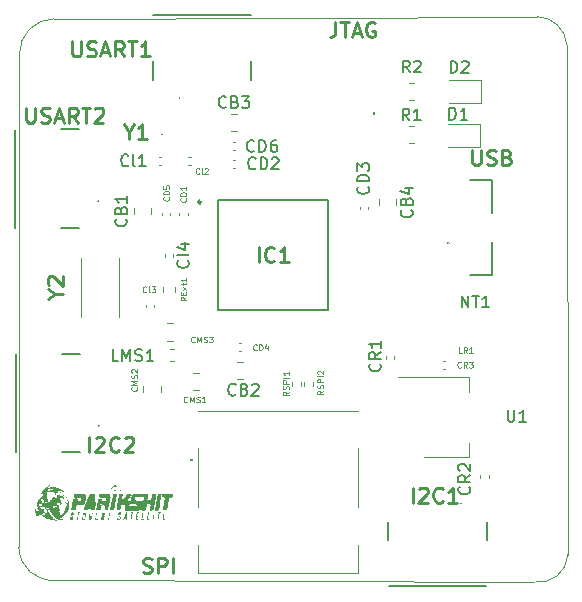
<source format=gbr>
%TF.GenerationSoftware,KiCad,Pcbnew,(6.0.7)*%
%TF.CreationDate,2022-11-05T01:20:28+05:30*%
%TF.ProjectId,Interface_PCB,496e7465-7266-4616-9365-5f5043422e6b,rev?*%
%TF.SameCoordinates,Original*%
%TF.FileFunction,Legend,Top*%
%TF.FilePolarity,Positive*%
%FSLAX46Y46*%
G04 Gerber Fmt 4.6, Leading zero omitted, Abs format (unit mm)*
G04 Created by KiCad (PCBNEW (6.0.7)) date 2022-11-05 01:20:28*
%MOMM*%
%LPD*%
G01*
G04 APERTURE LIST*
%TA.AperFunction,Profile*%
%ADD10C,0.100000*%
%TD*%
%ADD11C,0.150000*%
%ADD12C,0.254000*%
%ADD13C,0.125000*%
%ADD14C,0.120000*%
%ADD15C,0.200000*%
%ADD16C,0.250000*%
%ADD17C,0.100000*%
G04 APERTURE END LIST*
D10*
X117094000Y-83007162D02*
G75*
G03*
X114147600Y-86004400I-400J-2946438D01*
G01*
X117246400Y-130530600D02*
X157748260Y-130697260D01*
X160477221Y-85216999D02*
G75*
G03*
X157962600Y-82829400I-2514621J-130401D01*
G01*
X157748256Y-130697285D02*
G75*
G03*
X160578800Y-128371600I379644J2423285D01*
G01*
X114096800Y-127736600D02*
X114147600Y-86004400D01*
X117094000Y-83007200D02*
X157962600Y-82829400D01*
X160477200Y-85217000D02*
X160578800Y-128371600D01*
X114096788Y-127736600D02*
G75*
G03*
X117246400Y-130530600I2834212J22700D01*
G01*
D11*
%TO.C,LMS1*%
X122534514Y-111983780D02*
X122058323Y-111983780D01*
X122058323Y-110983780D01*
X122867847Y-111983780D02*
X122867847Y-110983780D01*
X123201180Y-111698066D01*
X123534514Y-110983780D01*
X123534514Y-111983780D01*
X123963085Y-111936161D02*
X124105942Y-111983780D01*
X124344038Y-111983780D01*
X124439276Y-111936161D01*
X124486895Y-111888542D01*
X124534514Y-111793304D01*
X124534514Y-111698066D01*
X124486895Y-111602828D01*
X124439276Y-111555209D01*
X124344038Y-111507590D01*
X124153561Y-111459971D01*
X124058323Y-111412352D01*
X124010704Y-111364733D01*
X123963085Y-111269495D01*
X123963085Y-111174257D01*
X124010704Y-111079019D01*
X124058323Y-111031400D01*
X124153561Y-110983780D01*
X124391657Y-110983780D01*
X124534514Y-111031400D01*
X125486895Y-111983780D02*
X124915466Y-111983780D01*
X125201180Y-111983780D02*
X125201180Y-110983780D01*
X125105942Y-111126638D01*
X125010704Y-111221876D01*
X124915466Y-111269495D01*
D12*
%TO.C,IC1*%
X134396238Y-103596923D02*
X134396238Y-102326923D01*
X135726714Y-103475971D02*
X135666238Y-103536447D01*
X135484809Y-103596923D01*
X135363857Y-103596923D01*
X135182428Y-103536447D01*
X135061476Y-103415495D01*
X135001000Y-103294542D01*
X134940523Y-103052638D01*
X134940523Y-102871209D01*
X135001000Y-102629304D01*
X135061476Y-102508352D01*
X135182428Y-102387400D01*
X135363857Y-102326923D01*
X135484809Y-102326923D01*
X135666238Y-102387400D01*
X135726714Y-102447876D01*
X136936238Y-103596923D02*
X136210523Y-103596923D01*
X136573380Y-103596923D02*
X136573380Y-102326923D01*
X136452428Y-102508352D01*
X136331476Y-102629304D01*
X136210523Y-102689780D01*
%TO.C,I2C2*%
X120045676Y-119675123D02*
X120045676Y-118405123D01*
X120589961Y-118526076D02*
X120650438Y-118465600D01*
X120771390Y-118405123D01*
X121073771Y-118405123D01*
X121194723Y-118465600D01*
X121255200Y-118526076D01*
X121315676Y-118647028D01*
X121315676Y-118767980D01*
X121255200Y-118949409D01*
X120529485Y-119675123D01*
X121315676Y-119675123D01*
X122585676Y-119554171D02*
X122525200Y-119614647D01*
X122343771Y-119675123D01*
X122222819Y-119675123D01*
X122041390Y-119614647D01*
X121920438Y-119493695D01*
X121859961Y-119372742D01*
X121799485Y-119130838D01*
X121799485Y-118949409D01*
X121859961Y-118707504D01*
X121920438Y-118586552D01*
X122041390Y-118465600D01*
X122222819Y-118405123D01*
X122343771Y-118405123D01*
X122525200Y-118465600D01*
X122585676Y-118526076D01*
X123069485Y-118526076D02*
X123129961Y-118465600D01*
X123250914Y-118405123D01*
X123553295Y-118405123D01*
X123674247Y-118465600D01*
X123734723Y-118526076D01*
X123795200Y-118647028D01*
X123795200Y-118767980D01*
X123734723Y-118949409D01*
X123009009Y-119675123D01*
X123795200Y-119675123D01*
D11*
%TO.C,CB3*%
X131638933Y-90470742D02*
X131591314Y-90518361D01*
X131448457Y-90565980D01*
X131353219Y-90565980D01*
X131210361Y-90518361D01*
X131115123Y-90423123D01*
X131067504Y-90327885D01*
X131019885Y-90137409D01*
X131019885Y-89994552D01*
X131067504Y-89804076D01*
X131115123Y-89708838D01*
X131210361Y-89613600D01*
X131353219Y-89565980D01*
X131448457Y-89565980D01*
X131591314Y-89613600D01*
X131638933Y-89661219D01*
X132400838Y-90042171D02*
X132543695Y-90089790D01*
X132591314Y-90137409D01*
X132638933Y-90232647D01*
X132638933Y-90375504D01*
X132591314Y-90470742D01*
X132543695Y-90518361D01*
X132448457Y-90565980D01*
X132067504Y-90565980D01*
X132067504Y-89565980D01*
X132400838Y-89565980D01*
X132496076Y-89613600D01*
X132543695Y-89661219D01*
X132591314Y-89756457D01*
X132591314Y-89851695D01*
X132543695Y-89946933D01*
X132496076Y-89994552D01*
X132400838Y-90042171D01*
X132067504Y-90042171D01*
X132972266Y-89565980D02*
X133591314Y-89565980D01*
X133257980Y-89946933D01*
X133400838Y-89946933D01*
X133496076Y-89994552D01*
X133543695Y-90042171D01*
X133591314Y-90137409D01*
X133591314Y-90375504D01*
X133543695Y-90470742D01*
X133496076Y-90518361D01*
X133400838Y-90565980D01*
X133115123Y-90565980D01*
X133019885Y-90518361D01*
X132972266Y-90470742D01*
%TO.C,CB2*%
X132454733Y-114809542D02*
X132407114Y-114857161D01*
X132264257Y-114904780D01*
X132169019Y-114904780D01*
X132026161Y-114857161D01*
X131930923Y-114761923D01*
X131883304Y-114666685D01*
X131835685Y-114476209D01*
X131835685Y-114333352D01*
X131883304Y-114142876D01*
X131930923Y-114047638D01*
X132026161Y-113952400D01*
X132169019Y-113904780D01*
X132264257Y-113904780D01*
X132407114Y-113952400D01*
X132454733Y-114000019D01*
X133216638Y-114380971D02*
X133359495Y-114428590D01*
X133407114Y-114476209D01*
X133454733Y-114571447D01*
X133454733Y-114714304D01*
X133407114Y-114809542D01*
X133359495Y-114857161D01*
X133264257Y-114904780D01*
X132883304Y-114904780D01*
X132883304Y-113904780D01*
X133216638Y-113904780D01*
X133311876Y-113952400D01*
X133359495Y-114000019D01*
X133407114Y-114095257D01*
X133407114Y-114190495D01*
X133359495Y-114285733D01*
X133311876Y-114333352D01*
X133216638Y-114380971D01*
X132883304Y-114380971D01*
X133835685Y-114000019D02*
X133883304Y-113952400D01*
X133978542Y-113904780D01*
X134216638Y-113904780D01*
X134311876Y-113952400D01*
X134359495Y-114000019D01*
X134407114Y-114095257D01*
X134407114Y-114190495D01*
X134359495Y-114333352D01*
X133788066Y-114904780D01*
X134407114Y-114904780D01*
%TO.C,CD6*%
X134029533Y-94184742D02*
X133981914Y-94232361D01*
X133839057Y-94279980D01*
X133743819Y-94279980D01*
X133600961Y-94232361D01*
X133505723Y-94137123D01*
X133458104Y-94041885D01*
X133410485Y-93851409D01*
X133410485Y-93708552D01*
X133458104Y-93518076D01*
X133505723Y-93422838D01*
X133600961Y-93327600D01*
X133743819Y-93279980D01*
X133839057Y-93279980D01*
X133981914Y-93327600D01*
X134029533Y-93375219D01*
X134458104Y-94279980D02*
X134458104Y-93279980D01*
X134696200Y-93279980D01*
X134839057Y-93327600D01*
X134934295Y-93422838D01*
X134981914Y-93518076D01*
X135029533Y-93708552D01*
X135029533Y-93851409D01*
X134981914Y-94041885D01*
X134934295Y-94137123D01*
X134839057Y-94232361D01*
X134696200Y-94279980D01*
X134458104Y-94279980D01*
X135886676Y-93279980D02*
X135696200Y-93279980D01*
X135600961Y-93327600D01*
X135553342Y-93375219D01*
X135458104Y-93518076D01*
X135410485Y-93708552D01*
X135410485Y-94089504D01*
X135458104Y-94184742D01*
X135505723Y-94232361D01*
X135600961Y-94279980D01*
X135791438Y-94279980D01*
X135886676Y-94232361D01*
X135934295Y-94184742D01*
X135981914Y-94089504D01*
X135981914Y-93851409D01*
X135934295Y-93756171D01*
X135886676Y-93708552D01*
X135791438Y-93660933D01*
X135600961Y-93660933D01*
X135505723Y-93708552D01*
X135458104Y-93756171D01*
X135410485Y-93851409D01*
D13*
%TO.C,CMS1*%
X128374057Y-115443771D02*
X128350247Y-115467580D01*
X128278819Y-115491390D01*
X128231200Y-115491390D01*
X128159771Y-115467580D01*
X128112152Y-115419961D01*
X128088342Y-115372342D01*
X128064533Y-115277104D01*
X128064533Y-115205676D01*
X128088342Y-115110438D01*
X128112152Y-115062819D01*
X128159771Y-115015200D01*
X128231200Y-114991390D01*
X128278819Y-114991390D01*
X128350247Y-115015200D01*
X128374057Y-115039009D01*
X128588342Y-115491390D02*
X128588342Y-114991390D01*
X128755009Y-115348533D01*
X128921676Y-114991390D01*
X128921676Y-115491390D01*
X129135961Y-115467580D02*
X129207390Y-115491390D01*
X129326438Y-115491390D01*
X129374057Y-115467580D01*
X129397866Y-115443771D01*
X129421676Y-115396152D01*
X129421676Y-115348533D01*
X129397866Y-115300914D01*
X129374057Y-115277104D01*
X129326438Y-115253295D01*
X129231200Y-115229485D01*
X129183580Y-115205676D01*
X129159771Y-115181866D01*
X129135961Y-115134247D01*
X129135961Y-115086628D01*
X129159771Y-115039009D01*
X129183580Y-115015200D01*
X129231200Y-114991390D01*
X129350247Y-114991390D01*
X129421676Y-115015200D01*
X129897866Y-115491390D02*
X129612152Y-115491390D01*
X129755009Y-115491390D02*
X129755009Y-114991390D01*
X129707390Y-115062819D01*
X129659771Y-115110438D01*
X129612152Y-115134247D01*
%TO.C,CMS2*%
X124079771Y-114195942D02*
X124103580Y-114219752D01*
X124127390Y-114291180D01*
X124127390Y-114338800D01*
X124103580Y-114410228D01*
X124055961Y-114457847D01*
X124008342Y-114481657D01*
X123913104Y-114505466D01*
X123841676Y-114505466D01*
X123746438Y-114481657D01*
X123698819Y-114457847D01*
X123651200Y-114410228D01*
X123627390Y-114338800D01*
X123627390Y-114291180D01*
X123651200Y-114219752D01*
X123675009Y-114195942D01*
X124127390Y-113981657D02*
X123627390Y-113981657D01*
X123984533Y-113814990D01*
X123627390Y-113648323D01*
X124127390Y-113648323D01*
X124103580Y-113434038D02*
X124127390Y-113362609D01*
X124127390Y-113243561D01*
X124103580Y-113195942D01*
X124079771Y-113172133D01*
X124032152Y-113148323D01*
X123984533Y-113148323D01*
X123936914Y-113172133D01*
X123913104Y-113195942D01*
X123889295Y-113243561D01*
X123865485Y-113338800D01*
X123841676Y-113386419D01*
X123817866Y-113410228D01*
X123770247Y-113434038D01*
X123722628Y-113434038D01*
X123675009Y-113410228D01*
X123651200Y-113386419D01*
X123627390Y-113338800D01*
X123627390Y-113219752D01*
X123651200Y-113148323D01*
X123675009Y-112957847D02*
X123651200Y-112934038D01*
X123627390Y-112886419D01*
X123627390Y-112767371D01*
X123651200Y-112719752D01*
X123675009Y-112695942D01*
X123722628Y-112672133D01*
X123770247Y-112672133D01*
X123841676Y-112695942D01*
X124127390Y-112981657D01*
X124127390Y-112672133D01*
D12*
%TO.C,SPI*%
X124607561Y-129876247D02*
X124788990Y-129936723D01*
X125091371Y-129936723D01*
X125212323Y-129876247D01*
X125272800Y-129815771D01*
X125333276Y-129694819D01*
X125333276Y-129573866D01*
X125272800Y-129452914D01*
X125212323Y-129392438D01*
X125091371Y-129331961D01*
X124849466Y-129271485D01*
X124728514Y-129211009D01*
X124668038Y-129150533D01*
X124607561Y-129029580D01*
X124607561Y-128908628D01*
X124668038Y-128787676D01*
X124728514Y-128727200D01*
X124849466Y-128666723D01*
X125151847Y-128666723D01*
X125333276Y-128727200D01*
X125877561Y-129936723D02*
X125877561Y-128666723D01*
X126361371Y-128666723D01*
X126482323Y-128727200D01*
X126542800Y-128787676D01*
X126603276Y-128908628D01*
X126603276Y-129090057D01*
X126542800Y-129211009D01*
X126482323Y-129271485D01*
X126361371Y-129331961D01*
X125877561Y-129331961D01*
X127147561Y-129936723D02*
X127147561Y-128666723D01*
D11*
%TO.C,CR2*%
X152223742Y-122637466D02*
X152271361Y-122685085D01*
X152318980Y-122827942D01*
X152318980Y-122923180D01*
X152271361Y-123066038D01*
X152176123Y-123161276D01*
X152080885Y-123208895D01*
X151890409Y-123256514D01*
X151747552Y-123256514D01*
X151557076Y-123208895D01*
X151461838Y-123161276D01*
X151366600Y-123066038D01*
X151318980Y-122923180D01*
X151318980Y-122827942D01*
X151366600Y-122685085D01*
X151414219Y-122637466D01*
X152318980Y-121637466D02*
X151842790Y-121970800D01*
X152318980Y-122208895D02*
X151318980Y-122208895D01*
X151318980Y-121827942D01*
X151366600Y-121732704D01*
X151414219Y-121685085D01*
X151509457Y-121637466D01*
X151652314Y-121637466D01*
X151747552Y-121685085D01*
X151795171Y-121732704D01*
X151842790Y-121827942D01*
X151842790Y-122208895D01*
X151414219Y-121256514D02*
X151366600Y-121208895D01*
X151318980Y-121113657D01*
X151318980Y-120875561D01*
X151366600Y-120780323D01*
X151414219Y-120732704D01*
X151509457Y-120685085D01*
X151604695Y-120685085D01*
X151747552Y-120732704D01*
X152318980Y-121304133D01*
X152318980Y-120685085D01*
D12*
%TO.C,Y2*%
X117190761Y-106319561D02*
X117795523Y-106319561D01*
X116525523Y-106742895D02*
X117190761Y-106319561D01*
X116525523Y-105896228D01*
X116646476Y-105533371D02*
X116586000Y-105472895D01*
X116525523Y-105351942D01*
X116525523Y-105049561D01*
X116586000Y-104928609D01*
X116646476Y-104868133D01*
X116767428Y-104807657D01*
X116888380Y-104807657D01*
X117069809Y-104868133D01*
X117795523Y-105593847D01*
X117795523Y-104807657D01*
D13*
%TO.C,RExt1*%
X128292990Y-106572761D02*
X128054895Y-106739428D01*
X128292990Y-106858476D02*
X127792990Y-106858476D01*
X127792990Y-106668000D01*
X127816800Y-106620380D01*
X127840609Y-106596571D01*
X127888228Y-106572761D01*
X127959657Y-106572761D01*
X128007276Y-106596571D01*
X128031085Y-106620380D01*
X128054895Y-106668000D01*
X128054895Y-106858476D01*
X128031085Y-106358476D02*
X128031085Y-106191809D01*
X128292990Y-106120380D02*
X128292990Y-106358476D01*
X127792990Y-106358476D01*
X127792990Y-106120380D01*
X128292990Y-105953714D02*
X127959657Y-105691809D01*
X127959657Y-105953714D02*
X128292990Y-105691809D01*
X127959657Y-105572761D02*
X127959657Y-105382285D01*
X127792990Y-105501333D02*
X128221561Y-105501333D01*
X128269180Y-105477523D01*
X128292990Y-105429904D01*
X128292990Y-105382285D01*
X128292990Y-104953714D02*
X128292990Y-105239428D01*
X128292990Y-105096571D02*
X127792990Y-105096571D01*
X127864419Y-105144190D01*
X127912038Y-105191809D01*
X127935847Y-105239428D01*
%TO.C,CMS3*%
X128983657Y-110363771D02*
X128959847Y-110387580D01*
X128888419Y-110411390D01*
X128840800Y-110411390D01*
X128769371Y-110387580D01*
X128721752Y-110339961D01*
X128697942Y-110292342D01*
X128674133Y-110197104D01*
X128674133Y-110125676D01*
X128697942Y-110030438D01*
X128721752Y-109982819D01*
X128769371Y-109935200D01*
X128840800Y-109911390D01*
X128888419Y-109911390D01*
X128959847Y-109935200D01*
X128983657Y-109959009D01*
X129197942Y-110411390D02*
X129197942Y-109911390D01*
X129364609Y-110268533D01*
X129531276Y-109911390D01*
X129531276Y-110411390D01*
X129745561Y-110387580D02*
X129816990Y-110411390D01*
X129936038Y-110411390D01*
X129983657Y-110387580D01*
X130007466Y-110363771D01*
X130031276Y-110316152D01*
X130031276Y-110268533D01*
X130007466Y-110220914D01*
X129983657Y-110197104D01*
X129936038Y-110173295D01*
X129840800Y-110149485D01*
X129793180Y-110125676D01*
X129769371Y-110101866D01*
X129745561Y-110054247D01*
X129745561Y-110006628D01*
X129769371Y-109959009D01*
X129793180Y-109935200D01*
X129840800Y-109911390D01*
X129959847Y-109911390D01*
X130031276Y-109935200D01*
X130197942Y-109911390D02*
X130507466Y-109911390D01*
X130340800Y-110101866D01*
X130412228Y-110101866D01*
X130459847Y-110125676D01*
X130483657Y-110149485D01*
X130507466Y-110197104D01*
X130507466Y-110316152D01*
X130483657Y-110363771D01*
X130459847Y-110387580D01*
X130412228Y-110411390D01*
X130269371Y-110411390D01*
X130221752Y-110387580D01*
X130197942Y-110363771D01*
D11*
%TO.C,R2*%
X147183533Y-87540380D02*
X146850200Y-87064190D01*
X146612104Y-87540380D02*
X146612104Y-86540380D01*
X146993057Y-86540380D01*
X147088295Y-86588000D01*
X147135914Y-86635619D01*
X147183533Y-86730857D01*
X147183533Y-86873714D01*
X147135914Y-86968952D01*
X147088295Y-87016571D01*
X146993057Y-87064190D01*
X146612104Y-87064190D01*
X147564485Y-86635619D02*
X147612104Y-86588000D01*
X147707342Y-86540380D01*
X147945438Y-86540380D01*
X148040676Y-86588000D01*
X148088295Y-86635619D01*
X148135914Y-86730857D01*
X148135914Y-86826095D01*
X148088295Y-86968952D01*
X147516866Y-87540380D01*
X148135914Y-87540380D01*
%TO.C,Cl1*%
X123377028Y-95400742D02*
X123329409Y-95448361D01*
X123186552Y-95495980D01*
X123091314Y-95495980D01*
X122948457Y-95448361D01*
X122853219Y-95353123D01*
X122805600Y-95257885D01*
X122757980Y-95067409D01*
X122757980Y-94924552D01*
X122805600Y-94734076D01*
X122853219Y-94638838D01*
X122948457Y-94543600D01*
X123091314Y-94495980D01*
X123186552Y-94495980D01*
X123329409Y-94543600D01*
X123377028Y-94591219D01*
X123948457Y-95495980D02*
X123853219Y-95448361D01*
X123805600Y-95353123D01*
X123805600Y-94495980D01*
X124853219Y-95495980D02*
X124281790Y-95495980D01*
X124567504Y-95495980D02*
X124567504Y-94495980D01*
X124472266Y-94638838D01*
X124377028Y-94734076D01*
X124281790Y-94781695D01*
%TO.C,CB1*%
X123162742Y-99960266D02*
X123210361Y-100007885D01*
X123257980Y-100150742D01*
X123257980Y-100245980D01*
X123210361Y-100388838D01*
X123115123Y-100484076D01*
X123019885Y-100531695D01*
X122829409Y-100579314D01*
X122686552Y-100579314D01*
X122496076Y-100531695D01*
X122400838Y-100484076D01*
X122305600Y-100388838D01*
X122257980Y-100245980D01*
X122257980Y-100150742D01*
X122305600Y-100007885D01*
X122353219Y-99960266D01*
X122734171Y-99198361D02*
X122781790Y-99055504D01*
X122829409Y-99007885D01*
X122924647Y-98960266D01*
X123067504Y-98960266D01*
X123162742Y-99007885D01*
X123210361Y-99055504D01*
X123257980Y-99150742D01*
X123257980Y-99531695D01*
X122257980Y-99531695D01*
X122257980Y-99198361D01*
X122305600Y-99103123D01*
X122353219Y-99055504D01*
X122448457Y-99007885D01*
X122543695Y-99007885D01*
X122638933Y-99055504D01*
X122686552Y-99103123D01*
X122734171Y-99198361D01*
X122734171Y-99531695D01*
X123257980Y-98007885D02*
X123257980Y-98579314D01*
X123257980Y-98293600D02*
X122257980Y-98293600D01*
X122400838Y-98388838D01*
X122496076Y-98484076D01*
X122543695Y-98579314D01*
D13*
%TO.C,Cl2*%
X129376514Y-96088971D02*
X129352704Y-96112780D01*
X129281276Y-96136590D01*
X129233657Y-96136590D01*
X129162228Y-96112780D01*
X129114609Y-96065161D01*
X129090800Y-96017542D01*
X129066990Y-95922304D01*
X129066990Y-95850876D01*
X129090800Y-95755638D01*
X129114609Y-95708019D01*
X129162228Y-95660400D01*
X129233657Y-95636590D01*
X129281276Y-95636590D01*
X129352704Y-95660400D01*
X129376514Y-95684209D01*
X129662228Y-96136590D02*
X129614609Y-96112780D01*
X129590800Y-96065161D01*
X129590800Y-95636590D01*
X129828895Y-95684209D02*
X129852704Y-95660400D01*
X129900323Y-95636590D01*
X130019371Y-95636590D01*
X130066990Y-95660400D01*
X130090800Y-95684209D01*
X130114609Y-95731828D01*
X130114609Y-95779447D01*
X130090800Y-95850876D01*
X129805085Y-96136590D01*
X130114609Y-96136590D01*
D12*
%TO.C,Y1*%
X123398038Y-92552761D02*
X123398038Y-93157523D01*
X122974704Y-91887523D02*
X123398038Y-92552761D01*
X123821371Y-91887523D01*
X124909942Y-93157523D02*
X124184228Y-93157523D01*
X124547085Y-93157523D02*
X124547085Y-91887523D01*
X124426133Y-92068952D01*
X124305180Y-92189904D01*
X124184228Y-92250380D01*
D11*
%TO.C,R1*%
X147153333Y-91613980D02*
X146820000Y-91137790D01*
X146581904Y-91613980D02*
X146581904Y-90613980D01*
X146962857Y-90613980D01*
X147058095Y-90661600D01*
X147105714Y-90709219D01*
X147153333Y-90804457D01*
X147153333Y-90947314D01*
X147105714Y-91042552D01*
X147058095Y-91090171D01*
X146962857Y-91137790D01*
X146581904Y-91137790D01*
X148105714Y-91613980D02*
X147534285Y-91613980D01*
X147820000Y-91613980D02*
X147820000Y-90613980D01*
X147724761Y-90756838D01*
X147629523Y-90852076D01*
X147534285Y-90899695D01*
%TO.C,CR1*%
X144654542Y-112223466D02*
X144702161Y-112271085D01*
X144749780Y-112413942D01*
X144749780Y-112509180D01*
X144702161Y-112652038D01*
X144606923Y-112747276D01*
X144511685Y-112794895D01*
X144321209Y-112842514D01*
X144178352Y-112842514D01*
X143987876Y-112794895D01*
X143892638Y-112747276D01*
X143797400Y-112652038D01*
X143749780Y-112509180D01*
X143749780Y-112413942D01*
X143797400Y-112271085D01*
X143845019Y-112223466D01*
X144749780Y-111223466D02*
X144273590Y-111556800D01*
X144749780Y-111794895D02*
X143749780Y-111794895D01*
X143749780Y-111413942D01*
X143797400Y-111318704D01*
X143845019Y-111271085D01*
X143940257Y-111223466D01*
X144083114Y-111223466D01*
X144178352Y-111271085D01*
X144225971Y-111318704D01*
X144273590Y-111413942D01*
X144273590Y-111794895D01*
X144749780Y-110271085D02*
X144749780Y-110842514D01*
X144749780Y-110556800D02*
X143749780Y-110556800D01*
X143892638Y-110652038D01*
X143987876Y-110747276D01*
X144035495Y-110842514D01*
D13*
%TO.C,RSPI1*%
X136954390Y-114584076D02*
X136716295Y-114750742D01*
X136954390Y-114869790D02*
X136454390Y-114869790D01*
X136454390Y-114679314D01*
X136478200Y-114631695D01*
X136502009Y-114607885D01*
X136549628Y-114584076D01*
X136621057Y-114584076D01*
X136668676Y-114607885D01*
X136692485Y-114631695D01*
X136716295Y-114679314D01*
X136716295Y-114869790D01*
X136930580Y-114393600D02*
X136954390Y-114322171D01*
X136954390Y-114203123D01*
X136930580Y-114155504D01*
X136906771Y-114131695D01*
X136859152Y-114107885D01*
X136811533Y-114107885D01*
X136763914Y-114131695D01*
X136740104Y-114155504D01*
X136716295Y-114203123D01*
X136692485Y-114298361D01*
X136668676Y-114345980D01*
X136644866Y-114369790D01*
X136597247Y-114393600D01*
X136549628Y-114393600D01*
X136502009Y-114369790D01*
X136478200Y-114345980D01*
X136454390Y-114298361D01*
X136454390Y-114179314D01*
X136478200Y-114107885D01*
X136954390Y-113893600D02*
X136454390Y-113893600D01*
X136454390Y-113703123D01*
X136478200Y-113655504D01*
X136502009Y-113631695D01*
X136549628Y-113607885D01*
X136621057Y-113607885D01*
X136668676Y-113631695D01*
X136692485Y-113655504D01*
X136716295Y-113703123D01*
X136716295Y-113893600D01*
X136954390Y-113393600D02*
X136454390Y-113393600D01*
X136954390Y-112893600D02*
X136954390Y-113179314D01*
X136954390Y-113036457D02*
X136454390Y-113036457D01*
X136525819Y-113084076D01*
X136573438Y-113131695D01*
X136597247Y-113179314D01*
D11*
%TO.C,D2*%
X150645904Y-87599780D02*
X150645904Y-86599780D01*
X150884000Y-86599780D01*
X151026857Y-86647400D01*
X151122095Y-86742638D01*
X151169714Y-86837876D01*
X151217333Y-87028352D01*
X151217333Y-87171209D01*
X151169714Y-87361685D01*
X151122095Y-87456923D01*
X151026857Y-87552161D01*
X150884000Y-87599780D01*
X150645904Y-87599780D01*
X151598285Y-86695019D02*
X151645904Y-86647400D01*
X151741142Y-86599780D01*
X151979238Y-86599780D01*
X152074476Y-86647400D01*
X152122095Y-86695019D01*
X152169714Y-86790257D01*
X152169714Y-86885495D01*
X152122095Y-87028352D01*
X151550666Y-87599780D01*
X152169714Y-87599780D01*
%TO.C,Cl4*%
X128412742Y-103472171D02*
X128460361Y-103519790D01*
X128507980Y-103662647D01*
X128507980Y-103757885D01*
X128460361Y-103900742D01*
X128365123Y-103995980D01*
X128269885Y-104043600D01*
X128079409Y-104091219D01*
X127936552Y-104091219D01*
X127746076Y-104043600D01*
X127650838Y-103995980D01*
X127555600Y-103900742D01*
X127507980Y-103757885D01*
X127507980Y-103662647D01*
X127555600Y-103519790D01*
X127603219Y-103472171D01*
X128507980Y-102900742D02*
X128460361Y-102995980D01*
X128365123Y-103043600D01*
X127507980Y-103043600D01*
X127841314Y-102091219D02*
X128507980Y-102091219D01*
X127460361Y-102329314D02*
X128174647Y-102567409D01*
X128174647Y-101948361D01*
%TO.C,CD3*%
X143662742Y-97210266D02*
X143710361Y-97257885D01*
X143757980Y-97400742D01*
X143757980Y-97495980D01*
X143710361Y-97638838D01*
X143615123Y-97734076D01*
X143519885Y-97781695D01*
X143329409Y-97829314D01*
X143186552Y-97829314D01*
X142996076Y-97781695D01*
X142900838Y-97734076D01*
X142805600Y-97638838D01*
X142757980Y-97495980D01*
X142757980Y-97400742D01*
X142805600Y-97257885D01*
X142853219Y-97210266D01*
X143757980Y-96781695D02*
X142757980Y-96781695D01*
X142757980Y-96543600D01*
X142805600Y-96400742D01*
X142900838Y-96305504D01*
X142996076Y-96257885D01*
X143186552Y-96210266D01*
X143329409Y-96210266D01*
X143519885Y-96257885D01*
X143615123Y-96305504D01*
X143710361Y-96400742D01*
X143757980Y-96543600D01*
X143757980Y-96781695D01*
X142757980Y-95876933D02*
X142757980Y-95257885D01*
X143138933Y-95591219D01*
X143138933Y-95448361D01*
X143186552Y-95353123D01*
X143234171Y-95305504D01*
X143329409Y-95257885D01*
X143567504Y-95257885D01*
X143662742Y-95305504D01*
X143710361Y-95353123D01*
X143757980Y-95448361D01*
X143757980Y-95734076D01*
X143710361Y-95829314D01*
X143662742Y-95876933D01*
D13*
%TO.C,Cl3*%
X124906114Y-106121971D02*
X124882304Y-106145780D01*
X124810876Y-106169590D01*
X124763257Y-106169590D01*
X124691828Y-106145780D01*
X124644209Y-106098161D01*
X124620400Y-106050542D01*
X124596590Y-105955304D01*
X124596590Y-105883876D01*
X124620400Y-105788638D01*
X124644209Y-105741019D01*
X124691828Y-105693400D01*
X124763257Y-105669590D01*
X124810876Y-105669590D01*
X124882304Y-105693400D01*
X124906114Y-105717209D01*
X125191828Y-106169590D02*
X125144209Y-106145780D01*
X125120400Y-106098161D01*
X125120400Y-105669590D01*
X125334685Y-105669590D02*
X125644209Y-105669590D01*
X125477542Y-105860066D01*
X125548971Y-105860066D01*
X125596590Y-105883876D01*
X125620400Y-105907685D01*
X125644209Y-105955304D01*
X125644209Y-106074352D01*
X125620400Y-106121971D01*
X125596590Y-106145780D01*
X125548971Y-106169590D01*
X125406114Y-106169590D01*
X125358495Y-106145780D01*
X125334685Y-106121971D01*
%TO.C,CD5*%
X126797571Y-98097933D02*
X126821380Y-98121742D01*
X126845190Y-98193171D01*
X126845190Y-98240790D01*
X126821380Y-98312219D01*
X126773761Y-98359838D01*
X126726142Y-98383647D01*
X126630904Y-98407457D01*
X126559476Y-98407457D01*
X126464238Y-98383647D01*
X126416619Y-98359838D01*
X126369000Y-98312219D01*
X126345190Y-98240790D01*
X126345190Y-98193171D01*
X126369000Y-98121742D01*
X126392809Y-98097933D01*
X126845190Y-97883647D02*
X126345190Y-97883647D01*
X126345190Y-97764600D01*
X126369000Y-97693171D01*
X126416619Y-97645552D01*
X126464238Y-97621742D01*
X126559476Y-97597933D01*
X126630904Y-97597933D01*
X126726142Y-97621742D01*
X126773761Y-97645552D01*
X126821380Y-97693171D01*
X126845190Y-97764600D01*
X126845190Y-97883647D01*
X126345190Y-97145552D02*
X126345190Y-97383647D01*
X126583285Y-97407457D01*
X126559476Y-97383647D01*
X126535666Y-97336028D01*
X126535666Y-97216980D01*
X126559476Y-97169361D01*
X126583285Y-97145552D01*
X126630904Y-97121742D01*
X126749952Y-97121742D01*
X126797571Y-97145552D01*
X126821380Y-97169361D01*
X126845190Y-97216980D01*
X126845190Y-97336028D01*
X126821380Y-97383647D01*
X126797571Y-97407457D01*
D12*
%TO.C,USART2*%
X114722123Y-90541323D02*
X114722123Y-91569419D01*
X114782600Y-91690371D01*
X114843076Y-91750847D01*
X114964028Y-91811323D01*
X115205933Y-91811323D01*
X115326885Y-91750847D01*
X115387361Y-91690371D01*
X115447838Y-91569419D01*
X115447838Y-90541323D01*
X115992123Y-91750847D02*
X116173552Y-91811323D01*
X116475933Y-91811323D01*
X116596885Y-91750847D01*
X116657361Y-91690371D01*
X116717838Y-91569419D01*
X116717838Y-91448466D01*
X116657361Y-91327514D01*
X116596885Y-91267038D01*
X116475933Y-91206561D01*
X116234028Y-91146085D01*
X116113076Y-91085609D01*
X116052600Y-91025133D01*
X115992123Y-90904180D01*
X115992123Y-90783228D01*
X116052600Y-90662276D01*
X116113076Y-90601800D01*
X116234028Y-90541323D01*
X116536409Y-90541323D01*
X116717838Y-90601800D01*
X117201647Y-91448466D02*
X117806409Y-91448466D01*
X117080695Y-91811323D02*
X117504028Y-90541323D01*
X117927361Y-91811323D01*
X119076409Y-91811323D02*
X118653076Y-91206561D01*
X118350695Y-91811323D02*
X118350695Y-90541323D01*
X118834504Y-90541323D01*
X118955457Y-90601800D01*
X119015933Y-90662276D01*
X119076409Y-90783228D01*
X119076409Y-90964657D01*
X119015933Y-91085609D01*
X118955457Y-91146085D01*
X118834504Y-91206561D01*
X118350695Y-91206561D01*
X119439266Y-90541323D02*
X120164980Y-90541323D01*
X119802123Y-91811323D02*
X119802123Y-90541323D01*
X120527838Y-90662276D02*
X120588314Y-90601800D01*
X120709266Y-90541323D01*
X121011647Y-90541323D01*
X121132600Y-90601800D01*
X121193076Y-90662276D01*
X121253552Y-90783228D01*
X121253552Y-90904180D01*
X121193076Y-91085609D01*
X120467361Y-91811323D01*
X121253552Y-91811323D01*
%TO.C,I2C1*%
X147431276Y-123967723D02*
X147431276Y-122697723D01*
X147975561Y-122818676D02*
X148036038Y-122758200D01*
X148156990Y-122697723D01*
X148459371Y-122697723D01*
X148580323Y-122758200D01*
X148640800Y-122818676D01*
X148701276Y-122939628D01*
X148701276Y-123060580D01*
X148640800Y-123242009D01*
X147915085Y-123967723D01*
X148701276Y-123967723D01*
X149971276Y-123846771D02*
X149910800Y-123907247D01*
X149729371Y-123967723D01*
X149608419Y-123967723D01*
X149426990Y-123907247D01*
X149306038Y-123786295D01*
X149245561Y-123665342D01*
X149185085Y-123423438D01*
X149185085Y-123242009D01*
X149245561Y-123000104D01*
X149306038Y-122879152D01*
X149426990Y-122758200D01*
X149608419Y-122697723D01*
X149729371Y-122697723D01*
X149910800Y-122758200D01*
X149971276Y-122818676D01*
X151180800Y-123967723D02*
X150455085Y-123967723D01*
X150817942Y-123967723D02*
X150817942Y-122697723D01*
X150696990Y-122879152D01*
X150576038Y-123000104D01*
X150455085Y-123060580D01*
D13*
%TO.C,RSPI2*%
X139875390Y-114482476D02*
X139637295Y-114649142D01*
X139875390Y-114768190D02*
X139375390Y-114768190D01*
X139375390Y-114577714D01*
X139399200Y-114530095D01*
X139423009Y-114506285D01*
X139470628Y-114482476D01*
X139542057Y-114482476D01*
X139589676Y-114506285D01*
X139613485Y-114530095D01*
X139637295Y-114577714D01*
X139637295Y-114768190D01*
X139851580Y-114292000D02*
X139875390Y-114220571D01*
X139875390Y-114101523D01*
X139851580Y-114053904D01*
X139827771Y-114030095D01*
X139780152Y-114006285D01*
X139732533Y-114006285D01*
X139684914Y-114030095D01*
X139661104Y-114053904D01*
X139637295Y-114101523D01*
X139613485Y-114196761D01*
X139589676Y-114244380D01*
X139565866Y-114268190D01*
X139518247Y-114292000D01*
X139470628Y-114292000D01*
X139423009Y-114268190D01*
X139399200Y-114244380D01*
X139375390Y-114196761D01*
X139375390Y-114077714D01*
X139399200Y-114006285D01*
X139875390Y-113792000D02*
X139375390Y-113792000D01*
X139375390Y-113601523D01*
X139399200Y-113553904D01*
X139423009Y-113530095D01*
X139470628Y-113506285D01*
X139542057Y-113506285D01*
X139589676Y-113530095D01*
X139613485Y-113553904D01*
X139637295Y-113601523D01*
X139637295Y-113792000D01*
X139875390Y-113292000D02*
X139375390Y-113292000D01*
X139423009Y-113077714D02*
X139399200Y-113053904D01*
X139375390Y-113006285D01*
X139375390Y-112887238D01*
X139399200Y-112839619D01*
X139423009Y-112815809D01*
X139470628Y-112792000D01*
X139518247Y-112792000D01*
X139589676Y-112815809D01*
X139875390Y-113101523D01*
X139875390Y-112792000D01*
D11*
%TO.C,CD2*%
X134138933Y-95650742D02*
X134091314Y-95698361D01*
X133948457Y-95745980D01*
X133853219Y-95745980D01*
X133710361Y-95698361D01*
X133615123Y-95603123D01*
X133567504Y-95507885D01*
X133519885Y-95317409D01*
X133519885Y-95174552D01*
X133567504Y-94984076D01*
X133615123Y-94888838D01*
X133710361Y-94793600D01*
X133853219Y-94745980D01*
X133948457Y-94745980D01*
X134091314Y-94793600D01*
X134138933Y-94841219D01*
X134567504Y-95745980D02*
X134567504Y-94745980D01*
X134805600Y-94745980D01*
X134948457Y-94793600D01*
X135043695Y-94888838D01*
X135091314Y-94984076D01*
X135138933Y-95174552D01*
X135138933Y-95317409D01*
X135091314Y-95507885D01*
X135043695Y-95603123D01*
X134948457Y-95698361D01*
X134805600Y-95745980D01*
X134567504Y-95745980D01*
X135519885Y-94841219D02*
X135567504Y-94793600D01*
X135662742Y-94745980D01*
X135900838Y-94745980D01*
X135996076Y-94793600D01*
X136043695Y-94841219D01*
X136091314Y-94936457D01*
X136091314Y-95031695D01*
X136043695Y-95174552D01*
X135472266Y-95745980D01*
X136091314Y-95745980D01*
D12*
%TO.C,USART1*%
X118633723Y-84927923D02*
X118633723Y-85956019D01*
X118694200Y-86076971D01*
X118754676Y-86137447D01*
X118875628Y-86197923D01*
X119117533Y-86197923D01*
X119238485Y-86137447D01*
X119298961Y-86076971D01*
X119359438Y-85956019D01*
X119359438Y-84927923D01*
X119903723Y-86137447D02*
X120085152Y-86197923D01*
X120387533Y-86197923D01*
X120508485Y-86137447D01*
X120568961Y-86076971D01*
X120629438Y-85956019D01*
X120629438Y-85835066D01*
X120568961Y-85714114D01*
X120508485Y-85653638D01*
X120387533Y-85593161D01*
X120145628Y-85532685D01*
X120024676Y-85472209D01*
X119964200Y-85411733D01*
X119903723Y-85290780D01*
X119903723Y-85169828D01*
X119964200Y-85048876D01*
X120024676Y-84988400D01*
X120145628Y-84927923D01*
X120448009Y-84927923D01*
X120629438Y-84988400D01*
X121113247Y-85835066D02*
X121718009Y-85835066D01*
X120992295Y-86197923D02*
X121415628Y-84927923D01*
X121838961Y-86197923D01*
X122988009Y-86197923D02*
X122564676Y-85593161D01*
X122262295Y-86197923D02*
X122262295Y-84927923D01*
X122746104Y-84927923D01*
X122867057Y-84988400D01*
X122927533Y-85048876D01*
X122988009Y-85169828D01*
X122988009Y-85351257D01*
X122927533Y-85472209D01*
X122867057Y-85532685D01*
X122746104Y-85593161D01*
X122262295Y-85593161D01*
X123350866Y-84927923D02*
X124076580Y-84927923D01*
X123713723Y-86197923D02*
X123713723Y-84927923D01*
X125165152Y-86197923D02*
X124439438Y-86197923D01*
X124802295Y-86197923D02*
X124802295Y-84927923D01*
X124681342Y-85109352D01*
X124560390Y-85230304D01*
X124439438Y-85290780D01*
D13*
%TO.C,CD1*%
X128219971Y-98199533D02*
X128243780Y-98223342D01*
X128267590Y-98294771D01*
X128267590Y-98342390D01*
X128243780Y-98413819D01*
X128196161Y-98461438D01*
X128148542Y-98485247D01*
X128053304Y-98509057D01*
X127981876Y-98509057D01*
X127886638Y-98485247D01*
X127839019Y-98461438D01*
X127791400Y-98413819D01*
X127767590Y-98342390D01*
X127767590Y-98294771D01*
X127791400Y-98223342D01*
X127815209Y-98199533D01*
X128267590Y-97985247D02*
X127767590Y-97985247D01*
X127767590Y-97866200D01*
X127791400Y-97794771D01*
X127839019Y-97747152D01*
X127886638Y-97723342D01*
X127981876Y-97699533D01*
X128053304Y-97699533D01*
X128148542Y-97723342D01*
X128196161Y-97747152D01*
X128243780Y-97794771D01*
X128267590Y-97866200D01*
X128267590Y-97985247D01*
X128267590Y-97223342D02*
X128267590Y-97509057D01*
X128267590Y-97366200D02*
X127767590Y-97366200D01*
X127839019Y-97413819D01*
X127886638Y-97461438D01*
X127910447Y-97509057D01*
D11*
%TO.C,D1*%
X150544304Y-91536780D02*
X150544304Y-90536780D01*
X150782400Y-90536780D01*
X150925257Y-90584400D01*
X151020495Y-90679638D01*
X151068114Y-90774876D01*
X151115733Y-90965352D01*
X151115733Y-91108209D01*
X151068114Y-91298685D01*
X151020495Y-91393923D01*
X150925257Y-91489161D01*
X150782400Y-91536780D01*
X150544304Y-91536780D01*
X152068114Y-91536780D02*
X151496685Y-91536780D01*
X151782400Y-91536780D02*
X151782400Y-90536780D01*
X151687161Y-90679638D01*
X151591923Y-90774876D01*
X151496685Y-90822495D01*
%TO.C,U1*%
X155473495Y-116114580D02*
X155473495Y-116924104D01*
X155521114Y-117019342D01*
X155568733Y-117066961D01*
X155663971Y-117114580D01*
X155854447Y-117114580D01*
X155949685Y-117066961D01*
X155997304Y-117019342D01*
X156044923Y-116924104D01*
X156044923Y-116114580D01*
X157044923Y-117114580D02*
X156473495Y-117114580D01*
X156759209Y-117114580D02*
X156759209Y-116114580D01*
X156663971Y-116257438D01*
X156568733Y-116352676D01*
X156473495Y-116400295D01*
D13*
%TO.C,CD4*%
X134235866Y-111024171D02*
X134212057Y-111047980D01*
X134140628Y-111071790D01*
X134093009Y-111071790D01*
X134021580Y-111047980D01*
X133973961Y-111000361D01*
X133950152Y-110952742D01*
X133926342Y-110857504D01*
X133926342Y-110786076D01*
X133950152Y-110690838D01*
X133973961Y-110643219D01*
X134021580Y-110595600D01*
X134093009Y-110571790D01*
X134140628Y-110571790D01*
X134212057Y-110595600D01*
X134235866Y-110619409D01*
X134450152Y-111071790D02*
X134450152Y-110571790D01*
X134569200Y-110571790D01*
X134640628Y-110595600D01*
X134688247Y-110643219D01*
X134712057Y-110690838D01*
X134735866Y-110786076D01*
X134735866Y-110857504D01*
X134712057Y-110952742D01*
X134688247Y-111000361D01*
X134640628Y-111047980D01*
X134569200Y-111071790D01*
X134450152Y-111071790D01*
X135164438Y-110738457D02*
X135164438Y-111071790D01*
X135045390Y-110547980D02*
X134926342Y-110905123D01*
X135235866Y-110905123D01*
%TO.C,LR1*%
X151584066Y-111300390D02*
X151345971Y-111300390D01*
X151345971Y-110800390D01*
X152036447Y-111300390D02*
X151869780Y-111062295D01*
X151750733Y-111300390D02*
X151750733Y-110800390D01*
X151941209Y-110800390D01*
X151988828Y-110824200D01*
X152012638Y-110848009D01*
X152036447Y-110895628D01*
X152036447Y-110967057D01*
X152012638Y-111014676D01*
X151988828Y-111038485D01*
X151941209Y-111062295D01*
X151750733Y-111062295D01*
X152512638Y-111300390D02*
X152226923Y-111300390D01*
X152369780Y-111300390D02*
X152369780Y-110800390D01*
X152322161Y-110871819D01*
X152274542Y-110919438D01*
X152226923Y-110943247D01*
D11*
%TO.C,CB4*%
X147342742Y-99210266D02*
X147390361Y-99257885D01*
X147437980Y-99400742D01*
X147437980Y-99495980D01*
X147390361Y-99638838D01*
X147295123Y-99734076D01*
X147199885Y-99781695D01*
X147009409Y-99829314D01*
X146866552Y-99829314D01*
X146676076Y-99781695D01*
X146580838Y-99734076D01*
X146485600Y-99638838D01*
X146437980Y-99495980D01*
X146437980Y-99400742D01*
X146485600Y-99257885D01*
X146533219Y-99210266D01*
X146914171Y-98448361D02*
X146961790Y-98305504D01*
X147009409Y-98257885D01*
X147104647Y-98210266D01*
X147247504Y-98210266D01*
X147342742Y-98257885D01*
X147390361Y-98305504D01*
X147437980Y-98400742D01*
X147437980Y-98781695D01*
X146437980Y-98781695D01*
X146437980Y-98448361D01*
X146485600Y-98353123D01*
X146533219Y-98305504D01*
X146628457Y-98257885D01*
X146723695Y-98257885D01*
X146818933Y-98305504D01*
X146866552Y-98353123D01*
X146914171Y-98448361D01*
X146914171Y-98781695D01*
X146771314Y-97353123D02*
X147437980Y-97353123D01*
X146390361Y-97591219D02*
X147104647Y-97829314D01*
X147104647Y-97210266D01*
D12*
%TO.C,JTAG*%
X140885333Y-83276923D02*
X140885333Y-84184066D01*
X140824857Y-84365495D01*
X140703904Y-84486447D01*
X140522476Y-84546923D01*
X140401523Y-84546923D01*
X141308666Y-83276923D02*
X142034380Y-83276923D01*
X141671523Y-84546923D02*
X141671523Y-83276923D01*
X142397238Y-84184066D02*
X143002000Y-84184066D01*
X142276285Y-84546923D02*
X142699619Y-83276923D01*
X143122952Y-84546923D01*
X144211523Y-83337400D02*
X144090571Y-83276923D01*
X143909142Y-83276923D01*
X143727714Y-83337400D01*
X143606761Y-83458352D01*
X143546285Y-83579304D01*
X143485809Y-83821209D01*
X143485809Y-84002638D01*
X143546285Y-84244542D01*
X143606761Y-84365495D01*
X143727714Y-84486447D01*
X143909142Y-84546923D01*
X144030095Y-84546923D01*
X144211523Y-84486447D01*
X144272000Y-84425971D01*
X144272000Y-84002638D01*
X144030095Y-84002638D01*
%TO.C,USB*%
X152473780Y-94122723D02*
X152473780Y-95150819D01*
X152534257Y-95271771D01*
X152594733Y-95332247D01*
X152715685Y-95392723D01*
X152957590Y-95392723D01*
X153078542Y-95332247D01*
X153139019Y-95271771D01*
X153199495Y-95150819D01*
X153199495Y-94122723D01*
X153743780Y-95332247D02*
X153925209Y-95392723D01*
X154227590Y-95392723D01*
X154348542Y-95332247D01*
X154409019Y-95271771D01*
X154469495Y-95150819D01*
X154469495Y-95029866D01*
X154409019Y-94908914D01*
X154348542Y-94848438D01*
X154227590Y-94787961D01*
X153985685Y-94727485D01*
X153864733Y-94667009D01*
X153804257Y-94606533D01*
X153743780Y-94485580D01*
X153743780Y-94364628D01*
X153804257Y-94243676D01*
X153864733Y-94183200D01*
X153985685Y-94122723D01*
X154288066Y-94122723D01*
X154469495Y-94183200D01*
X155437114Y-94727485D02*
X155618542Y-94787961D01*
X155679019Y-94848438D01*
X155739495Y-94969390D01*
X155739495Y-95150819D01*
X155679019Y-95271771D01*
X155618542Y-95332247D01*
X155497590Y-95392723D01*
X155013780Y-95392723D01*
X155013780Y-94122723D01*
X155437114Y-94122723D01*
X155558066Y-94183200D01*
X155618542Y-94243676D01*
X155679019Y-94364628D01*
X155679019Y-94485580D01*
X155618542Y-94606533D01*
X155558066Y-94667009D01*
X155437114Y-94727485D01*
X155013780Y-94727485D01*
D13*
%TO.C,CR3*%
X151533266Y-112497371D02*
X151509457Y-112521180D01*
X151438028Y-112544990D01*
X151390409Y-112544990D01*
X151318980Y-112521180D01*
X151271361Y-112473561D01*
X151247552Y-112425942D01*
X151223742Y-112330704D01*
X151223742Y-112259276D01*
X151247552Y-112164038D01*
X151271361Y-112116419D01*
X151318980Y-112068800D01*
X151390409Y-112044990D01*
X151438028Y-112044990D01*
X151509457Y-112068800D01*
X151533266Y-112092609D01*
X152033266Y-112544990D02*
X151866600Y-112306895D01*
X151747552Y-112544990D02*
X151747552Y-112044990D01*
X151938028Y-112044990D01*
X151985647Y-112068800D01*
X152009457Y-112092609D01*
X152033266Y-112140228D01*
X152033266Y-112211657D01*
X152009457Y-112259276D01*
X151985647Y-112283085D01*
X151938028Y-112306895D01*
X151747552Y-112306895D01*
X152199933Y-112044990D02*
X152509457Y-112044990D01*
X152342790Y-112235466D01*
X152414219Y-112235466D01*
X152461838Y-112259276D01*
X152485647Y-112283085D01*
X152509457Y-112330704D01*
X152509457Y-112449752D01*
X152485647Y-112497371D01*
X152461838Y-112521180D01*
X152414219Y-112544990D01*
X152271361Y-112544990D01*
X152223742Y-112521180D01*
X152199933Y-112497371D01*
D11*
%TO.C,NT1*%
X151587342Y-107437180D02*
X151587342Y-106437180D01*
X152158771Y-107437180D01*
X152158771Y-106437180D01*
X152492104Y-106437180D02*
X153063533Y-106437180D01*
X152777819Y-107437180D02*
X152777819Y-106437180D01*
X153920676Y-107437180D02*
X153349247Y-107437180D01*
X153634961Y-107437180D02*
X153634961Y-106437180D01*
X153539723Y-106580038D01*
X153444485Y-106675276D01*
X153349247Y-106722895D01*
D14*
%TO.C,LMS1*%
X126888021Y-112016000D02*
X127213579Y-112016000D01*
X126888021Y-110996000D02*
X127213579Y-110996000D01*
D15*
%TO.C,IC1*%
X130986000Y-98372400D02*
X140286000Y-98372400D01*
X140286000Y-98372400D02*
X140286000Y-107672400D01*
X140286000Y-107672400D02*
X130986000Y-107672400D01*
X130986000Y-107672400D02*
X130986000Y-98372400D01*
D16*
X129536000Y-98522400D02*
G75*
G03*
X129536000Y-98522400I-125000J0D01*
G01*
D15*
%TO.C,I2C2*%
X119295400Y-111368600D02*
X117740400Y-111368600D01*
X113845400Y-119679600D02*
X113845400Y-111410600D01*
X119295400Y-119718600D02*
X117740400Y-119718600D01*
X120901400Y-117466600D02*
G75*
G03*
X120901400Y-117466600I-25000J0D01*
G01*
D14*
%TO.C,CB3*%
X132044348Y-91058600D02*
X132566852Y-91058600D01*
X132044348Y-92528600D02*
X132566852Y-92528600D01*
%TO.C,CB2*%
X133066852Y-113528600D02*
X132544348Y-113528600D01*
X133066852Y-112058600D02*
X132544348Y-112058600D01*
%TO.C,CD6*%
X132197764Y-94153600D02*
X132413436Y-94153600D01*
X132197764Y-93433600D02*
X132413436Y-93433600D01*
%TO.C,CMS1*%
X128821548Y-114425400D02*
X129344052Y-114425400D01*
X128821548Y-112955400D02*
X129344052Y-112955400D01*
%TO.C,CMS2*%
X126109400Y-114089548D02*
X126109400Y-114612052D01*
X124639400Y-114089548D02*
X124639400Y-114612052D01*
D17*
%TO.C,SPI*%
X129255600Y-116193600D02*
X129255600Y-116193600D01*
X129255600Y-124343600D02*
X129255600Y-124343600D01*
X129255600Y-116193600D02*
X142855600Y-116193600D01*
D15*
X128755600Y-120343600D02*
X128755600Y-120343600D01*
D17*
X142855600Y-129893600D02*
X142855600Y-129893600D01*
X142855600Y-116193600D02*
X142855600Y-116193600D01*
X129255600Y-129893600D02*
X142855600Y-129893600D01*
X142855600Y-124343600D02*
X142855600Y-119343600D01*
X129255600Y-129893600D02*
X129255600Y-129893600D01*
X142855600Y-127593600D02*
X142855600Y-127593600D01*
X142855600Y-119343600D02*
X142855600Y-124343600D01*
X142855600Y-129893600D02*
X142855600Y-127593600D01*
X142855600Y-116193600D02*
X129255600Y-116193600D01*
X142855600Y-124343600D02*
X142855600Y-124343600D01*
X129255600Y-124343600D02*
X129255600Y-119343600D01*
D15*
X128655600Y-120343600D02*
X128655600Y-120343600D01*
D17*
X142855600Y-127593600D02*
X142855600Y-129893600D01*
X129255600Y-129893600D02*
X129255600Y-129893600D01*
X142855600Y-129893600D02*
X142855600Y-129893600D01*
X129255600Y-127593600D02*
X129255600Y-127593600D01*
X129255600Y-119343600D02*
X129255600Y-119343600D01*
X142855600Y-119343600D02*
X142855600Y-119343600D01*
X142855600Y-129893600D02*
X129255600Y-129893600D01*
X129255600Y-129893600D02*
X129255600Y-127593600D01*
X129255600Y-127593600D02*
X129255600Y-129893600D01*
D15*
X128755600Y-120343600D02*
X128755600Y-120343600D01*
D17*
X129255600Y-119343600D02*
X129255600Y-124343600D01*
D15*
X128655600Y-120343600D02*
G75*
G03*
X128755600Y-120343600I50000J0D01*
G01*
X128755600Y-120343600D02*
G75*
G03*
X128655600Y-120343600I-50000J0D01*
G01*
X128755600Y-120343600D02*
G75*
G03*
X128655600Y-120343600I-50000J0D01*
G01*
D14*
%TO.C,CR2*%
X153183000Y-121659764D02*
X153183000Y-121875436D01*
X153903000Y-121659764D02*
X153903000Y-121875436D01*
D17*
%TO.C,Y2*%
X122554800Y-108291000D02*
X122554800Y-103291000D01*
X119354800Y-108291000D02*
X119354800Y-103291000D01*
D14*
%TO.C,RExt1*%
X126283100Y-105706142D02*
X126283100Y-106180658D01*
X127328100Y-105706142D02*
X127328100Y-106180658D01*
%TO.C,CMS3*%
X127185052Y-110259800D02*
X126662548Y-110259800D01*
X127185052Y-108789800D02*
X126662548Y-108789800D01*
%TO.C,R2*%
X147118336Y-88444400D02*
X147572464Y-88444400D01*
X147118336Y-89914400D02*
X147572464Y-89914400D01*
%TO.C,Cl1*%
X125947764Y-94683600D02*
X126163436Y-94683600D01*
X125947764Y-95403600D02*
X126163436Y-95403600D01*
%TO.C,CB1*%
X123820600Y-99032348D02*
X123820600Y-99554852D01*
X125290600Y-99032348D02*
X125290600Y-99554852D01*
%TO.C,Cl2*%
X128663436Y-94683600D02*
X128447764Y-94683600D01*
X128663436Y-95403600D02*
X128447764Y-95403600D01*
D17*
%TO.C,Y1*%
X126255600Y-92793600D02*
X126255600Y-92793600D01*
X126155600Y-92793600D02*
X126155600Y-92793600D01*
X126155600Y-92793600D02*
G75*
G03*
X126255600Y-92793600I50000J0D01*
G01*
X126255600Y-92793600D02*
G75*
G03*
X126155600Y-92793600I-50000J0D01*
G01*
D14*
%TO.C,R1*%
X147092936Y-93546600D02*
X147547064Y-93546600D01*
X147092936Y-92076600D02*
X147547064Y-92076600D01*
%TO.C,CR1*%
X145902000Y-111575964D02*
X145902000Y-111791636D01*
X145182000Y-111575964D02*
X145182000Y-111791636D01*
%TO.C,RSPI1*%
X137971800Y-113790759D02*
X137971800Y-114098041D01*
X137211800Y-113790759D02*
X137211800Y-114098041D01*
%TO.C,D2*%
X150511000Y-90139400D02*
X153196000Y-90139400D01*
X153196000Y-88219400D02*
X150511000Y-88219400D01*
X153196000Y-90139400D02*
X153196000Y-88219400D01*
%TO.C,Cl4*%
X127165600Y-102935764D02*
X127165600Y-103151436D01*
X126445600Y-102935764D02*
X126445600Y-103151436D01*
%TO.C,CD3*%
X142945600Y-98935764D02*
X142945600Y-99151436D01*
X143665600Y-98935764D02*
X143665600Y-99151436D01*
%TO.C,Cl3*%
X125582000Y-107229964D02*
X125582000Y-107445636D01*
X124862000Y-107229964D02*
X124862000Y-107445636D01*
%TO.C,G\u002A\u002A\u002A*%
G36*
X116051880Y-123885824D02*
G01*
X116048239Y-123889465D01*
X116044598Y-123885824D01*
X116048239Y-123882183D01*
X116051880Y-123885824D01*
G37*
G36*
X117360232Y-123928303D02*
G01*
X117359233Y-123932632D01*
X117355378Y-123933158D01*
X117349384Y-123930493D01*
X117350523Y-123928303D01*
X117359165Y-123927431D01*
X117360232Y-123928303D01*
G37*
G36*
X120031207Y-125258082D02*
G01*
X120041418Y-125196755D01*
X120053992Y-125122611D01*
X120061269Y-125080090D01*
X120067282Y-125044796D01*
X120073243Y-125009418D01*
X120078078Y-124980332D01*
X120079033Y-124974499D01*
X120083806Y-124945241D01*
X120089531Y-124910213D01*
X120093909Y-124883473D01*
X120099083Y-124856769D01*
X120104699Y-124835272D01*
X120109564Y-124823532D01*
X120109672Y-124823396D01*
X120120797Y-124818685D01*
X120142792Y-124815559D01*
X120172051Y-124813981D01*
X120204970Y-124813913D01*
X120237945Y-124815319D01*
X120267371Y-124818160D01*
X120289644Y-124822400D01*
X120297588Y-124825339D01*
X120320499Y-124844559D01*
X120336078Y-124872091D01*
X120341043Y-124898800D01*
X120339721Y-124913078D01*
X120336101Y-124938350D01*
X120330700Y-124971317D01*
X120324038Y-125008683D01*
X120322392Y-125017496D01*
X120307072Y-125098589D01*
X120294013Y-125166611D01*
X120282807Y-125222811D01*
X120273045Y-125268433D01*
X120264321Y-125304727D01*
X120256226Y-125332939D01*
X120248351Y-125354315D01*
X120240290Y-125370104D01*
X120231634Y-125381552D01*
X120221975Y-125389906D01*
X120210906Y-125396414D01*
X120198018Y-125402322D01*
X120196268Y-125403077D01*
X120174557Y-125410969D01*
X120151299Y-125415777D01*
X120122015Y-125418140D01*
X120087069Y-125418708D01*
X120056060Y-125418196D01*
X120030944Y-125416816D01*
X120014982Y-125414803D01*
X120011049Y-125413247D01*
X120010273Y-125407684D01*
X120010949Y-125395345D01*
X120013229Y-125375222D01*
X120017264Y-125346309D01*
X120017479Y-125344910D01*
X120072803Y-125344910D01*
X120076443Y-125362121D01*
X120086844Y-125371209D01*
X120104975Y-125374146D01*
X120128542Y-125373176D01*
X120155596Y-125369125D01*
X120174838Y-125360435D01*
X120189151Y-125348216D01*
X120198143Y-125338187D01*
X120205115Y-125326857D01*
X120210939Y-125311476D01*
X120216492Y-125289296D01*
X120222646Y-125257567D01*
X120228317Y-125225060D01*
X120236495Y-125177292D01*
X120245995Y-125122012D01*
X120255643Y-125066056D01*
X120264260Y-125016259D01*
X120264292Y-125016073D01*
X120271917Y-124970092D01*
X120276387Y-124936134D01*
X120277541Y-124911967D01*
X120275218Y-124895360D01*
X120269258Y-124884083D01*
X120259500Y-124875904D01*
X120253969Y-124872717D01*
X120233268Y-124866496D01*
X120207953Y-124865210D01*
X120183865Y-124868511D01*
X120166840Y-124876054D01*
X120164821Y-124878012D01*
X120159269Y-124889926D01*
X120152311Y-124912897D01*
X120144843Y-124943600D01*
X120137864Y-124978141D01*
X120122293Y-125063127D01*
X120109080Y-125134737D01*
X120098045Y-125193935D01*
X120089007Y-125241687D01*
X120081932Y-125278221D01*
X120074956Y-125317601D01*
X120072803Y-125344910D01*
X120017479Y-125344910D01*
X120023206Y-125307598D01*
X120031207Y-125258082D01*
G37*
G36*
X125582364Y-124801432D02*
G01*
X125594305Y-124808746D01*
X125595543Y-124824599D01*
X125591790Y-124838732D01*
X125587191Y-124856223D01*
X125581179Y-124884087D01*
X125574577Y-124918305D01*
X125568936Y-124950454D01*
X125562522Y-124988873D01*
X125556254Y-125026397D01*
X125550936Y-125058224D01*
X125547888Y-125076449D01*
X125542671Y-125107728D01*
X125536838Y-125142856D01*
X125533969Y-125160193D01*
X125522778Y-125226318D01*
X125512290Y-125285118D01*
X125502768Y-125335282D01*
X125494475Y-125375502D01*
X125487673Y-125404469D01*
X125482625Y-125420871D01*
X125481127Y-125423658D01*
X125469321Y-125429921D01*
X125451120Y-125432955D01*
X125433035Y-125432389D01*
X125421577Y-125427857D01*
X125420976Y-125427061D01*
X125420076Y-125416714D01*
X125421748Y-125395449D01*
X125425546Y-125366596D01*
X125431021Y-125333486D01*
X125437727Y-125299448D01*
X125438714Y-125294912D01*
X125442432Y-125276154D01*
X125447829Y-125246478D01*
X125454296Y-125209350D01*
X125461223Y-125168237D01*
X125464341Y-125149270D01*
X125471715Y-125104622D01*
X125479304Y-125059623D01*
X125486354Y-125018694D01*
X125492108Y-124986258D01*
X125493599Y-124978141D01*
X125503699Y-124923775D01*
X125511603Y-124882016D01*
X125517927Y-124851177D01*
X125523288Y-124829575D01*
X125528300Y-124815525D01*
X125533579Y-124807341D01*
X125539741Y-124803339D01*
X125547400Y-124801834D01*
X125557172Y-124801142D01*
X125558296Y-124801053D01*
X125582364Y-124801432D01*
G37*
G36*
X127300716Y-122467941D02*
G01*
X127302740Y-122476736D01*
X127301209Y-122488587D01*
X127299099Y-122491300D01*
X127295810Y-122485399D01*
X127295458Y-122480984D01*
X127289952Y-122469290D01*
X127286355Y-122466994D01*
X127283801Y-122463788D01*
X127289996Y-122462746D01*
X127300716Y-122467941D01*
G37*
G36*
X121824286Y-124550772D02*
G01*
X121825154Y-124562153D01*
X121823711Y-124564729D01*
X121820401Y-124562557D01*
X121819886Y-124555171D01*
X121821664Y-124547401D01*
X121824286Y-124550772D01*
G37*
G36*
X119692935Y-124213519D02*
G01*
X119689294Y-124217160D01*
X119685653Y-124213519D01*
X119689294Y-124209878D01*
X119692935Y-124213519D01*
G37*
G36*
X123113939Y-124345868D02*
G01*
X123114219Y-124318331D01*
X123115983Y-124296703D01*
X123118873Y-124284873D01*
X123119627Y-124283970D01*
X123123928Y-124274344D01*
X123127120Y-124255464D01*
X123127795Y-124246288D01*
X123364268Y-124246288D01*
X123365413Y-124256626D01*
X123367941Y-124255391D01*
X123368903Y-124240482D01*
X123367941Y-124237186D01*
X123365283Y-124236271D01*
X123364268Y-124246288D01*
X123127795Y-124246288D01*
X123127964Y-124243993D01*
X123128105Y-124222835D01*
X123125406Y-124212914D01*
X123118793Y-124211011D01*
X123117040Y-124211283D01*
X123106545Y-124220359D01*
X123102322Y-124237245D01*
X123098652Y-124253343D01*
X123092787Y-124260791D01*
X123092216Y-124260853D01*
X123087885Y-124253918D01*
X123087865Y-124233206D01*
X123089081Y-124220966D01*
X123091123Y-124196884D01*
X123089159Y-124181234D01*
X123081724Y-124168107D01*
X123080098Y-124166185D01*
X123377683Y-124166185D01*
X123380347Y-124172179D01*
X123382537Y-124171040D01*
X123383409Y-124162398D01*
X123382537Y-124161331D01*
X123378208Y-124162330D01*
X123377683Y-124166185D01*
X123080098Y-124166185D01*
X123073606Y-124158512D01*
X123064196Y-124147980D01*
X123377683Y-124147980D01*
X123381324Y-124151621D01*
X123384965Y-124147980D01*
X123381324Y-124144339D01*
X123377683Y-124147980D01*
X123064196Y-124147980D01*
X123053443Y-124135946D01*
X122938666Y-124131757D01*
X122897633Y-124130189D01*
X122864810Y-124129749D01*
X122838891Y-124131849D01*
X122818573Y-124137897D01*
X122802552Y-124149301D01*
X122789524Y-124167473D01*
X122778185Y-124193820D01*
X122767231Y-124229753D01*
X122755358Y-124276680D01*
X122741261Y-124336011D01*
X122738358Y-124348238D01*
X122723121Y-124412643D01*
X122709598Y-124470526D01*
X122698191Y-124520133D01*
X122689301Y-124559709D01*
X122683330Y-124587502D01*
X122682014Y-124594070D01*
X122671562Y-124617470D01*
X122651500Y-124629947D01*
X122633566Y-124632129D01*
X122612583Y-124629193D01*
X122603312Y-124621539D01*
X122607000Y-124610369D01*
X122608882Y-124608331D01*
X122616164Y-124596828D01*
X122619927Y-124583284D01*
X122619637Y-124572563D01*
X122614758Y-124569525D01*
X122613061Y-124570342D01*
X122606944Y-124580614D01*
X122605779Y-124588977D01*
X122603684Y-124597405D01*
X122595099Y-124601923D01*
X122576574Y-124603910D01*
X122567548Y-124604250D01*
X122541663Y-124605240D01*
X122519068Y-124606471D01*
X122511111Y-124607080D01*
X122461368Y-124611569D01*
X122424265Y-124614300D01*
X122397952Y-124614982D01*
X122380578Y-124613325D01*
X122370295Y-124609037D01*
X122365250Y-124601826D01*
X122363596Y-124591404D01*
X122363460Y-124583855D01*
X122364737Y-124568613D01*
X122368206Y-124542759D01*
X122373329Y-124509989D01*
X122374225Y-124504803D01*
X122621763Y-124504803D01*
X122622550Y-124517240D01*
X122624830Y-124518335D01*
X122625120Y-124517686D01*
X122626560Y-124503229D01*
X122625390Y-124495839D01*
X122623072Y-124492870D01*
X122621811Y-124502542D01*
X122621763Y-124504803D01*
X122374225Y-124504803D01*
X122379180Y-124476124D01*
X122385054Y-124441844D01*
X122389464Y-124412591D01*
X122391984Y-124391446D01*
X122392127Y-124384649D01*
X122642189Y-124384649D01*
X122644854Y-124390643D01*
X122647044Y-124389503D01*
X122647916Y-124380861D01*
X122647044Y-124379794D01*
X122642715Y-124380793D01*
X122642189Y-124384649D01*
X122392127Y-124384649D01*
X122392194Y-124381491D01*
X122392182Y-124381456D01*
X122389564Y-124383112D01*
X122385939Y-124395981D01*
X122383930Y-124406495D01*
X122379283Y-124428568D01*
X122374052Y-124445833D01*
X122369347Y-124455637D01*
X122366276Y-124455325D01*
X122365691Y-124450139D01*
X122367046Y-124439334D01*
X122370921Y-124417183D01*
X122376774Y-124386581D01*
X122381567Y-124362802D01*
X122394598Y-124362802D01*
X122397262Y-124368796D01*
X122399452Y-124367657D01*
X122400324Y-124359015D01*
X122399452Y-124357947D01*
X122395123Y-124358947D01*
X122394598Y-124362802D01*
X122381567Y-124362802D01*
X122384063Y-124350421D01*
X122385273Y-124344597D01*
X122656754Y-124344597D01*
X122660395Y-124348238D01*
X122664036Y-124344597D01*
X122660395Y-124340956D01*
X122656754Y-124344597D01*
X122385273Y-124344597D01*
X122386795Y-124337267D01*
X122395873Y-124292838D01*
X122405042Y-124246156D01*
X122407767Y-124231724D01*
X122416444Y-124231724D01*
X122419108Y-124237718D01*
X122421299Y-124236579D01*
X122422170Y-124227937D01*
X122421299Y-124226870D01*
X122416970Y-124227869D01*
X122416444Y-124231724D01*
X122407767Y-124231724D01*
X122413261Y-124202626D01*
X122419491Y-124167650D01*
X122419738Y-124166185D01*
X122421738Y-124154655D01*
X122431583Y-124154655D01*
X122432922Y-124164100D01*
X122435408Y-124164213D01*
X122437146Y-124154467D01*
X122435983Y-124150256D01*
X122432749Y-124147497D01*
X122431583Y-124154655D01*
X122421738Y-124154655D01*
X122425741Y-124131585D01*
X122431838Y-124098345D01*
X122437027Y-124071870D01*
X122437494Y-124069681D01*
X123095248Y-124069681D01*
X123102870Y-124079561D01*
X123117347Y-124093253D01*
X123136656Y-124109265D01*
X123147339Y-124114057D01*
X123149936Y-124107730D01*
X123147896Y-124098826D01*
X123137260Y-124076092D01*
X123121954Y-124065582D01*
X123110994Y-124064236D01*
X123098105Y-124065256D01*
X123095248Y-124069681D01*
X122437494Y-124069681D01*
X122438656Y-124064236D01*
X122440418Y-124055559D01*
X122709960Y-124055559D01*
X122714321Y-124062603D01*
X122724938Y-124058414D01*
X122729575Y-124054901D01*
X122737635Y-124044800D01*
X122748217Y-124027551D01*
X122758315Y-124008612D01*
X122764924Y-123993437D01*
X122765985Y-123988788D01*
X122760493Y-123986312D01*
X122747670Y-123988861D01*
X122732996Y-123994531D01*
X122721952Y-124001421D01*
X122719435Y-124004950D01*
X122711712Y-124036576D01*
X122709960Y-124055559D01*
X122440418Y-124055559D01*
X122441945Y-124048035D01*
X122447315Y-124019882D01*
X122454326Y-123982166D01*
X122462536Y-123937279D01*
X122471503Y-123887611D01*
X122478325Y-123849413D01*
X122487526Y-123798013D01*
X122496258Y-123749873D01*
X122504091Y-123707326D01*
X122510591Y-123672708D01*
X122515326Y-123648351D01*
X122517456Y-123638232D01*
X122521445Y-123618851D01*
X122526870Y-123589546D01*
X122532923Y-123554786D01*
X122537198Y-123529001D01*
X122543195Y-123495559D01*
X122549415Y-123466839D01*
X122555046Y-123446287D01*
X122558633Y-123437974D01*
X122563889Y-123425744D01*
X122569922Y-123403595D01*
X122575530Y-123376037D01*
X122576141Y-123372435D01*
X122583688Y-123329879D01*
X122590475Y-123299687D01*
X122597305Y-123279745D01*
X122604979Y-123267938D01*
X122614299Y-123262150D01*
X122618354Y-123261105D01*
X122630172Y-123260107D01*
X122649037Y-123260590D01*
X122676647Y-123262694D01*
X122714698Y-123266558D01*
X122764889Y-123272321D01*
X122785028Y-123274738D01*
X122813898Y-123280205D01*
X122830301Y-123289580D01*
X122836264Y-123305317D01*
X122833811Y-123329866D01*
X122833154Y-123333024D01*
X122828043Y-123358967D01*
X122822146Y-123391980D01*
X122816982Y-123423410D01*
X122811018Y-123459918D01*
X122804087Y-123499756D01*
X122798689Y-123529001D01*
X122791912Y-123565133D01*
X122784653Y-123605113D01*
X122780105Y-123630950D01*
X122774462Y-123662481D01*
X122767238Y-123701233D01*
X122759752Y-123740155D01*
X122757725Y-123750444D01*
X122749243Y-123797188D01*
X122745005Y-123831130D01*
X122744985Y-123853391D01*
X122749157Y-123865095D01*
X122755062Y-123867619D01*
X122764769Y-123864657D01*
X122765991Y-123862157D01*
X122767408Y-123852860D01*
X122771151Y-123833242D01*
X122776468Y-123807216D01*
X122777549Y-123802080D01*
X122782012Y-123780395D01*
X122786749Y-123756046D01*
X122792102Y-123727105D01*
X122798415Y-123691641D01*
X122806031Y-123647726D01*
X122815292Y-123593431D01*
X122826541Y-123526825D01*
X122827401Y-123521719D01*
X122833477Y-123486334D01*
X122840859Y-123444382D01*
X122848179Y-123403611D01*
X122849881Y-123394282D01*
X122855992Y-123360615D01*
X122861608Y-123329133D01*
X122865847Y-123304794D01*
X122867066Y-123297522D01*
X122871598Y-123280487D01*
X122877301Y-123272178D01*
X122878858Y-123272035D01*
X122883626Y-123280829D01*
X122884340Y-123302700D01*
X122881051Y-123336752D01*
X122873810Y-123382086D01*
X122872229Y-123390641D01*
X122853954Y-123488228D01*
X122838351Y-123572461D01*
X122825273Y-123644270D01*
X122814574Y-123704591D01*
X122806107Y-123754356D01*
X122799726Y-123794497D01*
X122795284Y-123825950D01*
X122792636Y-123849646D01*
X122791634Y-123866520D01*
X122792132Y-123877503D01*
X122793984Y-123883531D01*
X122794747Y-123884478D01*
X122804471Y-123885273D01*
X122817878Y-123876517D01*
X122832033Y-123861632D01*
X122844006Y-123844045D01*
X122850865Y-123827180D01*
X122851245Y-123818487D01*
X122851867Y-123805535D01*
X122861134Y-123802080D01*
X122866666Y-123801553D01*
X122872281Y-123798995D01*
X122879106Y-123792937D01*
X122888268Y-123781911D01*
X122900894Y-123764450D01*
X122918111Y-123739084D01*
X122941046Y-123704346D01*
X122969017Y-123661541D01*
X122992420Y-123626387D01*
X123014089Y-123595185D01*
X123032406Y-123570161D01*
X123045754Y-123553542D01*
X123051529Y-123547933D01*
X123054230Y-123547614D01*
X123052352Y-123553231D01*
X123045332Y-123565652D01*
X123032610Y-123585741D01*
X123013625Y-123614363D01*
X122987813Y-123652385D01*
X122954615Y-123700671D01*
X122919701Y-123751105D01*
X122899634Y-123780160D01*
X122878864Y-123810440D01*
X122862253Y-123834849D01*
X122845686Y-123858241D01*
X122829407Y-123879447D01*
X122820904Y-123889465D01*
X122806911Y-123908280D01*
X122793509Y-123931750D01*
X122791133Y-123936799D01*
X122782334Y-123956179D01*
X122775845Y-123969968D01*
X122774559Y-123972514D01*
X122775714Y-123975754D01*
X122778718Y-123974341D01*
X122784829Y-123967162D01*
X122791112Y-123958645D01*
X123406811Y-123958645D01*
X123410452Y-123962286D01*
X123414093Y-123958645D01*
X123410452Y-123955004D01*
X123406811Y-123958645D01*
X122791112Y-123958645D01*
X122797767Y-123949624D01*
X122806857Y-123936799D01*
X123406811Y-123936799D01*
X123410452Y-123940440D01*
X123414093Y-123936799D01*
X123410452Y-123933158D01*
X123406811Y-123936799D01*
X122806857Y-123936799D01*
X122816290Y-123923491D01*
X122824739Y-123911311D01*
X123399529Y-123911311D01*
X123402193Y-123917305D01*
X123404384Y-123916166D01*
X123405255Y-123907524D01*
X123404384Y-123906457D01*
X123400054Y-123907456D01*
X123399529Y-123911311D01*
X122824739Y-123911311D01*
X122839156Y-123890529D01*
X122865123Y-123852503D01*
X122880730Y-123829394D01*
X122893482Y-123810459D01*
X123178103Y-123810459D01*
X123187780Y-123815730D01*
X123195339Y-123816644D01*
X123204483Y-123813552D01*
X123207912Y-123801836D01*
X123208016Y-123790666D01*
X123210353Y-123770243D01*
X123217541Y-123758348D01*
X123217629Y-123758293D01*
X123224362Y-123750724D01*
X123223604Y-123747524D01*
X123217297Y-123749991D01*
X123206698Y-123761090D01*
X123194717Y-123776791D01*
X123184267Y-123793070D01*
X123178259Y-123805898D01*
X123178103Y-123810459D01*
X122893482Y-123810459D01*
X122923736Y-123765536D01*
X122948541Y-123728812D01*
X123230301Y-123728812D01*
X123230352Y-123736257D01*
X123231372Y-123736541D01*
X123240254Y-123730839D01*
X123246821Y-123721573D01*
X123253080Y-123705405D01*
X123251150Y-123699438D01*
X123243253Y-123705291D01*
X123237000Y-123714423D01*
X123230301Y-123728812D01*
X122948541Y-123728812D01*
X122959204Y-123713025D01*
X122976366Y-123687735D01*
X123261331Y-123687735D01*
X123264696Y-123689144D01*
X123272414Y-123682076D01*
X123281307Y-123670520D01*
X123288196Y-123658464D01*
X123290135Y-123651583D01*
X123294280Y-123641709D01*
X123295884Y-123640660D01*
X123302828Y-123633855D01*
X123314842Y-123619061D01*
X123329036Y-123600215D01*
X123342521Y-123581255D01*
X123352405Y-123566116D01*
X123355836Y-123558974D01*
X123360445Y-123551098D01*
X123370400Y-123539924D01*
X123381254Y-123524837D01*
X123384965Y-123512718D01*
X123382681Y-123507527D01*
X123375208Y-123514529D01*
X123369895Y-123521821D01*
X123336241Y-123570479D01*
X123310093Y-123608559D01*
X123290576Y-123637393D01*
X123276819Y-123658315D01*
X123267948Y-123672661D01*
X123263090Y-123681764D01*
X123261373Y-123686957D01*
X123261331Y-123687735D01*
X122976366Y-123687735D01*
X122987665Y-123671084D01*
X123009652Y-123638934D01*
X123025696Y-123615799D01*
X123036327Y-123600900D01*
X123041568Y-123594057D01*
X123048622Y-123584351D01*
X123060948Y-123566275D01*
X123075912Y-123543694D01*
X123076312Y-123543082D01*
X123090876Y-123521198D01*
X123102482Y-123504478D01*
X123108737Y-123496364D01*
X123108884Y-123496231D01*
X123110777Y-123493725D01*
X123395472Y-123493725D01*
X123399273Y-123496231D01*
X123405959Y-123490337D01*
X123406811Y-123485308D01*
X123410743Y-123475617D01*
X123414093Y-123474385D01*
X123421095Y-123468787D01*
X123421375Y-123466673D01*
X123417934Y-123462085D01*
X123409822Y-123467362D01*
X123400352Y-123480191D01*
X123399312Y-123482072D01*
X123395472Y-123493725D01*
X123110777Y-123493725D01*
X123114167Y-123489236D01*
X123126061Y-123472174D01*
X123141327Y-123449789D01*
X123421375Y-123449789D01*
X123424918Y-123451969D01*
X123434598Y-123442614D01*
X123436868Y-123439795D01*
X123443166Y-123431169D01*
X123439395Y-123432977D01*
X123434119Y-123437045D01*
X123424034Y-123446029D01*
X123421375Y-123449789D01*
X123141327Y-123449789D01*
X123143144Y-123447124D01*
X123163995Y-123416167D01*
X123164021Y-123416128D01*
X123443222Y-123416128D01*
X123445886Y-123422122D01*
X123448076Y-123420983D01*
X123448948Y-123412341D01*
X123448076Y-123411273D01*
X123443747Y-123412273D01*
X123443222Y-123416128D01*
X123164021Y-123416128D01*
X123174353Y-123400655D01*
X123459678Y-123400655D01*
X123465012Y-123397164D01*
X123465972Y-123396223D01*
X123471724Y-123386676D01*
X123470944Y-123383166D01*
X123465527Y-123385351D01*
X123461895Y-123392147D01*
X123459678Y-123400655D01*
X123174353Y-123400655D01*
X123181040Y-123390641D01*
X123195605Y-123368794D01*
X123479632Y-123368794D01*
X123483273Y-123372435D01*
X123486914Y-123368794D01*
X123483273Y-123365153D01*
X123479632Y-123368794D01*
X123195605Y-123368794D01*
X123208041Y-123350139D01*
X123493368Y-123350139D01*
X123495011Y-123350504D01*
X123504810Y-123340309D01*
X123511890Y-123332384D01*
X123526461Y-123313969D01*
X123535755Y-123298466D01*
X123537559Y-123292332D01*
X123535491Y-123287484D01*
X123529187Y-123295973D01*
X123520855Y-123309011D01*
X123516497Y-123314178D01*
X123510080Y-123322402D01*
X123500293Y-123337651D01*
X123499087Y-123339666D01*
X123493368Y-123350139D01*
X123208041Y-123350139D01*
X123211043Y-123345636D01*
X123234273Y-123311313D01*
X123252021Y-123286225D01*
X123265577Y-123268924D01*
X123276231Y-123257963D01*
X123285274Y-123251896D01*
X123293995Y-123249275D01*
X123303685Y-123248653D01*
X123307653Y-123248639D01*
X123323669Y-123243150D01*
X123328818Y-123234075D01*
X123331350Y-123228041D01*
X123336855Y-123223948D01*
X123347788Y-123221423D01*
X123366604Y-123220091D01*
X123395758Y-123219580D01*
X123424564Y-123219511D01*
X123468418Y-123220052D01*
X123501704Y-123221968D01*
X123528389Y-123225695D01*
X123552438Y-123231672D01*
X123561786Y-123234649D01*
X123591372Y-123245146D01*
X123608667Y-123253622D01*
X123615404Y-123261977D01*
X123613319Y-123272108D01*
X123606163Y-123283179D01*
X123596593Y-123298377D01*
X123582923Y-123322693D01*
X123567365Y-123352119D01*
X123558634Y-123369372D01*
X123543500Y-123397694D01*
X123522287Y-123434522D01*
X123497111Y-123476321D01*
X123470091Y-123519559D01*
X123449484Y-123551424D01*
X123414531Y-123604842D01*
X123387033Y-123647587D01*
X123366209Y-123680999D01*
X123351277Y-123706416D01*
X123341457Y-123725177D01*
X123335966Y-123738621D01*
X123334024Y-123748088D01*
X123333990Y-123749312D01*
X123340523Y-123766214D01*
X123358374Y-123784714D01*
X123384920Y-123802195D01*
X123389153Y-123804398D01*
X123420881Y-123827192D01*
X123448367Y-123859312D01*
X123467456Y-123895515D01*
X123471340Y-123908003D01*
X123478279Y-123934620D01*
X123485258Y-123959553D01*
X123487651Y-123967508D01*
X123491183Y-123991167D01*
X123488231Y-124003918D01*
X123484583Y-124016939D01*
X123480797Y-124040165D01*
X123477539Y-124069263D01*
X123476740Y-124078800D01*
X123473491Y-124116550D01*
X123469199Y-124160382D01*
X123464692Y-124201932D01*
X123463841Y-124209212D01*
X123460250Y-124241426D01*
X123458861Y-124262317D01*
X123459869Y-124274987D01*
X123463472Y-124282538D01*
X123468796Y-124287304D01*
X123474905Y-124289794D01*
X123486505Y-124291758D01*
X123504835Y-124293222D01*
X123531131Y-124294214D01*
X123566634Y-124294760D01*
X123612581Y-124294887D01*
X123670211Y-124294620D01*
X123740761Y-124293988D01*
X123766587Y-124293709D01*
X123844855Y-124292753D01*
X123909904Y-124291674D01*
X123963080Y-124290301D01*
X124005728Y-124288466D01*
X124039194Y-124285998D01*
X124064823Y-124282727D01*
X124083961Y-124278485D01*
X124097952Y-124273101D01*
X124108144Y-124266405D01*
X124115880Y-124258228D01*
X124122240Y-124248836D01*
X124129803Y-124229351D01*
X124134042Y-124204198D01*
X124134778Y-124178427D01*
X124131831Y-124157085D01*
X124125919Y-124145869D01*
X124110077Y-124138913D01*
X124079835Y-124132280D01*
X124035355Y-124125993D01*
X123976797Y-124120076D01*
X123916559Y-124115389D01*
X123852656Y-124110511D01*
X123801106Y-124105507D01*
X123759699Y-124100011D01*
X123726224Y-124093657D01*
X123698473Y-124086079D01*
X123674235Y-124076910D01*
X123668340Y-124074269D01*
X123632171Y-124052951D01*
X123926539Y-124052951D01*
X123933177Y-124053943D01*
X123951340Y-124054463D01*
X123960251Y-124054505D01*
X123982132Y-124054189D01*
X123990842Y-124053515D01*
X124021954Y-124053515D01*
X124022149Y-124053608D01*
X124031970Y-124055673D01*
X124052955Y-124059116D01*
X124081826Y-124063424D01*
X124109042Y-124067234D01*
X124148255Y-124073249D01*
X124174659Y-124079017D01*
X124189989Y-124084995D01*
X124195274Y-124089906D01*
X124202457Y-124098866D01*
X124205958Y-124096267D01*
X124204969Y-124084831D01*
X124200658Y-124071751D01*
X124191512Y-124049672D01*
X124103190Y-124050246D01*
X124070096Y-124050677D01*
X124043859Y-124051434D01*
X124026978Y-124052415D01*
X124021954Y-124053515D01*
X123990842Y-124053515D01*
X123993026Y-124053346D01*
X123991415Y-124052136D01*
X123987559Y-124051649D01*
X123960215Y-124050471D01*
X123932943Y-124051649D01*
X123926539Y-124052951D01*
X123632171Y-124052951D01*
X123622719Y-124047380D01*
X123587037Y-124012368D01*
X123559076Y-123967955D01*
X123547876Y-123942157D01*
X123540934Y-123915487D01*
X123539067Y-123895047D01*
X123570496Y-123895047D01*
X123571570Y-123902209D01*
X123593098Y-123956400D01*
X123618693Y-123998226D01*
X123647815Y-124026882D01*
X123660324Y-124034473D01*
X123681041Y-124043154D01*
X123699773Y-124048044D01*
X123713000Y-124048644D01*
X123717202Y-124044457D01*
X123716301Y-124042389D01*
X123705775Y-124035714D01*
X123701162Y-124035107D01*
X123686290Y-124030564D01*
X123665628Y-124018997D01*
X123643865Y-124003502D01*
X123625685Y-123987175D01*
X123621633Y-123982580D01*
X123603896Y-123957486D01*
X123589982Y-123931657D01*
X123584598Y-123916352D01*
X124452489Y-123916352D01*
X124454032Y-123930626D01*
X124458569Y-123943387D01*
X124463566Y-123947722D01*
X124468525Y-123941524D01*
X124469999Y-123930730D01*
X124467271Y-123913151D01*
X124460120Y-123906327D01*
X124455396Y-123907695D01*
X124452489Y-123916352D01*
X123584598Y-123916352D01*
X123582337Y-123909925D01*
X123581582Y-123903439D01*
X123578515Y-123891929D01*
X123574528Y-123889465D01*
X123570496Y-123895047D01*
X123539067Y-123895047D01*
X123538172Y-123885250D01*
X123538464Y-123877287D01*
X124435620Y-123877287D01*
X124438973Y-123883500D01*
X124440732Y-123885657D01*
X124450996Y-123895757D01*
X124455203Y-123893429D01*
X124455435Y-123890244D01*
X124449598Y-123882424D01*
X124443482Y-123879154D01*
X124435620Y-123877287D01*
X123538464Y-123877287D01*
X123539475Y-123849767D01*
X124414770Y-123849767D01*
X124415435Y-123853138D01*
X124423224Y-123859175D01*
X124431570Y-123860188D01*
X124433589Y-123857475D01*
X124427876Y-123852798D01*
X124422287Y-123850276D01*
X124414770Y-123849767D01*
X123539475Y-123849767D01*
X123539512Y-123848746D01*
X123544875Y-123803278D01*
X123552872Y-123753649D01*
X123555470Y-123738624D01*
X123837040Y-123738624D01*
X123841219Y-123758467D01*
X123845102Y-123770343D01*
X123855657Y-123789822D01*
X123872089Y-123799178D01*
X123882616Y-123801235D01*
X123882348Y-123796962D01*
X123874378Y-123785233D01*
X123869872Y-123779675D01*
X123857696Y-123761971D01*
X123851302Y-123746369D01*
X123851020Y-123743694D01*
X123847545Y-123729987D01*
X123843738Y-123725618D01*
X123837851Y-123726730D01*
X123837040Y-123738624D01*
X123555470Y-123738624D01*
X123561810Y-123701965D01*
X123570763Y-123649824D01*
X123579166Y-123600551D01*
X123586452Y-123557467D01*
X123592056Y-123523896D01*
X123593894Y-123512675D01*
X123598059Y-123496721D01*
X123605523Y-123491896D01*
X123613799Y-123493102D01*
X123622587Y-123494039D01*
X123628476Y-123489519D01*
X123633095Y-123476667D01*
X123638074Y-123452607D01*
X123638717Y-123449135D01*
X123646007Y-123416855D01*
X123654804Y-123388728D01*
X123663984Y-123367483D01*
X123672427Y-123355848D01*
X123677449Y-123354972D01*
X123681803Y-123355727D01*
X123684434Y-123348692D01*
X123686571Y-123331550D01*
X123688777Y-123326800D01*
X123693545Y-123326800D01*
X123696774Y-123328743D01*
X123707447Y-123323383D01*
X123709318Y-123320976D01*
X123712044Y-123311496D01*
X123706393Y-123310718D01*
X123698241Y-123317643D01*
X123693545Y-123326800D01*
X123688777Y-123326800D01*
X123695190Y-123312990D01*
X123715122Y-123296061D01*
X123743126Y-123283021D01*
X123763634Y-123277789D01*
X123781554Y-123271994D01*
X123787004Y-123263831D01*
X123786936Y-123263477D01*
X123788480Y-123259241D01*
X123796904Y-123256936D01*
X123814364Y-123256431D01*
X123843018Y-123257595D01*
X123863398Y-123258839D01*
X123887134Y-123259887D01*
X123923535Y-123260838D01*
X123970700Y-123261671D01*
X124026731Y-123262366D01*
X124089727Y-123262902D01*
X124157788Y-123263258D01*
X124229016Y-123263414D01*
X124282485Y-123263389D01*
X124373939Y-123263391D01*
X124450940Y-123263724D01*
X124513595Y-123264389D01*
X124562013Y-123265388D01*
X124596299Y-123266725D01*
X124616563Y-123268400D01*
X124622923Y-123270326D01*
X124629238Y-123274923D01*
X124644631Y-123276099D01*
X124646521Y-123275975D01*
X124662197Y-123275731D01*
X124668188Y-123281141D01*
X124668208Y-123296308D01*
X124667932Y-123299614D01*
X124665061Y-123324985D01*
X124660479Y-123356563D01*
X124654780Y-123391148D01*
X124648552Y-123425540D01*
X124642388Y-123456539D01*
X124636878Y-123480946D01*
X124632614Y-123495561D01*
X124631275Y-123498074D01*
X124620143Y-123499917D01*
X124609622Y-123495330D01*
X124598300Y-123490440D01*
X124588302Y-123494076D01*
X124576341Y-123505655D01*
X124566327Y-123515371D01*
X124555912Y-123521161D01*
X124541208Y-123523956D01*
X124518323Y-123524690D01*
X124497655Y-123524508D01*
X124437230Y-123523657D01*
X124476808Y-123517092D01*
X124499417Y-123512740D01*
X124515573Y-123508511D01*
X124516550Y-123508067D01*
X124534528Y-123508067D01*
X124544200Y-123509328D01*
X124546461Y-123509376D01*
X124558898Y-123508589D01*
X124559993Y-123506309D01*
X124559344Y-123506019D01*
X124544887Y-123504578D01*
X124537497Y-123505749D01*
X124534528Y-123508067D01*
X124516550Y-123508067D01*
X124520501Y-123506271D01*
X124514434Y-123505470D01*
X124495366Y-123505032D01*
X124464858Y-123504945D01*
X124424469Y-123505198D01*
X124375758Y-123505783D01*
X124320285Y-123506687D01*
X124259610Y-123507902D01*
X124251536Y-123508079D01*
X124188571Y-123509426D01*
X124129114Y-123510601D01*
X124074998Y-123511575D01*
X124028056Y-123512318D01*
X123990122Y-123512802D01*
X123963028Y-123512999D01*
X123948609Y-123512878D01*
X123948401Y-123512869D01*
X123924423Y-123514534D01*
X123908048Y-123523376D01*
X123903852Y-123527580D01*
X123887697Y-123547263D01*
X123875819Y-123565200D01*
X123869953Y-123578336D01*
X123871835Y-123583612D01*
X123872029Y-123583616D01*
X123879295Y-123577759D01*
X123880148Y-123573064D01*
X123884804Y-123564473D01*
X123896198Y-123552008D01*
X123910466Y-123539086D01*
X123923745Y-123529126D01*
X123932172Y-123525547D01*
X123933142Y-123526165D01*
X123937558Y-123534058D01*
X123942840Y-123543565D01*
X123946184Y-123548440D01*
X123951344Y-123552038D01*
X123960273Y-123554505D01*
X123974921Y-123555990D01*
X123997239Y-123556640D01*
X124029178Y-123556602D01*
X124072688Y-123556025D01*
X124101226Y-123555548D01*
X124157664Y-123555013D01*
X124200906Y-123555458D01*
X124230782Y-123556722D01*
X124247121Y-123558639D01*
X124249753Y-123561045D01*
X124238509Y-123563778D01*
X124213218Y-123566671D01*
X124173710Y-123569562D01*
X124119815Y-123572287D01*
X124118637Y-123572337D01*
X124068626Y-123574424D01*
X124031037Y-123575927D01*
X124003744Y-123576878D01*
X123984617Y-123577314D01*
X123971529Y-123577267D01*
X123962351Y-123576772D01*
X123954956Y-123575864D01*
X123950025Y-123575055D01*
X123942909Y-123575078D01*
X123937114Y-123579323D01*
X123931776Y-123589933D01*
X123926033Y-123609051D01*
X123919022Y-123638820D01*
X123912851Y-123667361D01*
X123906130Y-123700517D01*
X123903098Y-123722261D01*
X123904067Y-123735344D01*
X123909347Y-123742522D01*
X123919246Y-123746548D01*
X123921842Y-123747225D01*
X123941689Y-123752207D01*
X123923771Y-123765722D01*
X123912622Y-123776347D01*
X123910188Y-123783546D01*
X123910356Y-123783740D01*
X123918643Y-123785370D01*
X123939322Y-123787414D01*
X123970230Y-123789719D01*
X124009207Y-123792129D01*
X124054089Y-123794491D01*
X124074094Y-123795428D01*
X124126403Y-123797929D01*
X124178956Y-123800692D01*
X124228190Y-123803512D01*
X124270540Y-123806183D01*
X124302443Y-123808500D01*
X124306152Y-123808808D01*
X124342052Y-123811070D01*
X124370421Y-123811282D01*
X124388336Y-123809463D01*
X124391651Y-123808320D01*
X124409660Y-123806586D01*
X124425879Y-123812782D01*
X124445332Y-123820664D01*
X124461708Y-123823926D01*
X124476623Y-123829948D01*
X124493378Y-123845181D01*
X124508251Y-123865373D01*
X124517521Y-123886276D01*
X124517989Y-123888206D01*
X124523313Y-123910323D01*
X124528401Y-123929517D01*
X124533430Y-123950915D01*
X124538375Y-123977135D01*
X124539493Y-123984133D01*
X124544050Y-124006035D01*
X124549626Y-124022356D01*
X124551704Y-124025868D01*
X124555158Y-124033794D01*
X124555997Y-124047330D01*
X124554016Y-124068550D01*
X124549010Y-124099531D01*
X124540773Y-124142351D01*
X124539640Y-124147980D01*
X124532837Y-124182143D01*
X124526076Y-124216909D01*
X124520764Y-124245048D01*
X124520536Y-124246288D01*
X124516568Y-124270163D01*
X124511821Y-124302025D01*
X124506744Y-124338433D01*
X124501785Y-124375946D01*
X124497394Y-124411120D01*
X124494020Y-124440516D01*
X124492110Y-124460691D01*
X124491845Y-124466296D01*
X124496419Y-124477049D01*
X124506077Y-124478396D01*
X124514726Y-124470268D01*
X124516063Y-124466572D01*
X124523043Y-124438452D01*
X124530661Y-124404467D01*
X124539186Y-124363239D01*
X124548885Y-124313387D01*
X124560024Y-124253530D01*
X124572873Y-124182287D01*
X124587697Y-124098280D01*
X124590134Y-124084341D01*
X124888238Y-124084341D01*
X124895396Y-124085507D01*
X124904841Y-124084168D01*
X124904953Y-124081682D01*
X124895207Y-124079944D01*
X124890996Y-124081108D01*
X124888238Y-124084341D01*
X124590134Y-124084341D01*
X124590466Y-124082441D01*
X124597642Y-124042067D01*
X124604494Y-124004815D01*
X124610400Y-123973978D01*
X124614738Y-123952847D01*
X124615926Y-123947722D01*
X124622669Y-123918728D01*
X124630471Y-123881045D01*
X124630786Y-123879401D01*
X124644770Y-123879401D01*
X124648412Y-123886601D01*
X124652052Y-123885824D01*
X124658679Y-123875319D01*
X124659334Y-123870400D01*
X124655692Y-123863200D01*
X124652052Y-123863978D01*
X124645425Y-123874483D01*
X124644770Y-123879401D01*
X124630786Y-123879401D01*
X124639738Y-123832645D01*
X124645658Y-123800259D01*
X124660060Y-123800259D01*
X124660878Y-123819463D01*
X124662580Y-123825418D01*
X124665690Y-123819434D01*
X124666616Y-123816644D01*
X124671537Y-123795702D01*
X124672466Y-123787945D01*
X125336570Y-123787945D01*
X125342125Y-123794602D01*
X125343852Y-123794798D01*
X125350243Y-123788870D01*
X125351134Y-123783445D01*
X125347604Y-123775907D01*
X125343852Y-123776592D01*
X125336848Y-123785902D01*
X125336570Y-123787945D01*
X124672466Y-123787945D01*
X124673172Y-123782054D01*
X124671008Y-123769289D01*
X124669376Y-123767944D01*
X124917631Y-123767944D01*
X124918857Y-123776592D01*
X124928674Y-123785319D01*
X124938654Y-123787284D01*
X124949490Y-123786489D01*
X124947883Y-123782452D01*
X124940124Y-123776361D01*
X124924714Y-123766992D01*
X124917631Y-123767944D01*
X124669376Y-123767944D01*
X124666616Y-123765669D01*
X124662510Y-123772192D01*
X124660233Y-123788787D01*
X124660060Y-123800259D01*
X124645658Y-123800259D01*
X124648653Y-123783874D01*
X124654156Y-123753713D01*
X124671617Y-123753713D01*
X124674908Y-123758387D01*
X124679625Y-123752149D01*
X124681180Y-123740182D01*
X124680222Y-123726480D01*
X124678388Y-123721977D01*
X124675113Y-123728161D01*
X124672116Y-123740182D01*
X124671617Y-123753713D01*
X124654156Y-123753713D01*
X124654846Y-123749929D01*
X124660956Y-123717185D01*
X124662832Y-123707412D01*
X124673898Y-123707412D01*
X124679440Y-123714483D01*
X124681180Y-123714694D01*
X124688251Y-123709153D01*
X124688462Y-123707412D01*
X124682921Y-123700342D01*
X124681180Y-123700130D01*
X124674110Y-123705672D01*
X124673898Y-123707412D01*
X124662832Y-123707412D01*
X124665919Y-123691326D01*
X124667064Y-123685566D01*
X124681180Y-123685566D01*
X124683845Y-123691560D01*
X124686035Y-123690421D01*
X124686907Y-123681779D01*
X124686035Y-123680711D01*
X124681706Y-123681711D01*
X124681180Y-123685566D01*
X124667064Y-123685566D01*
X124674178Y-123648758D01*
X124679448Y-123620027D01*
X124950618Y-123620027D01*
X124953283Y-123626021D01*
X124955473Y-123624882D01*
X124956345Y-123616240D01*
X124955473Y-123615172D01*
X124951144Y-123616172D01*
X124950618Y-123620027D01*
X124679448Y-123620027D01*
X124682793Y-123601791D01*
X124684078Y-123594540D01*
X124695745Y-123594540D01*
X124699386Y-123598181D01*
X124703027Y-123594540D01*
X124699386Y-123590899D01*
X124695745Y-123594540D01*
X124684078Y-123594540D01*
X124692167Y-123548896D01*
X124694336Y-123536283D01*
X124710309Y-123536283D01*
X124713950Y-123539924D01*
X124717591Y-123536283D01*
X124713950Y-123532642D01*
X124710309Y-123536283D01*
X124694336Y-123536283D01*
X124701555Y-123494306D01*
X124709212Y-123448291D01*
X124725448Y-123448291D01*
X124726787Y-123457736D01*
X124729273Y-123457848D01*
X124731011Y-123448102D01*
X124729847Y-123443891D01*
X124726614Y-123441133D01*
X124725448Y-123448291D01*
X124709212Y-123448291D01*
X124710217Y-123442253D01*
X124712657Y-123427051D01*
X124724873Y-123427051D01*
X124728514Y-123430692D01*
X124732155Y-123427051D01*
X124728514Y-123423410D01*
X124724873Y-123427051D01*
X124712657Y-123427051D01*
X124714995Y-123412487D01*
X124720919Y-123379398D01*
X124727257Y-123351404D01*
X124733178Y-123331808D01*
X124737167Y-123324299D01*
X124745202Y-123310675D01*
X124746719Y-123301411D01*
X124751668Y-123287319D01*
X124758104Y-123282239D01*
X124765351Y-123274513D01*
X124764261Y-123269412D01*
X124763349Y-123264375D01*
X124767440Y-123266149D01*
X124774930Y-123266559D01*
X124775848Y-123263633D01*
X124782350Y-123258970D01*
X124798783Y-123256230D01*
X124807726Y-123255922D01*
X124832392Y-123253224D01*
X124847811Y-123245932D01*
X124848669Y-123244998D01*
X124862987Y-123235814D01*
X124879910Y-123234592D01*
X124893444Y-123240993D01*
X124897298Y-123247739D01*
X124901207Y-123254756D01*
X124910481Y-123259388D01*
X124928096Y-123262449D01*
X124957027Y-123264751D01*
X124960335Y-123264951D01*
X124990615Y-123265841D01*
X125017181Y-123264997D01*
X125035161Y-123262611D01*
X125037439Y-123261913D01*
X125054064Y-123257063D01*
X125064976Y-123258514D01*
X125071042Y-123268129D01*
X125073127Y-123287769D01*
X125072096Y-123319296D01*
X125071102Y-123334305D01*
X125063687Y-123407108D01*
X125052209Y-123478249D01*
X125037353Y-123544871D01*
X125019806Y-123604122D01*
X125000251Y-123653145D01*
X124989770Y-123673212D01*
X124972383Y-123706967D01*
X124965364Y-123732412D01*
X124969529Y-123750809D01*
X124985692Y-123763422D01*
X125014666Y-123771515D01*
X125056209Y-123776271D01*
X125097672Y-123777848D01*
X125140945Y-123776930D01*
X125182933Y-123773852D01*
X125220543Y-123768949D01*
X125250682Y-123762559D01*
X125270256Y-123755016D01*
X125273490Y-123752683D01*
X125285154Y-123738147D01*
X125297250Y-123717062D01*
X125300501Y-123710035D01*
X125310076Y-123690652D01*
X125318823Y-123677416D01*
X125321403Y-123675015D01*
X125327629Y-123663876D01*
X125328909Y-123645454D01*
X125325060Y-123626234D01*
X125324603Y-123625193D01*
X125381192Y-123625193D01*
X125383997Y-123624711D01*
X125390646Y-123616815D01*
X125399775Y-123599721D01*
X125402209Y-123587686D01*
X125404218Y-123568373D01*
X125406997Y-123555170D01*
X125408405Y-123542946D01*
X125404061Y-123542359D01*
X125397758Y-123552249D01*
X125392918Y-123569762D01*
X125392750Y-123570805D01*
X125388496Y-123593880D01*
X125384123Y-123612745D01*
X125381192Y-123625193D01*
X125324603Y-123625193D01*
X125322924Y-123621369D01*
X125321544Y-123614504D01*
X125322245Y-123602047D01*
X125325303Y-123582741D01*
X125330994Y-123555327D01*
X125339591Y-123518548D01*
X125346946Y-123488949D01*
X125409391Y-123488949D01*
X125412056Y-123494943D01*
X125414246Y-123493804D01*
X125415118Y-123485162D01*
X125414246Y-123484094D01*
X125409917Y-123485094D01*
X125409391Y-123488949D01*
X125346946Y-123488949D01*
X125351370Y-123471144D01*
X125355215Y-123456180D01*
X125418093Y-123456180D01*
X125418880Y-123468616D01*
X125421160Y-123469711D01*
X125421450Y-123469062D01*
X125422891Y-123454605D01*
X125421720Y-123447215D01*
X125419402Y-123444246D01*
X125418141Y-123453918D01*
X125418093Y-123456180D01*
X125355215Y-123456180D01*
X125363636Y-123423410D01*
X125416673Y-123423410D01*
X125419338Y-123429404D01*
X125421528Y-123428265D01*
X125422400Y-123419623D01*
X125421528Y-123418555D01*
X125417199Y-123419555D01*
X125416673Y-123423410D01*
X125363636Y-123423410D01*
X125366605Y-123411858D01*
X125375005Y-123379717D01*
X125423956Y-123379717D01*
X125429497Y-123386788D01*
X125431238Y-123386999D01*
X125438308Y-123381458D01*
X125438520Y-123379717D01*
X125432978Y-123372647D01*
X125431238Y-123372435D01*
X125424167Y-123377977D01*
X125423956Y-123379717D01*
X125375005Y-123379717D01*
X125379540Y-123362367D01*
X125379792Y-123361512D01*
X125431238Y-123361512D01*
X125434879Y-123365153D01*
X125438520Y-123361512D01*
X125434879Y-123357871D01*
X125431238Y-123361512D01*
X125379792Y-123361512D01*
X125392897Y-123317048D01*
X125403534Y-123292332D01*
X125445802Y-123292332D01*
X125448466Y-123298326D01*
X125450657Y-123297187D01*
X125451528Y-123288545D01*
X125450657Y-123287477D01*
X125446327Y-123288477D01*
X125445802Y-123292332D01*
X125403534Y-123292332D01*
X125407368Y-123283423D01*
X125419914Y-123266845D01*
X125489495Y-123266845D01*
X125493136Y-123270486D01*
X125496777Y-123266845D01*
X125493136Y-123263204D01*
X125489495Y-123266845D01*
X125419914Y-123266845D01*
X125425335Y-123259682D01*
X125449180Y-123244015D01*
X125481287Y-123234614D01*
X125524038Y-123229668D01*
X125556406Y-123228065D01*
X125596960Y-123227133D01*
X125624082Y-123227775D01*
X125638826Y-123230054D01*
X125642419Y-123233178D01*
X125635313Y-123237901D01*
X125614457Y-123240650D01*
X125587803Y-123241357D01*
X125558995Y-123241929D01*
X125542084Y-123243997D01*
X125534439Y-123248087D01*
X125533187Y-123252280D01*
X125535681Y-123257516D01*
X125544799Y-123260818D01*
X125562994Y-123262576D01*
X125592718Y-123263185D01*
X125601476Y-123263204D01*
X125637912Y-123263843D01*
X125662134Y-123266801D01*
X125676473Y-123273636D01*
X125683259Y-123285906D01*
X125684823Y-123305170D01*
X125684338Y-123318622D01*
X125684217Y-123340856D01*
X125687392Y-123351718D01*
X125693394Y-123354230D01*
X125702551Y-123347869D01*
X125706355Y-123336025D01*
X125710773Y-123307450D01*
X125716672Y-123291245D01*
X125724939Y-123285224D01*
X125727091Y-123285050D01*
X125734851Y-123288363D01*
X125734692Y-123300574D01*
X125733750Y-123304635D01*
X125730189Y-123321467D01*
X125724894Y-123349876D01*
X125718338Y-123387041D01*
X125710992Y-123430142D01*
X125703329Y-123476360D01*
X125695823Y-123522873D01*
X125688944Y-123566863D01*
X125683166Y-123605509D01*
X125682128Y-123612745D01*
X125676801Y-123649202D01*
X125671387Y-123684578D01*
X125666687Y-123713693D01*
X125664616Y-123725618D01*
X125659874Y-123752658D01*
X125654277Y-123786050D01*
X125649923Y-123813003D01*
X125639660Y-123876031D01*
X125629324Y-123935998D01*
X125620481Y-123984133D01*
X125615808Y-124011741D01*
X125611274Y-124043511D01*
X125609693Y-124056371D01*
X125604933Y-124088266D01*
X125598241Y-124120824D01*
X125590607Y-124150202D01*
X125583022Y-124172552D01*
X125576906Y-124183636D01*
X125572409Y-124194958D01*
X125569834Y-124214661D01*
X125569598Y-124222957D01*
X125567556Y-124249865D01*
X125562404Y-124280510D01*
X125559548Y-124292501D01*
X125552896Y-124320239D01*
X125545829Y-124354154D01*
X125540905Y-124381008D01*
X125535228Y-124413114D01*
X125529129Y-124445221D01*
X125524710Y-124466701D01*
X125521079Y-124491539D01*
X125520809Y-124513582D01*
X125521820Y-124520191D01*
X125521031Y-124544062D01*
X125511228Y-124570574D01*
X125502541Y-124592071D01*
X125498199Y-124610024D01*
X125498172Y-124615393D01*
X125496209Y-124625364D01*
X125489495Y-124625670D01*
X125472932Y-124623673D01*
X125464007Y-124623805D01*
X125449579Y-124624284D01*
X125425743Y-124624518D01*
X125397658Y-124624457D01*
X125397616Y-124624457D01*
X125370181Y-124624708D01*
X125353981Y-124626554D01*
X125345709Y-124630817D01*
X125342070Y-124638271D01*
X125337913Y-124646690D01*
X125328658Y-124650049D01*
X125310261Y-124649424D01*
X125302870Y-124648676D01*
X125265893Y-124641968D01*
X125239336Y-124629795D01*
X125221909Y-124610315D01*
X125212321Y-124581681D01*
X125209282Y-124542048D01*
X125209897Y-124515727D01*
X125212167Y-124481420D01*
X125215553Y-124447533D01*
X125219383Y-124420616D01*
X125219987Y-124417418D01*
X125224020Y-124393651D01*
X125228768Y-124360322D01*
X125233815Y-124321020D01*
X125238749Y-124279336D01*
X125243156Y-124238862D01*
X125246622Y-124203186D01*
X125248734Y-124175899D01*
X125249185Y-124163976D01*
X125243859Y-124138950D01*
X125234621Y-124126134D01*
X125222209Y-124112119D01*
X125223027Y-124103897D01*
X125237284Y-124100736D01*
X125241903Y-124100646D01*
X125258607Y-124097832D01*
X125263749Y-124088649D01*
X125263749Y-124088604D01*
X125262416Y-124083596D01*
X125257590Y-124080887D01*
X125286769Y-124080887D01*
X125288541Y-124084957D01*
X125295873Y-124092775D01*
X125300089Y-124091171D01*
X125300160Y-124090153D01*
X125294987Y-124083994D01*
X125291752Y-124081746D01*
X125286769Y-124080887D01*
X125257590Y-124080887D01*
X125256853Y-124080473D01*
X125244713Y-124079041D01*
X125223650Y-124079107D01*
X125191317Y-124080479D01*
X125175220Y-124081322D01*
X125131671Y-124083318D01*
X125084791Y-124084909D01*
X125041238Y-124085891D01*
X125016835Y-124086109D01*
X124946977Y-124086137D01*
X124932716Y-124120699D01*
X124924100Y-124149624D01*
X124917335Y-124188423D01*
X124913758Y-124224442D01*
X124910803Y-124257240D01*
X124906857Y-124286671D01*
X124902582Y-124308194D01*
X124900677Y-124314212D01*
X124895748Y-124329613D01*
X124888877Y-124355417D01*
X124881050Y-124387757D01*
X124874670Y-124416162D01*
X124862258Y-124473644D01*
X124852392Y-124518622D01*
X124844345Y-124552781D01*
X124837392Y-124577807D01*
X124830804Y-124595388D01*
X124823857Y-124607210D01*
X124815824Y-124614960D01*
X124805978Y-124620323D01*
X124793592Y-124624987D01*
X124783130Y-124628700D01*
X124748295Y-124640114D01*
X124715202Y-124647579D01*
X124678986Y-124651830D01*
X124634785Y-124653602D01*
X124617228Y-124653769D01*
X124570261Y-124652628D01*
X124535354Y-124648249D01*
X124510216Y-124639884D01*
X124492557Y-124626787D01*
X124480554Y-124609147D01*
X124463623Y-124581718D01*
X124445528Y-124562303D01*
X124428351Y-124552339D01*
X124414173Y-124553261D01*
X124408211Y-124559242D01*
X124398333Y-124567838D01*
X124378299Y-124580449D01*
X124351344Y-124595367D01*
X124320704Y-124610884D01*
X124289616Y-124625292D01*
X124261316Y-124636883D01*
X124260526Y-124637177D01*
X124211484Y-124655298D01*
X123845087Y-124654494D01*
X123760504Y-124654255D01*
X123689245Y-124653914D01*
X123630068Y-124653433D01*
X123581732Y-124652774D01*
X123542997Y-124651900D01*
X123512622Y-124650772D01*
X123489365Y-124649353D01*
X123471987Y-124647605D01*
X123459246Y-124645489D01*
X123449901Y-124642969D01*
X123448212Y-124642369D01*
X123419020Y-124632276D01*
X123398116Y-124628021D01*
X123380441Y-124629614D01*
X123360937Y-124637059D01*
X123349837Y-124642513D01*
X123321413Y-124653452D01*
X123287546Y-124659468D01*
X123245576Y-124660782D01*
X123192844Y-124657613D01*
X123181066Y-124656490D01*
X123145328Y-124651990D01*
X123119791Y-124645917D01*
X123100091Y-124636734D01*
X123081864Y-124622905D01*
X123079339Y-124620652D01*
X123062917Y-124604697D01*
X123055699Y-124592882D01*
X123055476Y-124580302D01*
X123057369Y-124571909D01*
X123061909Y-124550591D01*
X123066518Y-124523164D01*
X123068374Y-124509860D01*
X123075488Y-124478780D01*
X123086981Y-124458546D01*
X123088073Y-124457473D01*
X123098224Y-124442298D01*
X123098263Y-124431811D01*
X123096028Y-124418146D01*
X123097540Y-124403740D01*
X123101555Y-124393097D01*
X123106826Y-124390725D01*
X123108981Y-124393059D01*
X123111797Y-124391402D01*
X123113560Y-124377361D01*
X123114030Y-124353700D01*
X123334101Y-124353700D01*
X123338616Y-124361964D01*
X123347803Y-124360544D01*
X123351789Y-124356177D01*
X123352975Y-124344597D01*
X124033073Y-124344597D01*
X124036714Y-124348238D01*
X124038427Y-124346525D01*
X124065842Y-124346525D01*
X124098809Y-124347382D01*
X124123267Y-124345850D01*
X124141870Y-124337638D01*
X124156094Y-124326027D01*
X124169752Y-124312009D01*
X124176417Y-124302012D01*
X124176326Y-124299729D01*
X124169313Y-124301782D01*
X124157152Y-124312037D01*
X124154122Y-124315192D01*
X124128378Y-124332916D01*
X124100923Y-124340633D01*
X124065842Y-124346525D01*
X124038427Y-124346525D01*
X124040355Y-124344597D01*
X124036714Y-124340956D01*
X124033073Y-124344597D01*
X123352975Y-124344597D01*
X123352997Y-124344381D01*
X123351205Y-124337361D01*
X123346134Y-124329557D01*
X123340370Y-124334884D01*
X123334668Y-124349219D01*
X123334101Y-124353700D01*
X123114030Y-124353700D01*
X123114042Y-124353093D01*
X123113939Y-124345868D01*
G37*
G36*
X124107174Y-123526341D02*
G01*
X124144125Y-123527224D01*
X124156939Y-123528001D01*
X124156213Y-123528676D01*
X124142973Y-123529209D01*
X124118243Y-123529556D01*
X124084047Y-123529677D01*
X124049101Y-123529550D01*
X124024645Y-123529198D01*
X124011706Y-123528661D01*
X124011307Y-123527982D01*
X124023970Y-123527224D01*
X124063238Y-123526316D01*
X124107174Y-123526341D01*
G37*
G36*
X121832351Y-124531958D02*
G01*
X121833102Y-124505139D01*
X121833752Y-124486890D01*
X121833956Y-124482957D01*
X121834899Y-124468393D01*
X121840661Y-124482957D01*
X121844517Y-124489301D01*
X121847241Y-124483747D01*
X121849385Y-124467185D01*
X121850027Y-124449471D01*
X121848160Y-124440511D01*
X121846753Y-124440307D01*
X121842266Y-124437652D01*
X121841772Y-124422822D01*
X121845152Y-124397611D01*
X121847770Y-124385078D01*
X121855722Y-124385078D01*
X121858062Y-124391695D01*
X121863432Y-124385923D01*
X121865782Y-124380629D01*
X121866291Y-124373112D01*
X121862920Y-124373777D01*
X121855980Y-124383100D01*
X121855722Y-124385078D01*
X121847770Y-124385078D01*
X121851663Y-124366443D01*
X121857753Y-124338764D01*
X121865016Y-124303066D01*
X121872178Y-124265684D01*
X121874389Y-124253571D01*
X121880531Y-124219628D01*
X121882983Y-124206237D01*
X121892132Y-124206237D01*
X121895773Y-124209878D01*
X121899414Y-124206237D01*
X121895773Y-124202596D01*
X121892132Y-124206237D01*
X121882983Y-124206237D01*
X121886391Y-124187629D01*
X121891037Y-124162660D01*
X121892445Y-124155262D01*
X121897163Y-124130517D01*
X121902795Y-124100572D01*
X121905494Y-124086082D01*
X121909649Y-124063832D01*
X121915754Y-124031325D01*
X121923047Y-123992617D01*
X121930766Y-123951759D01*
X121932219Y-123944081D01*
X121939796Y-123903716D01*
X121946921Y-123865152D01*
X121952884Y-123832285D01*
X121956970Y-123809011D01*
X121957521Y-123805721D01*
X121961650Y-123781294D01*
X121967318Y-123748547D01*
X121973482Y-123713496D01*
X121975211Y-123703771D01*
X121980961Y-123671343D01*
X121986182Y-123641580D01*
X121990010Y-123619413D01*
X121990895Y-123614159D01*
X121995425Y-123598610D01*
X122001364Y-123598610D01*
X122003704Y-123605227D01*
X122009074Y-123599455D01*
X122011424Y-123594161D01*
X122011933Y-123586644D01*
X122008562Y-123587309D01*
X122001623Y-123596633D01*
X122001364Y-123598610D01*
X121995425Y-123598610D01*
X121998315Y-123588689D01*
X122011877Y-123573184D01*
X122013435Y-123572693D01*
X122037774Y-123572693D01*
X122041415Y-123576334D01*
X122045056Y-123572693D01*
X122041415Y-123569052D01*
X122037774Y-123572693D01*
X122013435Y-123572693D01*
X122033948Y-123566230D01*
X122066895Y-123566414D01*
X122070293Y-123566715D01*
X122096625Y-123568566D01*
X122111373Y-123567719D01*
X122117325Y-123563833D01*
X122117878Y-123560909D01*
X122111946Y-123550262D01*
X122101964Y-123543471D01*
X122088337Y-123534323D01*
X122083152Y-123527180D01*
X122085360Y-123523152D01*
X122096201Y-123520506D01*
X122117428Y-123519063D01*
X122150799Y-123518647D01*
X122166425Y-123518715D01*
X122226450Y-123519975D01*
X122272047Y-123522762D01*
X122303273Y-123527085D01*
X122320185Y-123532949D01*
X122323440Y-123538785D01*
X122326224Y-123550579D01*
X122335679Y-123566217D01*
X122336184Y-123566865D01*
X122347649Y-123591470D01*
X122350790Y-123621331D01*
X122345501Y-123649985D01*
X122337756Y-123664558D01*
X122330672Y-123675609D01*
X122323990Y-123690150D01*
X122317426Y-123709517D01*
X122310694Y-123735044D01*
X122303508Y-123768064D01*
X122295583Y-123809914D01*
X122286632Y-123861926D01*
X122276370Y-123925436D01*
X122264512Y-124001778D01*
X122261911Y-124018786D01*
X122258015Y-124049566D01*
X122257725Y-124070212D01*
X122261112Y-124084720D01*
X122263176Y-124089082D01*
X122267595Y-124110366D01*
X122264542Y-124142295D01*
X122254268Y-124183165D01*
X122245253Y-124209878D01*
X122228282Y-124264726D01*
X122216550Y-124319653D01*
X122216069Y-124322751D01*
X122211402Y-124348054D01*
X122205812Y-124371423D01*
X122205145Y-124373725D01*
X122200923Y-124390787D01*
X122195287Y-124417450D01*
X122189224Y-124448949D01*
X122187029Y-124461111D01*
X122176922Y-124516133D01*
X122168193Y-124558381D01*
X122160334Y-124589524D01*
X122152840Y-124611229D01*
X122145202Y-124625166D01*
X122136914Y-124633001D01*
X122134393Y-124634335D01*
X122116048Y-124638537D01*
X122102478Y-124633408D01*
X122088549Y-124628036D01*
X122081171Y-124628782D01*
X122074658Y-124628359D01*
X122074185Y-124626141D01*
X122067517Y-124622802D01*
X122049796Y-124621359D01*
X122028672Y-124621860D01*
X121994832Y-124623977D01*
X121974818Y-124625687D01*
X121967909Y-124627264D01*
X121973383Y-124628983D01*
X121990518Y-124631119D01*
X122001364Y-124632240D01*
X122019909Y-124634268D01*
X122027437Y-124635650D01*
X122023099Y-124636515D01*
X122006045Y-124636992D01*
X121975426Y-124637211D01*
X121968594Y-124637232D01*
X121932460Y-124636918D01*
X121898634Y-124635894D01*
X121871662Y-124634334D01*
X121859363Y-124633027D01*
X121830234Y-124628599D01*
X121830765Y-124603542D01*
X122081467Y-124603542D01*
X122087021Y-124610198D01*
X122088749Y-124610394D01*
X122095140Y-124604467D01*
X122096031Y-124599041D01*
X122092501Y-124591504D01*
X122088749Y-124592189D01*
X122081745Y-124601499D01*
X122081467Y-124603542D01*
X121830765Y-124603542D01*
X121831623Y-124563060D01*
X121832351Y-124531958D01*
G37*
G36*
X116124701Y-124541214D02*
G01*
X116121060Y-124544855D01*
X116117419Y-124541214D01*
X116121060Y-124537573D01*
X116124701Y-124541214D01*
G37*
G36*
X120814604Y-124814423D02*
G01*
X120837815Y-124815931D01*
X120851282Y-124818474D01*
X120853147Y-124819755D01*
X120853339Y-124830101D01*
X120850170Y-124841601D01*
X120846024Y-124849636D01*
X120838914Y-124854508D01*
X120825632Y-124856999D01*
X120802971Y-124857892D01*
X120782974Y-124857986D01*
X120748204Y-124858849D01*
X120724924Y-124863134D01*
X120710087Y-124873379D01*
X120700645Y-124892126D01*
X120693550Y-124921912D01*
X120691231Y-124934448D01*
X120685113Y-124967966D01*
X120678613Y-125002855D01*
X120674178Y-125026146D01*
X120669288Y-125056239D01*
X120670189Y-125075240D01*
X120679059Y-125085682D01*
X120698075Y-125090095D01*
X120729417Y-125091013D01*
X120729977Y-125091013D01*
X120762060Y-125091975D01*
X120781363Y-125095452D01*
X120789576Y-125102329D01*
X120788394Y-125113492D01*
X120785332Y-125119991D01*
X120779264Y-125127741D01*
X120769058Y-125132208D01*
X120751174Y-125134245D01*
X120724226Y-125134706D01*
X120690361Y-125136243D01*
X120668037Y-125141969D01*
X120654448Y-125153559D01*
X120646790Y-125172685D01*
X120644892Y-125182040D01*
X120641855Y-125198861D01*
X120636919Y-125225404D01*
X120630938Y-125257089D01*
X120628106Y-125271956D01*
X120621384Y-125309408D01*
X120619304Y-125335007D01*
X120623656Y-125351181D01*
X120636228Y-125360360D01*
X120658806Y-125364970D01*
X120693180Y-125367442D01*
X120698626Y-125367733D01*
X120767046Y-125371374D01*
X120764505Y-125396862D01*
X120761912Y-125415469D01*
X120758944Y-125427174D01*
X120758613Y-125427811D01*
X120750508Y-125429782D01*
X120730564Y-125431437D01*
X120701503Y-125432634D01*
X120666051Y-125433231D01*
X120653515Y-125433272D01*
X120611636Y-125433000D01*
X120582221Y-125432044D01*
X120563176Y-125430195D01*
X120552408Y-125427243D01*
X120547825Y-125422979D01*
X120547702Y-125422680D01*
X120548344Y-125410042D01*
X120554857Y-125391208D01*
X120558135Y-125384449D01*
X120565750Y-125363864D01*
X120573960Y-125330790D01*
X120582311Y-125287263D01*
X120588600Y-125247579D01*
X120595089Y-125204230D01*
X120601790Y-125161235D01*
X120608018Y-125122881D01*
X120613088Y-125093454D01*
X120614212Y-125087372D01*
X120619063Y-125060543D01*
X120625380Y-125023903D01*
X120632388Y-124982034D01*
X120639311Y-124939517D01*
X120640121Y-124934448D01*
X120646471Y-124897030D01*
X120652715Y-124864445D01*
X120658247Y-124839571D01*
X120662462Y-124825286D01*
X120663454Y-124823396D01*
X120672854Y-124820085D01*
X120693160Y-124817412D01*
X120720929Y-124815443D01*
X120752720Y-124814245D01*
X120785093Y-124813883D01*
X120814604Y-124814423D01*
G37*
G36*
X126084200Y-125639599D02*
G01*
X126083201Y-125643928D01*
X126079345Y-125644454D01*
X126073351Y-125641789D01*
X126074491Y-125639599D01*
X126083133Y-125638727D01*
X126084200Y-125639599D01*
G37*
G36*
X121738386Y-124281315D02*
G01*
X121739208Y-124286340D01*
X121735276Y-124296031D01*
X121731926Y-124297263D01*
X121725465Y-124291365D01*
X121724644Y-124286340D01*
X121728576Y-124276649D01*
X121731926Y-124275417D01*
X121738386Y-124281315D01*
G37*
G36*
X122540240Y-124621317D02*
G01*
X122536599Y-124624958D01*
X122532958Y-124621317D01*
X122536599Y-124617676D01*
X122540240Y-124621317D01*
G37*
G36*
X119619455Y-124373734D02*
G01*
X119615822Y-124385732D01*
X119611663Y-124395229D01*
X119601589Y-124410909D01*
X119592319Y-124412372D01*
X119587998Y-124407553D01*
X119590122Y-124398937D01*
X119600403Y-124386109D01*
X119602133Y-124384438D01*
X119615066Y-124373500D01*
X119619455Y-124373734D01*
G37*
G36*
X121554728Y-124612821D02*
G01*
X121553728Y-124617151D01*
X121549873Y-124617676D01*
X121543879Y-124615012D01*
X121545018Y-124612821D01*
X121553660Y-124611950D01*
X121554728Y-124612821D01*
G37*
G36*
X115636800Y-124228083D02*
G01*
X115633159Y-124231724D01*
X115629517Y-124228083D01*
X115633159Y-124224442D01*
X115636800Y-124228083D01*
G37*
G36*
X125153696Y-123414744D02*
G01*
X125154517Y-123419769D01*
X125150585Y-123429460D01*
X125147235Y-123430692D01*
X125140775Y-123424794D01*
X125139953Y-123419769D01*
X125143885Y-123410078D01*
X125147235Y-123408846D01*
X125153696Y-123414744D01*
G37*
G36*
X121365393Y-124416204D02*
G01*
X121366264Y-124424847D01*
X121365393Y-124425914D01*
X121361064Y-124424914D01*
X121360538Y-124421059D01*
X121363203Y-124415065D01*
X121365393Y-124416204D01*
G37*
G36*
X117158761Y-124242647D02*
G01*
X117155120Y-124246288D01*
X117151478Y-124242647D01*
X117155120Y-124239006D01*
X117158761Y-124242647D01*
G37*
G36*
X120777969Y-123842131D02*
G01*
X120774328Y-123845772D01*
X120770687Y-123842131D01*
X120774328Y-123838490D01*
X120777969Y-123842131D01*
G37*
G36*
X119955091Y-123579975D02*
G01*
X119951450Y-123583616D01*
X119947809Y-123579975D01*
X119951450Y-123576334D01*
X119955091Y-123579975D01*
G37*
G36*
X122363023Y-124507319D02*
G01*
X122363970Y-124511038D01*
X122363052Y-124525884D01*
X122359774Y-124531616D01*
X122355638Y-124531649D01*
X122356794Y-124518672D01*
X122356909Y-124518099D01*
X122360296Y-124505819D01*
X122363023Y-124507319D01*
G37*
G36*
X122952893Y-124365230D02*
G01*
X122951893Y-124369559D01*
X122948038Y-124370084D01*
X122942044Y-124367420D01*
X122943183Y-124365230D01*
X122951826Y-124364358D01*
X122952893Y-124365230D01*
G37*
G36*
X120813304Y-124633550D02*
G01*
X120826487Y-124636899D01*
X120828944Y-124639522D01*
X120822395Y-124643676D01*
X120805649Y-124646313D01*
X120792534Y-124646805D01*
X120771763Y-124645495D01*
X120758580Y-124642146D01*
X120756123Y-124639522D01*
X120762672Y-124635368D01*
X120779418Y-124632732D01*
X120792534Y-124632240D01*
X120813304Y-124633550D01*
G37*
G36*
X122146415Y-123200940D02*
G01*
X122155146Y-123202488D01*
X122175331Y-123204509D01*
X122203877Y-123206732D01*
X122234616Y-123208706D01*
X122272414Y-123211289D01*
X122298592Y-123214223D01*
X122316091Y-123218095D01*
X122327854Y-123223489D01*
X122334307Y-123228537D01*
X122347541Y-123238217D01*
X122357469Y-123237275D01*
X122361214Y-123234585D01*
X122376722Y-123228383D01*
X122388735Y-123228055D01*
X122397418Y-123230242D01*
X122402307Y-123235900D01*
X122404325Y-123248306D01*
X122404396Y-123270735D01*
X122404102Y-123282613D01*
X122401999Y-123320150D01*
X122397924Y-123361142D01*
X122392402Y-123402320D01*
X122385955Y-123440416D01*
X122379106Y-123472161D01*
X122372379Y-123494287D01*
X122369197Y-123500762D01*
X122356969Y-123514813D01*
X122347811Y-123516790D01*
X122343687Y-123506435D01*
X122343623Y-123504109D01*
X122340499Y-123482147D01*
X122332670Y-123469843D01*
X122322449Y-123468684D01*
X122312151Y-123480152D01*
X122310760Y-123483016D01*
X122300871Y-123496661D01*
X122292648Y-123501776D01*
X122286204Y-123502333D01*
X122290665Y-123498277D01*
X122288180Y-123495704D01*
X122273195Y-123494362D01*
X122247728Y-123494363D01*
X122230645Y-123494947D01*
X122181341Y-123496076D01*
X122135600Y-123495198D01*
X122095623Y-123492525D01*
X122063611Y-123488267D01*
X122041766Y-123482634D01*
X122032332Y-123475958D01*
X122031553Y-123463429D01*
X122033426Y-123439948D01*
X122037397Y-123408767D01*
X122042913Y-123373142D01*
X122049421Y-123336325D01*
X122056367Y-123301571D01*
X122063197Y-123272133D01*
X122069358Y-123251267D01*
X122071406Y-123246266D01*
X122088699Y-123223193D01*
X122112612Y-123209486D01*
X122131492Y-123203074D01*
X122144259Y-123200582D01*
X122146415Y-123200940D01*
G37*
G36*
X115651364Y-124322751D02*
G01*
X115647723Y-124326392D01*
X115644082Y-124322751D01*
X115647723Y-124319110D01*
X115651364Y-124322751D01*
G37*
G36*
X123093680Y-123499872D02*
G01*
X123090039Y-123503513D01*
X123086398Y-123499872D01*
X123090039Y-123496231D01*
X123093680Y-123499872D01*
G37*
G36*
X125098597Y-124801640D02*
G01*
X125108608Y-124808895D01*
X125112465Y-124823776D01*
X125110903Y-124848566D01*
X125106389Y-124876294D01*
X125100126Y-124911291D01*
X125093853Y-124947636D01*
X125088907Y-124977589D01*
X125088819Y-124978141D01*
X125075284Y-125059392D01*
X125059318Y-125148163D01*
X125042109Y-125237868D01*
X125040903Y-125243938D01*
X125035023Y-125276466D01*
X125030458Y-125307338D01*
X125028013Y-125330950D01*
X125027830Y-125334964D01*
X125027081Y-125364092D01*
X125088978Y-125367733D01*
X125118983Y-125369706D01*
X125137424Y-125372002D01*
X125147285Y-125375679D01*
X125151549Y-125381797D01*
X125153092Y-125390485D01*
X125153219Y-125406429D01*
X125148097Y-125417930D01*
X125135871Y-125425675D01*
X125114684Y-125430354D01*
X125082682Y-125432657D01*
X125038009Y-125433272D01*
X125037913Y-125433272D01*
X125002482Y-125432842D01*
X124972606Y-125431667D01*
X124951145Y-125429918D01*
X124940958Y-125427767D01*
X124940578Y-125427419D01*
X124939936Y-125417352D01*
X124942515Y-125398732D01*
X124944538Y-125389188D01*
X124949864Y-125363672D01*
X124957181Y-125324220D01*
X124966406Y-125271310D01*
X124977454Y-125205420D01*
X124990242Y-125127031D01*
X124990766Y-125123783D01*
X124997133Y-125086284D01*
X125004371Y-125046663D01*
X125011091Y-125012474D01*
X125012183Y-125007269D01*
X125018516Y-124975420D01*
X125025635Y-124936402D01*
X125032232Y-124897458D01*
X125033666Y-124888455D01*
X125040308Y-124850710D01*
X125047060Y-124825225D01*
X125055146Y-124809743D01*
X125065790Y-124802001D01*
X125080214Y-124799741D01*
X125081696Y-124799729D01*
X125098597Y-124801640D01*
G37*
G36*
X126067926Y-124801009D02*
G01*
X126092265Y-124802781D01*
X126106951Y-124806658D01*
X126113620Y-124813243D01*
X126113908Y-124823137D01*
X126109452Y-124836942D01*
X126105657Y-124846212D01*
X126098626Y-124861232D01*
X126090688Y-124869074D01*
X126077279Y-124872070D01*
X126054074Y-124872550D01*
X126032524Y-124873290D01*
X126017835Y-124877175D01*
X126008088Y-124886704D01*
X126001368Y-124904375D01*
X125995755Y-124932686D01*
X125992607Y-124952653D01*
X125987162Y-124986723D01*
X125980979Y-125023285D01*
X125977350Y-125043680D01*
X125966654Y-125102729D01*
X125956919Y-125157822D01*
X125948696Y-125205786D01*
X125942535Y-125243450D01*
X125941331Y-125251220D01*
X125935078Y-125288685D01*
X125927795Y-125326819D01*
X125920170Y-125362550D01*
X125912894Y-125392803D01*
X125906655Y-125414507D01*
X125902514Y-125424170D01*
X125890869Y-125430401D01*
X125872644Y-125433016D01*
X125854499Y-125431812D01*
X125843097Y-125426586D01*
X125842677Y-125425990D01*
X125841180Y-125414434D01*
X125842098Y-125412362D01*
X125844813Y-125402548D01*
X125848488Y-125382229D01*
X125852426Y-125355372D01*
X125853301Y-125348644D01*
X125857477Y-125319233D01*
X125863619Y-125280364D01*
X125870936Y-125236875D01*
X125878633Y-125193609D01*
X125879422Y-125189322D01*
X125886896Y-125148505D01*
X125893994Y-125109067D01*
X125899994Y-125075066D01*
X125904174Y-125050557D01*
X125904701Y-125047321D01*
X125909672Y-125017162D01*
X125915626Y-124982090D01*
X125919477Y-124959935D01*
X125925642Y-124924284D01*
X125928698Y-124900500D01*
X125927899Y-124886081D01*
X125922498Y-124878522D01*
X125911749Y-124875320D01*
X125894906Y-124873972D01*
X125893837Y-124873905D01*
X125865468Y-124870736D01*
X125849661Y-124864408D01*
X125844469Y-124853007D01*
X125847941Y-124834617D01*
X125849400Y-124830231D01*
X125858693Y-124803370D01*
X125983746Y-124801377D01*
X126032299Y-124800742D01*
X126067926Y-124801009D01*
G37*
G36*
X125147024Y-123458080D02*
G01*
X125147235Y-123459821D01*
X125141694Y-123466891D01*
X125139953Y-123467103D01*
X125132883Y-123461561D01*
X125132671Y-123459821D01*
X125138213Y-123452750D01*
X125139953Y-123452538D01*
X125147024Y-123458080D01*
G37*
G36*
X117013118Y-123514436D02*
G01*
X117009477Y-123518077D01*
X117005836Y-123514436D01*
X117009477Y-123510795D01*
X117013118Y-123514436D01*
G37*
G36*
X120731093Y-124092064D02*
G01*
X120736729Y-124059326D01*
X120740704Y-124037358D01*
X120741614Y-124032731D01*
X120744887Y-124014120D01*
X121644540Y-124014120D01*
X121647413Y-124023916D01*
X121651823Y-124024184D01*
X121657878Y-124013943D01*
X121659105Y-124005119D01*
X121656232Y-123995324D01*
X121651823Y-123995056D01*
X121645767Y-124005297D01*
X121644540Y-124014120D01*
X120744887Y-124014120D01*
X120745967Y-124007981D01*
X120748541Y-123986414D01*
X120748689Y-123983223D01*
X121668279Y-123983223D01*
X121673613Y-123979733D01*
X121674572Y-123978792D01*
X121680324Y-123969245D01*
X121679545Y-123965735D01*
X121674128Y-123967920D01*
X121670496Y-123974716D01*
X121668279Y-123983223D01*
X120748689Y-123983223D01*
X120748841Y-123979936D01*
X120751248Y-123966516D01*
X120755673Y-123962286D01*
X120760664Y-123956147D01*
X120761622Y-123945901D01*
X120761610Y-123944081D01*
X121695515Y-123944081D01*
X121699156Y-123947722D01*
X121702797Y-123944081D01*
X121699156Y-123940440D01*
X121695515Y-123944081D01*
X120761610Y-123944081D01*
X120761397Y-123911600D01*
X120764288Y-123882954D01*
X120768673Y-123867619D01*
X121047407Y-123867619D01*
X121053335Y-123874010D01*
X121058760Y-123874901D01*
X121066298Y-123871371D01*
X121065613Y-123867619D01*
X121062736Y-123865454D01*
X121306828Y-123865454D01*
X121316845Y-123866469D01*
X121327183Y-123865325D01*
X121325948Y-123862796D01*
X121325452Y-123862764D01*
X121362965Y-123862764D01*
X121363965Y-123867093D01*
X121367820Y-123867619D01*
X121373814Y-123864954D01*
X121372675Y-123862764D01*
X121364033Y-123861892D01*
X121362965Y-123862764D01*
X121325452Y-123862764D01*
X121311039Y-123861834D01*
X121307743Y-123862796D01*
X121306828Y-123865454D01*
X121062736Y-123865454D01*
X121056303Y-123860614D01*
X121054260Y-123860337D01*
X121047603Y-123865891D01*
X121047407Y-123867619D01*
X120768673Y-123867619D01*
X120769827Y-123863582D01*
X120772874Y-123859036D01*
X120777748Y-123848225D01*
X120783659Y-123826346D01*
X120789798Y-123796780D01*
X120794456Y-123769011D01*
X120803981Y-123714820D01*
X120814128Y-123674334D01*
X120824812Y-123647807D01*
X120835947Y-123635495D01*
X120839965Y-123634591D01*
X120848820Y-123628553D01*
X120850790Y-123620433D01*
X120854703Y-123606948D01*
X120864214Y-123591475D01*
X120875984Y-123578026D01*
X120886675Y-123570613D01*
X120891767Y-123571204D01*
X120892834Y-123581008D01*
X120888108Y-123592152D01*
X120882491Y-123605508D01*
X120887635Y-123616179D01*
X120890200Y-123618864D01*
X120897636Y-123623624D01*
X120910445Y-123627068D01*
X120930876Y-123629452D01*
X120961182Y-123631030D01*
X121003614Y-123632054D01*
X121007685Y-123632121D01*
X121046634Y-123633046D01*
X121081299Y-123634426D01*
X121108621Y-123636097D01*
X121125543Y-123637898D01*
X121128509Y-123638549D01*
X121144498Y-123651124D01*
X121155898Y-123676688D01*
X121162415Y-123714310D01*
X121163921Y-123749979D01*
X121165011Y-123784271D01*
X121168453Y-123805833D01*
X121174116Y-123816039D01*
X121185548Y-123819674D01*
X121209971Y-123822129D01*
X121247882Y-123823432D01*
X121299778Y-123823612D01*
X121304704Y-123823577D01*
X121357689Y-123823574D01*
X121396942Y-123824619D01*
X121423273Y-123826913D01*
X121437490Y-123830655D01*
X121440401Y-123836047D01*
X121432815Y-123843288D01*
X121417676Y-123851553D01*
X121399579Y-123860656D01*
X121393576Y-123865259D01*
X121398532Y-123866960D01*
X121406530Y-123867256D01*
X121427175Y-123864863D01*
X121441045Y-123860121D01*
X121457767Y-123844394D01*
X121470387Y-123820350D01*
X121475818Y-123794197D01*
X121475811Y-123790142D01*
X121477018Y-123768055D01*
X121481465Y-123735140D01*
X121488639Y-123694639D01*
X121498025Y-123649795D01*
X121498169Y-123649155D01*
X121504200Y-123614965D01*
X121505814Y-123587402D01*
X121503080Y-123568873D01*
X121496065Y-123561782D01*
X121495687Y-123561770D01*
X121483238Y-123566285D01*
X121480619Y-123569171D01*
X121471505Y-123573118D01*
X121468622Y-123571984D01*
X121459753Y-123570711D01*
X121438140Y-123569276D01*
X121405601Y-123567752D01*
X121363956Y-123566209D01*
X121315023Y-123564718D01*
X121260619Y-123563351D01*
X121233210Y-123562762D01*
X121168800Y-123561383D01*
X121117381Y-123560074D01*
X121077380Y-123558721D01*
X121047227Y-123557213D01*
X121025349Y-123555435D01*
X121010174Y-123553277D01*
X121000129Y-123550623D01*
X120993644Y-123547362D01*
X120991152Y-123545385D01*
X120974041Y-123536503D01*
X120946678Y-123532827D01*
X120936429Y-123532642D01*
X120911860Y-123531738D01*
X120896251Y-123527633D01*
X120888571Y-123521719D01*
X121061972Y-123521719D01*
X121065613Y-123525360D01*
X121069254Y-123521719D01*
X121076536Y-123521719D01*
X121080177Y-123525360D01*
X121083818Y-123521719D01*
X121082604Y-123520505D01*
X121137220Y-123520505D01*
X121138220Y-123524834D01*
X121142075Y-123525360D01*
X121148069Y-123522695D01*
X121147857Y-123522288D01*
X121160280Y-123522288D01*
X121312345Y-123523824D01*
X121363735Y-123524443D01*
X121402720Y-123525258D01*
X121431459Y-123526474D01*
X121452111Y-123528294D01*
X121466835Y-123530922D01*
X121477789Y-123534563D01*
X121487133Y-123539421D01*
X121488936Y-123540518D01*
X121504654Y-123552931D01*
X121513035Y-123564810D01*
X121513462Y-123567219D01*
X121515678Y-123574848D01*
X121518084Y-123574140D01*
X121518815Y-123564915D01*
X121514203Y-123549001D01*
X121513950Y-123548384D01*
X121502714Y-123531149D01*
X121489303Y-123520843D01*
X121477503Y-123519119D01*
X121453542Y-123517938D01*
X121419814Y-123517335D01*
X121378715Y-123517345D01*
X121332638Y-123518000D01*
X121316845Y-123518362D01*
X121160280Y-123522288D01*
X121147857Y-123522288D01*
X121146930Y-123520505D01*
X121138287Y-123519633D01*
X121137220Y-123520505D01*
X121082604Y-123520505D01*
X121080177Y-123518077D01*
X121076536Y-123521719D01*
X121069254Y-123521719D01*
X121065613Y-123518077D01*
X121061972Y-123521719D01*
X120888571Y-123521719D01*
X120884043Y-123518232D01*
X120876925Y-123510237D01*
X120865735Y-123496526D01*
X120860102Y-123485963D01*
X120859162Y-123473574D01*
X120862054Y-123454387D01*
X120864770Y-123440153D01*
X120869813Y-123413265D01*
X120875801Y-123380533D01*
X120879866Y-123357871D01*
X120884727Y-123330730D01*
X120888977Y-123307440D01*
X120891385Y-123294661D01*
X120898927Y-123281881D01*
X120914958Y-123266064D01*
X120924760Y-123258653D01*
X121240271Y-123258653D01*
X121244865Y-123259040D01*
X121261956Y-123259370D01*
X121290855Y-123259631D01*
X121330874Y-123259813D01*
X121381324Y-123259904D01*
X121404231Y-123259912D01*
X121458653Y-123259861D01*
X121502921Y-123259714D01*
X121536343Y-123259483D01*
X121558232Y-123259180D01*
X121567899Y-123258814D01*
X121564654Y-123258398D01*
X121547810Y-123257943D01*
X121537129Y-123257753D01*
X121480873Y-123257125D01*
X121416708Y-123256868D01*
X121351286Y-123256984D01*
X121291256Y-123257471D01*
X121271332Y-123257753D01*
X121248864Y-123258220D01*
X121240271Y-123258653D01*
X120924760Y-123258653D01*
X120928301Y-123255976D01*
X120948664Y-123243087D01*
X120962407Y-123237764D01*
X120974489Y-123238742D01*
X120983320Y-123241958D01*
X120992548Y-123244152D01*
X121009156Y-123245876D01*
X121034146Y-123247147D01*
X121068520Y-123247977D01*
X121113281Y-123248381D01*
X121169432Y-123248374D01*
X121237975Y-123247971D01*
X121319912Y-123247186D01*
X121334498Y-123247024D01*
X121414444Y-123246181D01*
X121481139Y-123245635D01*
X121535894Y-123245410D01*
X121580020Y-123245535D01*
X121614828Y-123246034D01*
X121641629Y-123246933D01*
X121661734Y-123248259D01*
X121676453Y-123250037D01*
X121687098Y-123252294D01*
X121692728Y-123254134D01*
X121718146Y-123261762D01*
X121743420Y-123266267D01*
X121746490Y-123266512D01*
X121782631Y-123274160D01*
X121811140Y-123293071D01*
X121833862Y-123324556D01*
X121837170Y-123331025D01*
X121849033Y-123365625D01*
X121857095Y-123411334D01*
X121861241Y-123465168D01*
X121861355Y-123524144D01*
X121857322Y-123585281D01*
X121849292Y-123644087D01*
X121842434Y-123684055D01*
X121835576Y-123725511D01*
X121829709Y-123762409D01*
X121827019Y-123780233D01*
X121814160Y-123848659D01*
X121795852Y-123910164D01*
X121773215Y-123965070D01*
X121762700Y-123989059D01*
X121755966Y-124009012D01*
X121752182Y-124029527D01*
X121750515Y-124055203D01*
X121750131Y-124090634D01*
X121750131Y-124092507D01*
X121749900Y-124126965D01*
X121748940Y-124149291D01*
X121746850Y-124161913D01*
X121743229Y-124167258D01*
X121737715Y-124167762D01*
X121723585Y-124172266D01*
X121711612Y-124189660D01*
X121702667Y-124218328D01*
X121699269Y-124239006D01*
X121695239Y-124266190D01*
X121690425Y-124290962D01*
X121687915Y-124300904D01*
X121684304Y-124316856D01*
X121679460Y-124343332D01*
X121674062Y-124376421D01*
X121669590Y-124406495D01*
X121661312Y-124464318D01*
X121654697Y-124509267D01*
X121649495Y-124542907D01*
X121645457Y-124566802D01*
X121642335Y-124582517D01*
X121640290Y-124590368D01*
X121632164Y-124601835D01*
X121622344Y-124601533D01*
X121615919Y-124590578D01*
X121615412Y-124584907D01*
X121612092Y-124570028D01*
X121604616Y-124566610D01*
X121596710Y-124573865D01*
X121592206Y-124589807D01*
X121587743Y-124606846D01*
X121580106Y-124616132D01*
X121579808Y-124616239D01*
X121573033Y-124615902D01*
X121573654Y-124613155D01*
X121568298Y-124610822D01*
X121550743Y-124608881D01*
X121523353Y-124607488D01*
X121488490Y-124606797D01*
X121475772Y-124606749D01*
X121430212Y-124606427D01*
X121397327Y-124604687D01*
X121375229Y-124600370D01*
X121362031Y-124592321D01*
X121355846Y-124579382D01*
X121354786Y-124560396D01*
X121356964Y-124534206D01*
X121356993Y-124533932D01*
X121360118Y-124507988D01*
X121363413Y-124486419D01*
X121365483Y-124476584D01*
X121365909Y-124467167D01*
X121361318Y-124467911D01*
X121354188Y-124469235D01*
X121354981Y-124461126D01*
X121363426Y-124446192D01*
X121363594Y-124445951D01*
X121369997Y-124428630D01*
X121373298Y-124401844D01*
X121373552Y-124388920D01*
X121374597Y-124365284D01*
X121377692Y-124347937D01*
X121380986Y-124341820D01*
X121385890Y-124332061D01*
X121388390Y-124313787D01*
X121388478Y-124308025D01*
X121390223Y-124284800D01*
X121395060Y-124255298D01*
X121399835Y-124234314D01*
X121405979Y-124209173D01*
X121410209Y-124188802D01*
X121411513Y-124178941D01*
X121405807Y-124164151D01*
X121392016Y-124147798D01*
X121375134Y-124134730D01*
X121360886Y-124129775D01*
X121348103Y-124132223D01*
X121348794Y-124139187D01*
X121362785Y-124150096D01*
X121368005Y-124153183D01*
X121383899Y-124165616D01*
X121395052Y-124180358D01*
X121399383Y-124193569D01*
X121394811Y-124201408D01*
X121394242Y-124201613D01*
X121383185Y-124209152D01*
X121376633Y-124216144D01*
X121369075Y-124223433D01*
X121360203Y-124223086D01*
X121345094Y-124215307D01*
X121332925Y-124209865D01*
X121316912Y-124206171D01*
X121294266Y-124203928D01*
X121262199Y-124202838D01*
X121225983Y-124202596D01*
X121129019Y-124202596D01*
X121107061Y-124227605D01*
X121099600Y-124235967D01*
X121093710Y-124243034D01*
X121088748Y-124250695D01*
X121084069Y-124260836D01*
X121079028Y-124275346D01*
X121072980Y-124296110D01*
X121065282Y-124325017D01*
X121055288Y-124363954D01*
X121042354Y-124414808D01*
X121040094Y-124423685D01*
X121025491Y-124480640D01*
X121013517Y-124525202D01*
X121003230Y-124559097D01*
X120993686Y-124584052D01*
X120983943Y-124601792D01*
X120973059Y-124614043D01*
X120960090Y-124622533D01*
X120944093Y-124628988D01*
X120924704Y-124634962D01*
X120902458Y-124641199D01*
X120890391Y-124642880D01*
X120884765Y-124639742D01*
X120881962Y-124631984D01*
X120878776Y-124624276D01*
X120872348Y-124618713D01*
X120860347Y-124614766D01*
X120840441Y-124611909D01*
X120810297Y-124609611D01*
X120774737Y-124607697D01*
X120737156Y-124606738D01*
X120708087Y-124607832D01*
X120690195Y-124610854D01*
X120687928Y-124611815D01*
X120673162Y-124613398D01*
X120661714Y-124604041D01*
X120656566Y-124587366D01*
X120657782Y-124575194D01*
X120658822Y-124563267D01*
X120654001Y-124563167D01*
X120650079Y-124560363D01*
X120649768Y-124547061D01*
X120652696Y-124526770D01*
X120658492Y-124503001D01*
X120661337Y-124493880D01*
X120664289Y-124483921D01*
X120667541Y-124470396D01*
X120671367Y-124451758D01*
X120676045Y-124426458D01*
X120681850Y-124392948D01*
X120689059Y-124349681D01*
X120697946Y-124295109D01*
X120708725Y-124228083D01*
X120716639Y-124179124D01*
X120722215Y-124145231D01*
X120981868Y-124145231D01*
X120982808Y-124150241D01*
X120988054Y-124150580D01*
X121001250Y-124145787D01*
X121011564Y-124141494D01*
X121036168Y-124135345D01*
X121050848Y-124138290D01*
X121069432Y-124141547D01*
X121096467Y-124139785D01*
X121102239Y-124138858D01*
X121118664Y-124135855D01*
X121126053Y-124133730D01*
X121123128Y-124132000D01*
X121108613Y-124130181D01*
X121081230Y-124127791D01*
X121070694Y-124126921D01*
X121031237Y-124124816D01*
X121004384Y-124126345D01*
X120988557Y-124131834D01*
X120982177Y-124141608D01*
X120981868Y-124145231D01*
X120722215Y-124145231D01*
X120724245Y-124132891D01*
X120731093Y-124092064D01*
G37*
G36*
X116015469Y-124468393D02*
G01*
X116011828Y-124472034D01*
X116008187Y-124468393D01*
X116011828Y-124464752D01*
X116015469Y-124468393D01*
G37*
G36*
X116037316Y-123579975D02*
G01*
X116033675Y-123583616D01*
X116030034Y-123579975D01*
X116033675Y-123576334D01*
X116037316Y-123579975D01*
G37*
G36*
X116064401Y-124454519D02*
G01*
X116074543Y-124466162D01*
X116077055Y-124479840D01*
X116071717Y-124489946D01*
X116065872Y-124491921D01*
X116054542Y-124486244D01*
X116049633Y-124473345D01*
X116048021Y-124455406D01*
X116053109Y-124449754D01*
X116064401Y-124454519D01*
G37*
G36*
X116433717Y-124300896D02*
G01*
X116439552Y-124284443D01*
X116457989Y-124261903D01*
X116485276Y-124246333D01*
X116516953Y-124238791D01*
X116548562Y-124240331D01*
X116575641Y-124252013D01*
X116575829Y-124252151D01*
X116591721Y-124262685D01*
X116602934Y-124267985D01*
X116604036Y-124268135D01*
X116608596Y-124274715D01*
X116613199Y-124291696D01*
X116617081Y-124314933D01*
X116619477Y-124340287D01*
X116619884Y-124354023D01*
X116613290Y-124373308D01*
X116594065Y-124396821D01*
X116590449Y-124400340D01*
X116571496Y-124416882D01*
X116555941Y-124425049D01*
X116537618Y-124427454D01*
X116526731Y-124427350D01*
X116502192Y-124426069D01*
X116481316Y-124424032D01*
X116475955Y-124423188D01*
X116464860Y-124418341D01*
X116463673Y-124413205D01*
X116461815Y-124405310D01*
X116456499Y-124402023D01*
X116446544Y-124393368D01*
X116445114Y-124388290D01*
X116439329Y-124377425D01*
X116435729Y-124375323D01*
X116430230Y-124366250D01*
X116428192Y-124347724D01*
X116428726Y-124337576D01*
X116497652Y-124337576D01*
X116501641Y-124349088D01*
X116506948Y-124355449D01*
X116520456Y-124367651D01*
X116531298Y-124367994D01*
X116542902Y-124358641D01*
X116552187Y-124345232D01*
X116554345Y-124337315D01*
X116548716Y-124323267D01*
X116535948Y-124310239D01*
X116522286Y-124304545D01*
X116512476Y-124310342D01*
X116503409Y-124322680D01*
X116497652Y-124337576D01*
X116428726Y-124337576D01*
X116429420Y-124324391D01*
X116433717Y-124300896D01*
G37*
G36*
X120628675Y-124342159D02*
G01*
X120632045Y-124351762D01*
X120634810Y-124370574D01*
X120636776Y-124394421D01*
X120637751Y-124419127D01*
X120637541Y-124440519D01*
X120635953Y-124454422D01*
X120634017Y-124457470D01*
X120629649Y-124450764D01*
X120625249Y-124432905D01*
X120621612Y-124407279D01*
X120621139Y-124402526D01*
X120618895Y-124367466D01*
X120620061Y-124346557D01*
X120624638Y-124339790D01*
X120628675Y-124342159D01*
G37*
G36*
X122266869Y-122916044D02*
G01*
X122311695Y-122932934D01*
X122359003Y-122959790D01*
X122403723Y-122993286D01*
X122431053Y-123017844D01*
X122454677Y-123041857D01*
X122473138Y-123063469D01*
X122484981Y-123080823D01*
X122488749Y-123092061D01*
X122483804Y-123095400D01*
X122476417Y-123090577D01*
X122461221Y-123077925D01*
X122440893Y-123059724D01*
X122430122Y-123049706D01*
X122402415Y-123025880D01*
X122372246Y-123003450D01*
X122345218Y-122986513D01*
X122339968Y-122983793D01*
X122317632Y-122973606D01*
X122298759Y-122967730D01*
X122278099Y-122965268D01*
X122250402Y-122965320D01*
X122235263Y-122965883D01*
X122176160Y-122973125D01*
X122125095Y-122990502D01*
X122078344Y-123019557D01*
X122052459Y-123041691D01*
X122031174Y-123060012D01*
X122016520Y-123069464D01*
X122009626Y-123069765D01*
X122011618Y-123060634D01*
X122017600Y-123050429D01*
X122052635Y-123005626D01*
X122093448Y-122967476D01*
X122137432Y-122937722D01*
X122181977Y-122918110D01*
X122224477Y-122910382D01*
X122227109Y-122910333D01*
X122266869Y-122916044D01*
G37*
G36*
X124556159Y-123242706D02*
G01*
X124566487Y-123243271D01*
X124575314Y-123244317D01*
X124570861Y-123245171D01*
X124554414Y-123245744D01*
X124528256Y-123245945D01*
X124501414Y-123245731D01*
X124485322Y-123245148D01*
X124481266Y-123244286D01*
X124490025Y-123243271D01*
X124522001Y-123242193D01*
X124556159Y-123242706D01*
G37*
G36*
X123750512Y-124807188D02*
G01*
X123784785Y-124808123D01*
X123807983Y-124810419D01*
X123821852Y-124814678D01*
X123828136Y-124821504D01*
X123828580Y-124831500D01*
X123824929Y-124845270D01*
X123823823Y-124848643D01*
X123818597Y-124860367D01*
X123810107Y-124866775D01*
X123794163Y-124869849D01*
X123776408Y-124871075D01*
X123752193Y-124873950D01*
X123733928Y-124879023D01*
X123727639Y-124882973D01*
X123723852Y-124893071D01*
X123718374Y-124915021D01*
X123711749Y-124946283D01*
X123704521Y-124984318D01*
X123698461Y-125019168D01*
X123691366Y-125060975D01*
X123684819Y-125098225D01*
X123679288Y-125128354D01*
X123675243Y-125148794D01*
X123673355Y-125156552D01*
X123670501Y-125168803D01*
X123666687Y-125190989D01*
X123662683Y-125218587D01*
X123662220Y-125222091D01*
X123656741Y-125258696D01*
X123649708Y-125298623D01*
X123643824Y-125327679D01*
X123638130Y-125356003D01*
X123634078Y-125381047D01*
X123632556Y-125397223D01*
X123629315Y-125414874D01*
X123623818Y-125424534D01*
X123609806Y-125431389D01*
X123590808Y-125433198D01*
X123572992Y-125430209D01*
X123562526Y-125422675D01*
X123562247Y-125422031D01*
X123560449Y-125407196D01*
X123562183Y-125387441D01*
X123565051Y-125371825D01*
X123569954Y-125345266D01*
X123576267Y-125311140D01*
X123583368Y-125272824D01*
X123585349Y-125262143D01*
X123592868Y-125220893D01*
X123599975Y-125180592D01*
X123605945Y-125145451D01*
X123610049Y-125119682D01*
X123610513Y-125116501D01*
X123614811Y-125088895D01*
X123620834Y-125053292D01*
X123627507Y-125015986D01*
X123629809Y-125003628D01*
X123635648Y-124969775D01*
X123640213Y-124937842D01*
X123642818Y-124912874D01*
X123643168Y-124905319D01*
X123643480Y-124876191D01*
X123605249Y-124873990D01*
X123583028Y-124872284D01*
X123571691Y-124868840D01*
X123567574Y-124861182D01*
X123567017Y-124848138D01*
X123567702Y-124833760D01*
X123571046Y-124823188D01*
X123578986Y-124815841D01*
X123593456Y-124811133D01*
X123616392Y-124808482D01*
X123649730Y-124807303D01*
X123695406Y-124807014D01*
X123703421Y-124807011D01*
X123750512Y-124807188D01*
G37*
G36*
X116268120Y-122830147D02*
G01*
X116263965Y-122835501D01*
X116257842Y-122840103D01*
X116259370Y-122832806D01*
X116259888Y-122831425D01*
X116265657Y-122822507D01*
X116268937Y-122822443D01*
X116268120Y-122830147D01*
G37*
G36*
X124235417Y-124799971D02*
G01*
X124264187Y-124801300D01*
X124282281Y-124804623D01*
X124291642Y-124810844D01*
X124294214Y-124820871D01*
X124291940Y-124835609D01*
X124289768Y-124844354D01*
X124283431Y-124868909D01*
X124214963Y-124872550D01*
X124146496Y-124876191D01*
X124137823Y-124901678D01*
X124132459Y-124921928D01*
X124126302Y-124951955D01*
X124120169Y-124987063D01*
X124114880Y-125022555D01*
X124111252Y-125053733D01*
X124111173Y-125054603D01*
X124111061Y-125063806D01*
X124114720Y-125069496D01*
X124125076Y-125072846D01*
X124145057Y-125075030D01*
X124165634Y-125076449D01*
X124199719Y-125079698D01*
X124221259Y-125084886D01*
X124232251Y-125093159D01*
X124234693Y-125105664D01*
X124233019Y-125115149D01*
X124227477Y-125130553D01*
X124218190Y-125140548D01*
X124202202Y-125146452D01*
X124176557Y-125149580D01*
X124153072Y-125150758D01*
X124095351Y-125152911D01*
X124082328Y-125214809D01*
X124071619Y-125265395D01*
X124064058Y-125303427D01*
X124060228Y-125330688D01*
X124060710Y-125348959D01*
X124066087Y-125360024D01*
X124076940Y-125365665D01*
X124093853Y-125367664D01*
X124117406Y-125367804D01*
X124132273Y-125367733D01*
X124193279Y-125367733D01*
X124193279Y-125391764D01*
X124190776Y-125411061D01*
X124184736Y-125424333D01*
X124184540Y-125424534D01*
X124174065Y-125428052D01*
X124152732Y-125430716D01*
X124123860Y-125432511D01*
X124090770Y-125433421D01*
X124056783Y-125433428D01*
X124025218Y-125432516D01*
X123999396Y-125430670D01*
X123982637Y-125427873D01*
X123978184Y-125425549D01*
X123977083Y-125414687D01*
X123978820Y-125393034D01*
X123982912Y-125363982D01*
X123988875Y-125330921D01*
X123996228Y-125297240D01*
X123996790Y-125294912D01*
X124000129Y-125279037D01*
X124005276Y-125251930D01*
X124011658Y-125216728D01*
X124018701Y-125176568D01*
X124022750Y-125152911D01*
X124030418Y-125107812D01*
X124038163Y-125062497D01*
X124045251Y-125021236D01*
X124050949Y-124988303D01*
X124052724Y-124978141D01*
X124058598Y-124944645D01*
X124064446Y-124911292D01*
X124069066Y-124884934D01*
X124069322Y-124883473D01*
X124073159Y-124859823D01*
X124075713Y-124840795D01*
X124076234Y-124834839D01*
X124078713Y-124821471D01*
X124086139Y-124811907D01*
X124100518Y-124805550D01*
X124123850Y-124801803D01*
X124158141Y-124800069D01*
X124194028Y-124799729D01*
X124235417Y-124799971D01*
G37*
G36*
X126310068Y-123525375D02*
G01*
X126305611Y-123525360D01*
X126273581Y-123523076D01*
X126253360Y-123515085D01*
X126242750Y-123499673D01*
X126239556Y-123475128D01*
X126239552Y-123473865D01*
X126236758Y-123453149D01*
X126229618Y-123445365D01*
X126219993Y-123451092D01*
X126211970Y-123465282D01*
X126207324Y-123474949D01*
X126205298Y-123474396D01*
X126205502Y-123462064D01*
X126206839Y-123444696D01*
X126210004Y-123420095D01*
X126215491Y-123389394D01*
X126222389Y-123356631D01*
X126229785Y-123325841D01*
X126236767Y-123301060D01*
X126240498Y-123291339D01*
X126278156Y-123291339D01*
X126284378Y-123290342D01*
X126294499Y-123282118D01*
X126307526Y-123275083D01*
X126328769Y-123269008D01*
X126339840Y-123267073D01*
X126367912Y-123262133D01*
X126383319Y-123257173D01*
X126385634Y-123252852D01*
X126374432Y-123249826D01*
X126351733Y-123248751D01*
X126322708Y-123250186D01*
X126303506Y-123256136D01*
X126289569Y-123268799D01*
X126280281Y-123283229D01*
X126278156Y-123291339D01*
X126240498Y-123291339D01*
X126242423Y-123286325D01*
X126242764Y-123285745D01*
X126253718Y-123278186D01*
X126256918Y-123277768D01*
X126267948Y-123272856D01*
X126281909Y-123260979D01*
X126282440Y-123260419D01*
X126300992Y-123247354D01*
X126323964Y-123239132D01*
X126325581Y-123238853D01*
X126339357Y-123237852D01*
X126365697Y-123237011D01*
X126402606Y-123236353D01*
X126448083Y-123235901D01*
X126500132Y-123235678D01*
X126556753Y-123235708D01*
X126585452Y-123235821D01*
X126652265Y-123236145D01*
X126723240Y-123236462D01*
X126794673Y-123236755D01*
X126862859Y-123237012D01*
X126924094Y-123237217D01*
X126974674Y-123237356D01*
X126977086Y-123237362D01*
X127035410Y-123237781D01*
X127080049Y-123238777D01*
X127111875Y-123240396D01*
X127131757Y-123242685D01*
X127140565Y-123245692D01*
X127140957Y-123246162D01*
X127151410Y-123252984D01*
X127168045Y-123257085D01*
X127180917Y-123259355D01*
X127187092Y-123264998D01*
X127188616Y-123278024D01*
X127187887Y-123295973D01*
X127185509Y-123319364D01*
X127180858Y-123350009D01*
X127174611Y-123384676D01*
X127167446Y-123420135D01*
X127160039Y-123453153D01*
X127153067Y-123480501D01*
X127147206Y-123498947D01*
X127144137Y-123504823D01*
X127132512Y-123509731D01*
X127113190Y-123512465D01*
X127108701Y-123512624D01*
X127082660Y-123517241D01*
X127065148Y-123526915D01*
X127046277Y-123536903D01*
X127015422Y-123545026D01*
X126975091Y-123550852D01*
X126927794Y-123553952D01*
X126905173Y-123554342D01*
X126875275Y-123555331D01*
X126856399Y-123558567D01*
X126845086Y-123564765D01*
X126842714Y-123567232D01*
X126834035Y-123583171D01*
X126824395Y-123609884D01*
X126814688Y-123643698D01*
X126805811Y-123680942D01*
X126798658Y-123717943D01*
X126794125Y-123751029D01*
X126792982Y-123771235D01*
X126791568Y-123795074D01*
X126787831Y-123827014D01*
X126782516Y-123860919D01*
X126781287Y-123867619D01*
X126774984Y-123902371D01*
X126769031Y-123937514D01*
X126764571Y-123966261D01*
X126764065Y-123969869D01*
X126758663Y-123997444D01*
X126751050Y-124022873D01*
X126746632Y-124033226D01*
X126738341Y-124054510D01*
X126734740Y-124074164D01*
X126734735Y-124074693D01*
X126733096Y-124093663D01*
X126729023Y-124117863D01*
X126727656Y-124124209D01*
X126722609Y-124148717D01*
X126716933Y-124179741D01*
X126713134Y-124202596D01*
X126707848Y-124234364D01*
X126701129Y-124272234D01*
X126694428Y-124308034D01*
X126694398Y-124308186D01*
X126687195Y-124346536D01*
X126679486Y-124389408D01*
X126673419Y-124424700D01*
X126662176Y-124489553D01*
X126652314Y-124540425D01*
X126643711Y-124577823D01*
X126636248Y-124602254D01*
X126629803Y-124614225D01*
X126627974Y-124615492D01*
X126615367Y-124614031D01*
X126603310Y-124606438D01*
X126592563Y-124598163D01*
X126584099Y-124599097D01*
X126572163Y-124609196D01*
X126564147Y-124615702D01*
X126554594Y-124620115D01*
X126540716Y-124622824D01*
X126519722Y-124624217D01*
X126488826Y-124624685D01*
X126461187Y-124624673D01*
X126411099Y-124623673D01*
X126374361Y-124620951D01*
X126349847Y-124616407D01*
X126343210Y-124614055D01*
X126326564Y-124604676D01*
X126317165Y-124595344D01*
X126316761Y-124594314D01*
X126313095Y-124581778D01*
X126307170Y-124561851D01*
X126305035Y-124554718D01*
X126302135Y-124536730D01*
X126302049Y-124510528D01*
X126304906Y-124475100D01*
X126310834Y-124429433D01*
X126319961Y-124372514D01*
X126332415Y-124303333D01*
X126345470Y-124235365D01*
X126353749Y-124192722D01*
X126363414Y-124142234D01*
X126373229Y-124090384D01*
X126381521Y-124046030D01*
X126389417Y-124003846D01*
X126397429Y-123961734D01*
X126404683Y-123924246D01*
X126410307Y-123895930D01*
X126410883Y-123893106D01*
X126415776Y-123863835D01*
X126420885Y-123824163D01*
X126425821Y-123778243D01*
X126430197Y-123730227D01*
X126433623Y-123684265D01*
X126435711Y-123644510D01*
X126436169Y-123622778D01*
X126433040Y-123599286D01*
X126422364Y-123582787D01*
X126402210Y-123571973D01*
X126370645Y-123565535D01*
X126348553Y-123563444D01*
X126322651Y-123560508D01*
X126305192Y-123556535D01*
X126297557Y-123552416D01*
X126301128Y-123549036D01*
X126317286Y-123547285D01*
X126323296Y-123547206D01*
X126342147Y-123544837D01*
X126348737Y-123537278D01*
X126348784Y-123536283D01*
X126345397Y-123529907D01*
X126345094Y-123529821D01*
X126504211Y-123529821D01*
X126505349Y-123532642D01*
X126511893Y-123539589D01*
X126513061Y-123539924D01*
X126516189Y-123534290D01*
X126516272Y-123532642D01*
X126511507Y-123526681D01*
X126785710Y-123526681D01*
X126789871Y-123529616D01*
X126796809Y-123525214D01*
X126804443Y-123516309D01*
X126804576Y-123512670D01*
X126796491Y-123512514D01*
X126788084Y-123519862D01*
X126785710Y-123526681D01*
X126511507Y-123526681D01*
X126510674Y-123525639D01*
X126508560Y-123525360D01*
X126504211Y-123529821D01*
X126345094Y-123529821D01*
X126333406Y-123526503D01*
X126310068Y-123525375D01*
G37*
G36*
X123108245Y-123478026D02*
G01*
X123104603Y-123481667D01*
X123100962Y-123478026D01*
X123104603Y-123474385D01*
X123108245Y-123478026D01*
G37*
G36*
X116583474Y-125640813D02*
G01*
X116579833Y-125644454D01*
X116576192Y-125640813D01*
X116579833Y-125637172D01*
X116583474Y-125640813D01*
G37*
G36*
X116499761Y-124115222D02*
G01*
X116498477Y-124102845D01*
X116493066Y-124082928D01*
X116485732Y-124059635D01*
X116470350Y-124009620D01*
X116619884Y-124009620D01*
X116623525Y-124013261D01*
X116627167Y-124009620D01*
X116623525Y-124005979D01*
X116619884Y-124009620D01*
X116470350Y-124009620D01*
X116468665Y-124004140D01*
X116453609Y-123950017D01*
X116439986Y-123894590D01*
X116427219Y-123835185D01*
X116414731Y-123769126D01*
X116401944Y-123693739D01*
X116389252Y-123612745D01*
X116382462Y-123566688D01*
X116377357Y-123527484D01*
X116373710Y-123491643D01*
X116371296Y-123455676D01*
X116369887Y-123416094D01*
X116369260Y-123369408D01*
X116369187Y-123312129D01*
X116369207Y-123303255D01*
X116369672Y-123238977D01*
X116370776Y-123186987D01*
X116372639Y-123145019D01*
X116375385Y-123110808D01*
X116379134Y-123082086D01*
X116381908Y-123066587D01*
X116389380Y-123028874D01*
X116389845Y-123026535D01*
X116525217Y-123026535D01*
X116528858Y-123030176D01*
X116532499Y-123026535D01*
X116528858Y-123022894D01*
X116525217Y-123026535D01*
X116389845Y-123026535D01*
X116394265Y-123004281D01*
X116547063Y-123004281D01*
X116553223Y-123013934D01*
X116569361Y-123026527D01*
X116591963Y-123039515D01*
X116602413Y-123044418D01*
X116608966Y-123042532D01*
X116623868Y-123037516D01*
X116625036Y-123037110D01*
X116643563Y-123026627D01*
X116655693Y-123013443D01*
X116672822Y-122992507D01*
X116698877Y-122971920D01*
X116728567Y-122955199D01*
X116756604Y-122945858D01*
X116757656Y-122945681D01*
X116784272Y-122938825D01*
X116812873Y-122927738D01*
X116821480Y-122923503D01*
X116844876Y-122913252D01*
X116866785Y-122907136D01*
X116874233Y-122906380D01*
X116905499Y-122904056D01*
X116929665Y-122897722D01*
X116943596Y-122888341D01*
X116945465Y-122884551D01*
X116953186Y-122875972D01*
X116969843Y-122864798D01*
X116990734Y-122853545D01*
X117011157Y-122844728D01*
X117026408Y-122840862D01*
X117027193Y-122840841D01*
X117038694Y-122835849D01*
X117054047Y-122823810D01*
X117068580Y-122809126D01*
X117077621Y-122796203D01*
X117078657Y-122792323D01*
X117071792Y-122787276D01*
X117052547Y-122784202D01*
X117022954Y-122782943D01*
X116985039Y-122783342D01*
X116940834Y-122785242D01*
X116892365Y-122788486D01*
X116841664Y-122792916D01*
X116790758Y-122798376D01*
X116741676Y-122804707D01*
X116696448Y-122811753D01*
X116657103Y-122819356D01*
X116625670Y-122827359D01*
X116625346Y-122827458D01*
X116601120Y-122835706D01*
X116583565Y-122843295D01*
X116576231Y-122848672D01*
X116576192Y-122848943D01*
X116581706Y-122855272D01*
X116583103Y-122855405D01*
X116591313Y-122860728D01*
X116604032Y-122874170D01*
X116610144Y-122881796D01*
X116630273Y-122908187D01*
X116608694Y-122925453D01*
X116592199Y-122936788D01*
X116579240Y-122942567D01*
X116577641Y-122942755D01*
X116569282Y-122948969D01*
X116559735Y-122964151D01*
X116551539Y-122983190D01*
X116547236Y-123000975D01*
X116547063Y-123004281D01*
X116394265Y-123004281D01*
X116397507Y-122987959D01*
X116404609Y-122952299D01*
X116405011Y-122950281D01*
X116413711Y-122911715D01*
X116424336Y-122872142D01*
X116435697Y-122835412D01*
X116446606Y-122805375D01*
X116455662Y-122786225D01*
X116464435Y-122768760D01*
X116472490Y-122748475D01*
X116485236Y-122721214D01*
X116506097Y-122687505D01*
X116532523Y-122650819D01*
X116561962Y-122614624D01*
X116591863Y-122582389D01*
X116601384Y-122573224D01*
X116623613Y-122553205D01*
X116642197Y-122537675D01*
X116654379Y-122528880D01*
X116657179Y-122527710D01*
X116665498Y-122521919D01*
X116668119Y-122517065D01*
X116678136Y-122506529D01*
X116694698Y-122498716D01*
X116709823Y-122497385D01*
X116709857Y-122497395D01*
X116720126Y-122494755D01*
X116726242Y-122490664D01*
X116734548Y-122485994D01*
X116736398Y-122491187D01*
X116741596Y-122496986D01*
X116746604Y-122496224D01*
X116756554Y-122498723D01*
X116760561Y-122506652D01*
X116759794Y-122515732D01*
X116751823Y-122527027D01*
X116734895Y-122542455D01*
X116710249Y-122561687D01*
X116680673Y-122586814D01*
X116652098Y-122616141D01*
X116626685Y-122646872D01*
X116606596Y-122676211D01*
X116593996Y-122701362D01*
X116590756Y-122716204D01*
X116592620Y-122727279D01*
X116600020Y-122730801D01*
X116615670Y-122727030D01*
X116632862Y-122720242D01*
X116667918Y-122708325D01*
X116714368Y-122696655D01*
X116769044Y-122685700D01*
X116828778Y-122675929D01*
X116890401Y-122667812D01*
X116950745Y-122661817D01*
X117006642Y-122658413D01*
X117053170Y-122658019D01*
X117104546Y-122661142D01*
X117161544Y-122667423D01*
X117218811Y-122676079D01*
X117270995Y-122686325D01*
X117304403Y-122694821D01*
X117336904Y-122704179D01*
X117371078Y-122713806D01*
X117391788Y-122719509D01*
X117440571Y-122735295D01*
X117497706Y-122758000D01*
X117559757Y-122785987D01*
X117623290Y-122817620D01*
X117684869Y-122851262D01*
X117741060Y-122885276D01*
X117744970Y-122887803D01*
X117775934Y-122908894D01*
X117810302Y-122933932D01*
X117845959Y-122961189D01*
X117880791Y-122988938D01*
X117912682Y-123015451D01*
X117939517Y-123039001D01*
X117959182Y-123057862D01*
X117969563Y-123070304D01*
X117970347Y-123071892D01*
X117972757Y-123082372D01*
X117968014Y-123085571D01*
X117954368Y-123081385D01*
X117930073Y-123069708D01*
X117929568Y-123069449D01*
X117905732Y-123058621D01*
X117883114Y-123052367D01*
X117855859Y-123049451D01*
X117831422Y-123048741D01*
X117795062Y-123046927D01*
X117770283Y-123042695D01*
X117760422Y-123038194D01*
X117750628Y-123026831D01*
X117750591Y-123026535D01*
X117777740Y-123026535D01*
X117781381Y-123030176D01*
X117785022Y-123026535D01*
X117781381Y-123022894D01*
X117777740Y-123026535D01*
X117750591Y-123026535D01*
X117749607Y-123018698D01*
X117757528Y-123017564D01*
X117759535Y-123018245D01*
X117770196Y-123020909D01*
X117770126Y-123017250D01*
X117760842Y-123008822D01*
X117743862Y-122997180D01*
X117732122Y-122990159D01*
X117674090Y-122960723D01*
X117622671Y-122942838D01*
X117576331Y-122935986D01*
X117571621Y-122935884D01*
X117547394Y-122936725D01*
X117527426Y-122940921D01*
X117506184Y-122950229D01*
X117481055Y-122964637D01*
X117456381Y-122978619D01*
X117435335Y-122988934D01*
X117421907Y-122993657D01*
X117420684Y-122993766D01*
X117405407Y-122999726D01*
X117391473Y-123013661D01*
X117384588Y-123029649D01*
X117384506Y-123031301D01*
X117390853Y-123047729D01*
X117406417Y-123062303D01*
X117425982Y-123071214D01*
X117440109Y-123071898D01*
X117463055Y-123070636D01*
X117476553Y-123076663D01*
X117479173Y-123084038D01*
X117472918Y-123090239D01*
X117459577Y-123092361D01*
X117443567Y-123095763D01*
X117435904Y-123108998D01*
X117435590Y-123110241D01*
X117427095Y-123125208D01*
X117416956Y-123131089D01*
X117403938Y-123135945D01*
X117382775Y-123146273D01*
X117357755Y-123159964D01*
X117354517Y-123161837D01*
X117326057Y-123176556D01*
X117297431Y-123188358D01*
X117274750Y-123194730D01*
X117274414Y-123194782D01*
X117251645Y-123199279D01*
X117233480Y-123204593D01*
X117229761Y-123206201D01*
X117218581Y-123218229D01*
X117218863Y-123233468D01*
X117229976Y-123247012D01*
X117235397Y-123250044D01*
X117250364Y-123262242D01*
X117258721Y-123279180D01*
X117258418Y-123295416D01*
X117254700Y-123301255D01*
X117240903Y-123305547D01*
X117215764Y-123302543D01*
X117200800Y-123299300D01*
X117191364Y-123295248D01*
X117185836Y-123287318D01*
X117182595Y-123272442D01*
X117180019Y-123247550D01*
X117178645Y-123232255D01*
X117173116Y-123221431D01*
X117167895Y-123219511D01*
X117157151Y-123213647D01*
X117154112Y-123208588D01*
X117144943Y-123198910D01*
X117139776Y-123197665D01*
X117130596Y-123193472D01*
X117129632Y-123190383D01*
X117135182Y-123183322D01*
X117136976Y-123183100D01*
X117139618Y-123178131D01*
X117135270Y-123168609D01*
X117125410Y-123157588D01*
X117118823Y-123154907D01*
X117092926Y-123154004D01*
X117078701Y-123144551D01*
X117077563Y-123141835D01*
X117102931Y-123141835D01*
X117103931Y-123146164D01*
X117107786Y-123146690D01*
X117113780Y-123144025D01*
X117112641Y-123141835D01*
X117103998Y-123140964D01*
X117102931Y-123141835D01*
X117077563Y-123141835D01*
X117076547Y-123139408D01*
X117068579Y-123127564D01*
X117061134Y-123124844D01*
X117051013Y-123121114D01*
X117049529Y-123117561D01*
X117043508Y-123111416D01*
X117036583Y-123110279D01*
X117022187Y-123105075D01*
X117011297Y-123095867D01*
X117000274Y-123088185D01*
X116988257Y-123085828D01*
X116980184Y-123088709D01*
X116980769Y-123096395D01*
X116979119Y-123099543D01*
X116969427Y-123097242D01*
X116956428Y-123091036D01*
X116948896Y-123085993D01*
X116937877Y-123082650D01*
X116915899Y-123079635D01*
X116886570Y-123077357D01*
X116865152Y-123076463D01*
X116826787Y-123075120D01*
X116787399Y-123073293D01*
X116753414Y-123071294D01*
X116742168Y-123070468D01*
X116712104Y-123069128D01*
X116693507Y-123071198D01*
X116684126Y-123076386D01*
X116669871Y-123083177D01*
X116661933Y-123082831D01*
X116645983Y-123084265D01*
X116636230Y-123089394D01*
X116627737Y-123095629D01*
X116629185Y-123092257D01*
X116634449Y-123085405D01*
X116641140Y-123075590D01*
X116637007Y-123073931D01*
X116627167Y-123076245D01*
X116609701Y-123080496D01*
X116594942Y-123083548D01*
X116586686Y-123084707D01*
X116588731Y-123083284D01*
X116588935Y-123083213D01*
X116597395Y-123075975D01*
X116598038Y-123073231D01*
X116591951Y-123070228D01*
X116577576Y-123070279D01*
X116560738Y-123072854D01*
X116547264Y-123077420D01*
X116546359Y-123077945D01*
X116538166Y-123076208D01*
X116535883Y-123073453D01*
X116528795Y-123068703D01*
X116522263Y-123077426D01*
X116516416Y-123098535D01*
X116511387Y-123130944D01*
X116507305Y-123173568D01*
X116504302Y-123225320D01*
X116502508Y-123285115D01*
X116502055Y-123351866D01*
X116502065Y-123354303D01*
X116503166Y-123393950D01*
X116505938Y-123442205D01*
X116510041Y-123495560D01*
X116515133Y-123550508D01*
X116520873Y-123603543D01*
X116526920Y-123651157D01*
X116532933Y-123689843D01*
X116536406Y-123707412D01*
X116539905Y-123724526D01*
X116544651Y-123749611D01*
X116548206Y-123769310D01*
X116553372Y-123795363D01*
X116558711Y-123817295D01*
X116562015Y-123827567D01*
X116566665Y-123841551D01*
X116573292Y-123864968D01*
X116580560Y-123893070D01*
X116581465Y-123896747D01*
X116591030Y-123933058D01*
X116599255Y-123956820D01*
X116607121Y-123969863D01*
X116615607Y-123974017D01*
X116622118Y-123972742D01*
X116630519Y-123965890D01*
X116630387Y-123962739D01*
X117240152Y-123962739D01*
X117240454Y-123974727D01*
X117248115Y-123996329D01*
X117256215Y-124014866D01*
X117266778Y-124039206D01*
X117275325Y-124060545D01*
X117278670Y-124070069D01*
X117287052Y-124086132D01*
X117301307Y-124104606D01*
X117304819Y-124108354D01*
X117318827Y-124125768D01*
X117322798Y-124141420D01*
X117321683Y-124150785D01*
X117321219Y-124173287D01*
X117327880Y-124190797D01*
X117339285Y-124200610D01*
X117353056Y-124200017D01*
X117360318Y-124194742D01*
X117364142Y-124183824D01*
X117360724Y-124163982D01*
X117358473Y-124156511D01*
X117345706Y-124118163D01*
X117334934Y-124089079D01*
X117326885Y-124071148D01*
X117323958Y-124066799D01*
X117320299Y-124056503D01*
X117318967Y-124041176D01*
X117316744Y-124026370D01*
X117311685Y-124020543D01*
X117306052Y-124014356D01*
X117304403Y-124003730D01*
X117298234Y-123980426D01*
X117280029Y-123965092D01*
X117262531Y-123959727D01*
X117247436Y-123958395D01*
X117240152Y-123962739D01*
X116630387Y-123962739D01*
X116630336Y-123961523D01*
X116632195Y-123955744D01*
X116636391Y-123955004D01*
X116648143Y-123950194D01*
X116661430Y-123938797D01*
X116672076Y-123925359D01*
X116675906Y-123914428D01*
X116675305Y-123912614D01*
X116677491Y-123905170D01*
X116683723Y-123900684D01*
X117283651Y-123900684D01*
X117285431Y-123910892D01*
X117288937Y-123915317D01*
X117294179Y-123925292D01*
X117302023Y-123945105D01*
X117310858Y-123970652D01*
X117311684Y-123973209D01*
X117334273Y-124038485D01*
X117361600Y-124107520D01*
X117366361Y-124118852D01*
X117374824Y-124140455D01*
X117380922Y-124158269D01*
X117392100Y-124191240D01*
X117402005Y-124211107D01*
X117411478Y-124219178D01*
X117419379Y-124217983D01*
X117430526Y-124211677D01*
X117451132Y-124199728D01*
X117478129Y-124183923D01*
X117504777Y-124168220D01*
X117540015Y-124146826D01*
X117576381Y-124123803D01*
X117608660Y-124102496D01*
X117624816Y-124091266D01*
X117649880Y-124073307D01*
X117672533Y-124057138D01*
X117688393Y-124045885D01*
X117689895Y-124044828D01*
X117701253Y-124034990D01*
X117700994Y-124030448D01*
X117691052Y-124031158D01*
X117673360Y-124037077D01*
X117654762Y-124045616D01*
X117631340Y-124057266D01*
X117618032Y-124062561D01*
X117611980Y-124061762D01*
X117610324Y-124055128D01*
X117610251Y-124049672D01*
X117606622Y-124037520D01*
X117594988Y-124036471D01*
X117580644Y-124042646D01*
X117570305Y-124046209D01*
X117566809Y-124039185D01*
X117566559Y-124031722D01*
X117565193Y-124017195D01*
X117558700Y-124014296D01*
X117544622Y-124020591D01*
X117531940Y-124023585D01*
X117523735Y-124015130D01*
X117510875Y-124005110D01*
X117496038Y-124002338D01*
X117481009Y-123999574D01*
X117477353Y-123993235D01*
X117472440Y-123986375D01*
X117457327Y-123984133D01*
X117440460Y-123981205D01*
X117437989Y-123976850D01*
X117559277Y-123976850D01*
X117561761Y-123983943D01*
X117562488Y-123984133D01*
X117568705Y-123979030D01*
X117570200Y-123976850D01*
X117569622Y-123970140D01*
X117566989Y-123969568D01*
X117559573Y-123974854D01*
X117559277Y-123976850D01*
X117437989Y-123976850D01*
X117435481Y-123972430D01*
X117439958Y-123964162D01*
X117446404Y-123964920D01*
X117455877Y-123967136D01*
X117457327Y-123966294D01*
X117459584Y-123957958D01*
X117461747Y-123951959D01*
X117461284Y-123942223D01*
X117456286Y-123940682D01*
X117442171Y-123945914D01*
X117426848Y-123957775D01*
X117415852Y-123971371D01*
X117413634Y-123978382D01*
X117408489Y-123992371D01*
X117397102Y-124003531D01*
X117389553Y-124005979D01*
X117385931Y-124000623D01*
X117387139Y-123995056D01*
X117385960Y-123985690D01*
X117380146Y-123984133D01*
X117372672Y-123980697D01*
X117374434Y-123968360D01*
X117374644Y-123967748D01*
X117378471Y-123949588D01*
X117380513Y-123926170D01*
X117380597Y-123922235D01*
X117379448Y-123902879D01*
X117374161Y-123893728D01*
X117365368Y-123890895D01*
X117352248Y-123893353D01*
X117345203Y-123907280D01*
X117338321Y-123921128D01*
X117330347Y-123925876D01*
X117311647Y-123922567D01*
X117301946Y-123914122D01*
X117302001Y-123907068D01*
X117300257Y-123898216D01*
X117294259Y-123896747D01*
X117283651Y-123900684D01*
X116683723Y-123900684D01*
X116687562Y-123897920D01*
X116699401Y-123895059D01*
X116700679Y-123895215D01*
X116706489Y-123889947D01*
X116716186Y-123875727D01*
X116721171Y-123867242D01*
X116733107Y-123847793D01*
X116740553Y-123839305D01*
X116742621Y-123842446D01*
X116740039Y-123853055D01*
X116739434Y-123864950D01*
X116743619Y-123867619D01*
X116748570Y-123863303D01*
X116747590Y-123860771D01*
X116749308Y-123851569D01*
X116759366Y-123839009D01*
X116759456Y-123838924D01*
X116769409Y-123828475D01*
X116768574Y-123824399D01*
X116763320Y-123823926D01*
X116755045Y-123820604D01*
X116753202Y-123808303D01*
X116753548Y-123804497D01*
X116767524Y-123804497D01*
X116773805Y-123810132D01*
X116786013Y-123815913D01*
X116796757Y-123812691D01*
X116800732Y-123810261D01*
X116805635Y-123804637D01*
X116797091Y-123800634D01*
X116780494Y-123799310D01*
X116773805Y-123800505D01*
X116767524Y-123804497D01*
X116753548Y-123804497D01*
X116753934Y-123800259D01*
X116758075Y-123784768D01*
X116764392Y-123778449D01*
X116765142Y-123778528D01*
X116771174Y-123774570D01*
X116771334Y-123768344D01*
X116774803Y-123758223D01*
X116787373Y-123754703D01*
X116808135Y-123756349D01*
X116826448Y-123763190D01*
X116837258Y-123772993D01*
X116838348Y-123777203D01*
X116843469Y-123780823D01*
X116855950Y-123777657D01*
X116871471Y-123769618D01*
X116885710Y-123758618D01*
X116889448Y-123754595D01*
X116901841Y-123745426D01*
X116908419Y-123743823D01*
X116917534Y-123740392D01*
X116918451Y-123737944D01*
X116914199Y-123735410D01*
X117157392Y-123735410D01*
X117159492Y-123750692D01*
X117166671Y-123772300D01*
X117179717Y-123803075D01*
X117184703Y-123814103D01*
X117191745Y-123830556D01*
X117195120Y-123840443D01*
X117195171Y-123840937D01*
X117197497Y-123849925D01*
X117202273Y-123863504D01*
X117212000Y-123878927D01*
X117224899Y-123880421D01*
X117239818Y-123870396D01*
X117247661Y-123861975D01*
X117248715Y-123853410D01*
X117242904Y-123839311D01*
X117239282Y-123832165D01*
X117225284Y-123810200D01*
X117208870Y-123791249D01*
X117206806Y-123789384D01*
X117191470Y-123773208D01*
X117188933Y-123761507D01*
X117195467Y-123754563D01*
X117199344Y-123744905D01*
X117196621Y-123729951D01*
X117188968Y-123716396D01*
X117185087Y-123712985D01*
X117171945Y-123708024D01*
X117163082Y-123715630D01*
X117159581Y-123723612D01*
X117157392Y-123735410D01*
X116914199Y-123735410D01*
X116912323Y-123734292D01*
X116897795Y-123733655D01*
X116880651Y-123735746D01*
X116866676Y-123740277D01*
X116866194Y-123740545D01*
X116864463Y-123739479D01*
X116871366Y-123730327D01*
X116876562Y-123724542D01*
X116888930Y-123709097D01*
X116891007Y-123699092D01*
X116887849Y-123694288D01*
X116884333Y-123687769D01*
X116893198Y-123685444D01*
X116896969Y-123685334D01*
X116909078Y-123684372D01*
X116908000Y-123680209D01*
X116902066Y-123675429D01*
X116891255Y-123665029D01*
X116890820Y-123659558D01*
X116900246Y-123661086D01*
X116909243Y-123659896D01*
X116911169Y-123651053D01*
X116913434Y-123641399D01*
X116927518Y-123641399D01*
X116928515Y-123641873D01*
X116935160Y-123636747D01*
X116936656Y-123634591D01*
X116938512Y-123627783D01*
X116937516Y-123627309D01*
X116930870Y-123632436D01*
X116929374Y-123634591D01*
X116927518Y-123641399D01*
X116913434Y-123641399D01*
X116917293Y-123624956D01*
X116933359Y-123597756D01*
X116955903Y-123574052D01*
X116980665Y-123558756D01*
X116989730Y-123554137D01*
X116986824Y-123549961D01*
X116976708Y-123545377D01*
X116965425Y-123540162D01*
X116965602Y-123537072D01*
X116978505Y-123534016D01*
X116984237Y-123532944D01*
X117011039Y-123525955D01*
X117024210Y-123517216D01*
X117025064Y-123507193D01*
X117027247Y-123496354D01*
X117037091Y-123483467D01*
X117049961Y-123473018D01*
X117061224Y-123469493D01*
X117063258Y-123470228D01*
X117074752Y-123471247D01*
X117086632Y-123465051D01*
X117093765Y-123455536D01*
X117092498Y-123448025D01*
X117089823Y-123437934D01*
X117093993Y-123433856D01*
X117099445Y-123432620D01*
X117098361Y-123435550D01*
X117099762Y-123445028D01*
X117110014Y-123456032D01*
X117124471Y-123464619D01*
X117135541Y-123467103D01*
X117151454Y-123471540D01*
X117156963Y-123475500D01*
X117161393Y-123485902D01*
X117156126Y-123500117D01*
X117140292Y-123519625D01*
X117118362Y-123541021D01*
X117097630Y-123562699D01*
X117087634Y-123580470D01*
X117085939Y-123591539D01*
X117082949Y-123609198D01*
X117076837Y-123619487D01*
X117043616Y-123647000D01*
X117022498Y-123666415D01*
X117013481Y-123677730D01*
X117013118Y-123679267D01*
X117018453Y-123688456D01*
X117032012Y-123689436D01*
X117050129Y-123682409D01*
X117058706Y-123676755D01*
X117079827Y-123661520D01*
X117093759Y-123655073D01*
X117104886Y-123657361D01*
X117117590Y-123668329D01*
X117124851Y-123675935D01*
X117140714Y-123691542D01*
X117150999Y-123697440D01*
X117159232Y-123695290D01*
X117161808Y-123693341D01*
X117172056Y-123676153D01*
X117170900Y-123653638D01*
X117166057Y-123641900D01*
X117162884Y-123633592D01*
X117164152Y-123625781D01*
X117171522Y-123617012D01*
X117186656Y-123605831D01*
X117211218Y-123590781D01*
X117246870Y-123570408D01*
X117249278Y-123569052D01*
X117298650Y-123539921D01*
X117334667Y-123515564D01*
X117357641Y-123495727D01*
X117367885Y-123480153D01*
X117367849Y-123476410D01*
X117714110Y-123476410D01*
X117715450Y-123481032D01*
X117722653Y-123488506D01*
X117726289Y-123481866D01*
X117726765Y-123472928D01*
X117724981Y-123462364D01*
X117718830Y-123464844D01*
X117718661Y-123465012D01*
X117714110Y-123476410D01*
X117367849Y-123476410D01*
X117367808Y-123472045D01*
X117359395Y-123462483D01*
X117343483Y-123460959D01*
X117318475Y-123467602D01*
X117292514Y-123478144D01*
X117263694Y-123488526D01*
X117241271Y-123491959D01*
X117227531Y-123488342D01*
X117224300Y-123481176D01*
X117230527Y-123476044D01*
X117242251Y-123474385D01*
X117257786Y-123469790D01*
X117276886Y-123458329D01*
X117295128Y-123443491D01*
X117308088Y-123428762D01*
X117311685Y-123419645D01*
X117316616Y-123410004D01*
X117317817Y-123408526D01*
X117349133Y-123408526D01*
X117351510Y-123415762D01*
X117360599Y-123420214D01*
X117363797Y-123419066D01*
X117366862Y-123411345D01*
X117363416Y-123406689D01*
X117353625Y-123402518D01*
X117349133Y-123408526D01*
X117317817Y-123408526D01*
X117323180Y-123401928D01*
X117465702Y-123401928D01*
X117467992Y-123408140D01*
X117471527Y-123407753D01*
X117479341Y-123401627D01*
X117479720Y-123399561D01*
X117474969Y-123393892D01*
X117467685Y-123397996D01*
X117465702Y-123401928D01*
X117323180Y-123401928D01*
X117329499Y-123394155D01*
X117346275Y-123376793D01*
X117368889Y-123356956D01*
X117386795Y-123346577D01*
X117403944Y-123343403D01*
X117404893Y-123343393D01*
X117428977Y-123339969D01*
X117449213Y-123332814D01*
X117460962Y-123327635D01*
X117470587Y-123327740D01*
X117482123Y-123334633D01*
X117499604Y-123349819D01*
X117502916Y-123352840D01*
X117526732Y-123372507D01*
X117552364Y-123390349D01*
X117576910Y-123404753D01*
X117597471Y-123414107D01*
X117611144Y-123416799D01*
X117614626Y-123414941D01*
X117612009Y-123406671D01*
X117600967Y-123391248D01*
X117583646Y-123371539D01*
X117576955Y-123364620D01*
X117558051Y-123344571D01*
X117544593Y-123328448D01*
X117538726Y-123318900D01*
X117538843Y-123317620D01*
X117546544Y-123319194D01*
X117563366Y-123327068D01*
X117586155Y-123339707D01*
X117594572Y-123344738D01*
X117624510Y-123364515D01*
X117643725Y-123381469D01*
X117655020Y-123398174D01*
X117656515Y-123401564D01*
X117667839Y-123422777D01*
X117681311Y-123440000D01*
X117682369Y-123440992D01*
X117693381Y-123449813D01*
X117701641Y-123449803D01*
X117713265Y-123440388D01*
X117715995Y-123437831D01*
X117737224Y-123424638D01*
X117763922Y-123416758D01*
X117765073Y-123416596D01*
X117782397Y-123413797D01*
X117792006Y-123408829D01*
X117796459Y-123397988D01*
X117798317Y-123377572D01*
X117798812Y-123367780D01*
X117803888Y-123350774D01*
X117813519Y-123335011D01*
X117827452Y-123317819D01*
X117848249Y-123333179D01*
X117863352Y-123342897D01*
X117874032Y-123343812D01*
X117885186Y-123337822D01*
X117903058Y-123330993D01*
X117917136Y-123334245D01*
X117923347Y-123346515D01*
X117923382Y-123347785D01*
X117928108Y-123359084D01*
X117940462Y-123376696D01*
X117956761Y-123395687D01*
X117974597Y-123415817D01*
X117983131Y-123428927D01*
X117983839Y-123437794D01*
X117981357Y-123441955D01*
X117971189Y-123450487D01*
X117959047Y-123450790D01*
X117941446Y-123442312D01*
X117927785Y-123433440D01*
X117909404Y-123422354D01*
X117893112Y-123417579D01*
X117872285Y-123417733D01*
X117859042Y-123419117D01*
X117824431Y-123426455D01*
X117802380Y-123438388D01*
X117793388Y-123454158D01*
X117797952Y-123473004D01*
X117812330Y-123490381D01*
X117824145Y-123500029D01*
X117837768Y-123507196D01*
X117856658Y-123513052D01*
X117884273Y-123518766D01*
X117908818Y-123523005D01*
X117927369Y-123527993D01*
X117939010Y-123534584D01*
X117939655Y-123535403D01*
X117943999Y-123550721D01*
X117945010Y-123573810D01*
X117942995Y-123598335D01*
X117938256Y-123617965D01*
X117935429Y-123623363D01*
X117920330Y-123632511D01*
X117895160Y-123635248D01*
X117862737Y-123631945D01*
X117825878Y-123622970D01*
X117787401Y-123608696D01*
X117773076Y-123602026D01*
X117744763Y-123588697D01*
X117726210Y-123581924D01*
X117714596Y-123580922D01*
X117708187Y-123583926D01*
X117699167Y-123595826D01*
X117697637Y-123601822D01*
X117692549Y-123614021D01*
X117687726Y-123619187D01*
X117674215Y-123622019D01*
X117653626Y-123617444D01*
X117630336Y-123607047D01*
X117608723Y-123592414D01*
X117605160Y-123589279D01*
X117587717Y-123578824D01*
X117574409Y-123580446D01*
X117567601Y-123591765D01*
X117569663Y-123610400D01*
X117574097Y-123620506D01*
X117578976Y-123631946D01*
X117587609Y-123654495D01*
X117599009Y-123685490D01*
X117612193Y-123722269D01*
X117621257Y-123748026D01*
X117636412Y-123789527D01*
X117651264Y-123826796D01*
X117664628Y-123857076D01*
X117675322Y-123877606D01*
X117679256Y-123883303D01*
X117692820Y-123905886D01*
X117693633Y-123921089D01*
X117694735Y-123936886D01*
X117702530Y-123962531D01*
X117715305Y-123993372D01*
X117740979Y-124049710D01*
X117713846Y-124066520D01*
X117698518Y-124075882D01*
X117673426Y-124091056D01*
X117641316Y-124110388D01*
X117604930Y-124132226D01*
X117578524Y-124148036D01*
X117542890Y-124169748D01*
X117511773Y-124189470D01*
X117487294Y-124205793D01*
X117471576Y-124217312D01*
X117466734Y-124222125D01*
X117468804Y-124233094D01*
X117478335Y-124249198D01*
X117482823Y-124254909D01*
X117494449Y-124270430D01*
X117499181Y-124284274D01*
X117498506Y-124302870D01*
X117496742Y-124315094D01*
X117491971Y-124352478D01*
X117491716Y-124379327D01*
X117496446Y-124399093D01*
X117506629Y-124415233D01*
X117510998Y-124420073D01*
X117527305Y-124443440D01*
X117542689Y-124476458D01*
X117555453Y-124514236D01*
X117563896Y-124551881D01*
X117566405Y-124579579D01*
X117561894Y-124618362D01*
X117547685Y-124654040D01*
X117530872Y-124692387D01*
X117524678Y-124725563D01*
X117528878Y-124758124D01*
X117541006Y-124789908D01*
X117559465Y-124845896D01*
X117564814Y-124883334D01*
X117572736Y-124931807D01*
X117585863Y-124966342D01*
X117595914Y-124987663D01*
X117602065Y-125005373D01*
X117602969Y-125011103D01*
X117607060Y-125027450D01*
X117620253Y-125035893D01*
X117643936Y-125036877D01*
X117670428Y-125032782D01*
X117697693Y-125026073D01*
X117721607Y-125018160D01*
X117734047Y-125012377D01*
X117756610Y-124995208D01*
X117783636Y-124969854D01*
X117811503Y-124940246D01*
X117836590Y-124910313D01*
X117855276Y-124883986D01*
X117859936Y-124875761D01*
X117874095Y-124851589D01*
X117889705Y-124830208D01*
X117897174Y-124822126D01*
X117911950Y-124802039D01*
X117916100Y-124777172D01*
X117917586Y-124761523D01*
X117923053Y-124745975D01*
X117934018Y-124728244D01*
X117951997Y-124706046D01*
X117978505Y-124677097D01*
X117991685Y-124663272D01*
X118028312Y-124625124D01*
X118027265Y-124532194D01*
X118027059Y-124492659D01*
X118027775Y-124464246D01*
X118029856Y-124443519D01*
X118033742Y-124427045D01*
X118039876Y-124411387D01*
X118043893Y-124402854D01*
X118063121Y-124367354D01*
X118088349Y-124326517D01*
X118115977Y-124285962D01*
X118135585Y-124259771D01*
X118147673Y-124240551D01*
X118161207Y-124213184D01*
X118173345Y-124183446D01*
X118173816Y-124182136D01*
X118187127Y-124139395D01*
X118192214Y-124108422D01*
X118188998Y-124088910D01*
X118177399Y-124080554D01*
X118157338Y-124083047D01*
X118148990Y-124086139D01*
X118127216Y-124090102D01*
X118111814Y-124082951D01*
X118105471Y-124066028D01*
X118105435Y-124064345D01*
X118101098Y-124051487D01*
X118090082Y-124033155D01*
X118082794Y-124023365D01*
X118070741Y-124005688D01*
X118056053Y-123980385D01*
X118040461Y-123950954D01*
X118025695Y-123920888D01*
X118013488Y-123893682D01*
X118005570Y-123872833D01*
X118003485Y-123863260D01*
X118000535Y-123853180D01*
X117992512Y-123832965D01*
X117980664Y-123805605D01*
X117967075Y-123775879D01*
X117952811Y-123744925D01*
X117941170Y-123718736D01*
X117933379Y-123700143D01*
X117930664Y-123692062D01*
X117934249Y-123686995D01*
X117942876Y-123691282D01*
X117953352Y-123702265D01*
X117962485Y-123717285D01*
X117963363Y-123719291D01*
X117973186Y-123739117D01*
X117987680Y-123764309D01*
X117998948Y-123782126D01*
X118013514Y-123806309D01*
X118024949Y-123829235D01*
X118029658Y-123842131D01*
X118035775Y-123859093D01*
X118046913Y-123883741D01*
X118060821Y-123911142D01*
X118062881Y-123914952D01*
X118076215Y-123941811D01*
X118086084Y-123966248D01*
X118090651Y-123983617D01*
X118090768Y-123985547D01*
X118095558Y-124004532D01*
X118107045Y-124023941D01*
X118107975Y-124025052D01*
X118125080Y-124044938D01*
X118150424Y-124029274D01*
X118180115Y-124006454D01*
X118208698Y-123976654D01*
X118233791Y-123943262D01*
X118253013Y-123909663D01*
X118263985Y-123879243D01*
X118265641Y-123865399D01*
X118261155Y-123848668D01*
X118250012Y-123830202D01*
X118235687Y-123814193D01*
X118221656Y-123804831D01*
X118214852Y-123804141D01*
X118197749Y-123803609D01*
X118190105Y-123800705D01*
X118179984Y-123790600D01*
X118167983Y-123772482D01*
X118156041Y-123750318D01*
X118146096Y-123728072D01*
X118140085Y-123709711D01*
X118139946Y-123699200D01*
X118140294Y-123698768D01*
X118148249Y-123699602D01*
X118159420Y-123712899D01*
X118161895Y-123716925D01*
X118177001Y-123737386D01*
X118194349Y-123754222D01*
X118196259Y-123755620D01*
X118215441Y-123769748D01*
X118236489Y-123786245D01*
X118238936Y-123788241D01*
X118259243Y-123801963D01*
X118279446Y-123811297D01*
X118282439Y-123812150D01*
X118294808Y-123817574D01*
X118305648Y-123829083D01*
X118317359Y-123849710D01*
X118325040Y-123866041D01*
X118342704Y-123914343D01*
X118354627Y-123969337D01*
X118360816Y-124032133D01*
X118361274Y-124103841D01*
X118356007Y-124185570D01*
X118345020Y-124278431D01*
X118328318Y-124383534D01*
X118327482Y-124388290D01*
X118308839Y-124477478D01*
X118285544Y-124557001D01*
X118255947Y-124631443D01*
X118218396Y-124705391D01*
X118204779Y-124729107D01*
X118129849Y-124843190D01*
X118043392Y-124951242D01*
X117947578Y-125050835D01*
X117844583Y-125139542D01*
X117821433Y-125157165D01*
X117782135Y-125186025D01*
X117749006Y-125209240D01*
X117718180Y-125229199D01*
X117685791Y-125248291D01*
X117647975Y-125268903D01*
X117601149Y-125293280D01*
X117574130Y-125307599D01*
X117552806Y-125319711D01*
X117539962Y-125327987D01*
X117537480Y-125330504D01*
X117542996Y-125336983D01*
X117556636Y-125347528D01*
X117561147Y-125350596D01*
X117589574Y-125363494D01*
X117630170Y-125373314D01*
X117680795Y-125379692D01*
X117739309Y-125382262D01*
X117747387Y-125382298D01*
X117776542Y-125382891D01*
X117799242Y-125384483D01*
X117812268Y-125386789D01*
X117814150Y-125388173D01*
X117808067Y-125393917D01*
X117791967Y-125403781D01*
X117769080Y-125415824D01*
X117764200Y-125418213D01*
X117740860Y-125429034D01*
X117721637Y-125436060D01*
X117702120Y-125440134D01*
X117677899Y-125442094D01*
X117644562Y-125442782D01*
X117634943Y-125442850D01*
X117579861Y-125440910D01*
X117529457Y-125433655D01*
X117479008Y-125419983D01*
X117423790Y-125398793D01*
X117399070Y-125387856D01*
X117311486Y-125340878D01*
X117223881Y-125280014D01*
X117136850Y-125205928D01*
X117050989Y-125119287D01*
X116966891Y-125020755D01*
X116885151Y-124910998D01*
X116806365Y-124790681D01*
X116731127Y-124660468D01*
X116705501Y-124612215D01*
X116682963Y-124569331D01*
X116665463Y-124538123D01*
X116651541Y-124517229D01*
X116639737Y-124505291D01*
X116628592Y-124500948D01*
X116616645Y-124502839D01*
X116602439Y-124509606D01*
X116598038Y-124512085D01*
X116578914Y-124520037D01*
X116564340Y-124522751D01*
X116547151Y-124528120D01*
X116539317Y-124534491D01*
X116536470Y-124540669D01*
X116537045Y-124550180D01*
X116541791Y-124565071D01*
X116551458Y-124587384D01*
X116566793Y-124619166D01*
X116579992Y-124645544D01*
X116600322Y-124685443D01*
X116621130Y-124725557D01*
X116640292Y-124761835D01*
X116655683Y-124790227D01*
X116658957Y-124796088D01*
X116672583Y-124819150D01*
X116691495Y-124849671D01*
X116714077Y-124885196D01*
X116738715Y-124923268D01*
X116763793Y-124961430D01*
X116787697Y-124997225D01*
X116808811Y-125028198D01*
X116825520Y-125051892D01*
X116836209Y-125065849D01*
X116836629Y-125066329D01*
X116845547Y-125076645D01*
X116859130Y-125092803D01*
X116878597Y-125116270D01*
X116905164Y-125148511D01*
X116929356Y-125177960D01*
X116969166Y-125222187D01*
X117018310Y-125270100D01*
X117073212Y-125318640D01*
X117130295Y-125364751D01*
X117185986Y-125405374D01*
X117224300Y-125430167D01*
X117247301Y-125444554D01*
X117264850Y-125456458D01*
X117273666Y-125463633D01*
X117274061Y-125464221D01*
X117282422Y-125468978D01*
X117288733Y-125469683D01*
X117302646Y-125472989D01*
X117322243Y-125481224D01*
X117328151Y-125484247D01*
X117348957Y-125493532D01*
X117366942Y-125498533D01*
X117370394Y-125498811D01*
X117389144Y-125502275D01*
X117400804Y-125507022D01*
X117415097Y-125511027D01*
X117439327Y-125514326D01*
X117468867Y-125516335D01*
X117476626Y-125516569D01*
X117512448Y-125517909D01*
X117534182Y-125519932D01*
X117542282Y-125522503D01*
X117537201Y-125525484D01*
X117519392Y-125528737D01*
X117489309Y-125532126D01*
X117447405Y-125535513D01*
X117405334Y-125538148D01*
X117376668Y-125539409D01*
X117354075Y-125539746D01*
X117341077Y-125539134D01*
X117339353Y-125538617D01*
X117329698Y-125534852D01*
X117311582Y-125531145D01*
X117291066Y-125528665D01*
X117286198Y-125528369D01*
X117276519Y-125526743D01*
X117280284Y-125521707D01*
X117282556Y-125520069D01*
X117288295Y-125515026D01*
X117281506Y-125515796D01*
X117278033Y-125516733D01*
X117258123Y-125516744D01*
X117229879Y-125509645D01*
X117196684Y-125496974D01*
X117161922Y-125480272D01*
X117128978Y-125461076D01*
X117101233Y-125440926D01*
X117091117Y-125431728D01*
X117078633Y-125421755D01*
X117071108Y-125418708D01*
X117061906Y-125414735D01*
X117044996Y-125404403D01*
X117027391Y-125392316D01*
X117007595Y-125379244D01*
X116992564Y-125371442D01*
X116986109Y-125370470D01*
X116987129Y-125374660D01*
X116990058Y-125375016D01*
X116998072Y-125380118D01*
X116998554Y-125382647D01*
X117003563Y-125392116D01*
X117015888Y-125405551D01*
X117018580Y-125408003D01*
X117030663Y-125421826D01*
X117030304Y-125431317D01*
X117017045Y-125436713D01*
X116990429Y-125438247D01*
X116962144Y-125437054D01*
X116910126Y-125433172D01*
X116867445Y-125428825D01*
X116828877Y-125423267D01*
X116789196Y-125415758D01*
X116747321Y-125406511D01*
X116711102Y-125398261D01*
X116676532Y-125390550D01*
X116648215Y-125384399D01*
X116634250Y-125381500D01*
X116607827Y-125374873D01*
X116577118Y-125365266D01*
X116561429Y-125359600D01*
X116531084Y-125348135D01*
X116499043Y-125336356D01*
X116485165Y-125331382D01*
X116455968Y-125319745D01*
X116424694Y-125305369D01*
X116413080Y-125299429D01*
X116391656Y-125288815D01*
X116374644Y-125281887D01*
X116368126Y-125280348D01*
X116356876Y-125275967D01*
X116340893Y-125265144D01*
X116337382Y-125262288D01*
X116316852Y-125247961D01*
X116291487Y-125233994D01*
X116283408Y-125230291D01*
X116254717Y-125215621D01*
X116218661Y-125193604D01*
X116178754Y-125166579D01*
X116138510Y-125136883D01*
X116115095Y-125118292D01*
X116092504Y-125098759D01*
X116065744Y-125074060D01*
X116037174Y-125046561D01*
X116009150Y-125018624D01*
X115984030Y-124992613D01*
X115964171Y-124970893D01*
X115951931Y-124955828D01*
X115949947Y-124952684D01*
X115937585Y-124941723D01*
X115920428Y-124938230D01*
X115905183Y-124942959D01*
X115901206Y-124947192D01*
X115895652Y-124959842D01*
X115889349Y-124979654D01*
X115888032Y-124984565D01*
X115880465Y-125004585D01*
X115867543Y-125017057D01*
X115851622Y-125024738D01*
X115824770Y-125036799D01*
X115792563Y-125053417D01*
X115753007Y-125075684D01*
X115704112Y-125104698D01*
X115684584Y-125116551D01*
X115657462Y-125132569D01*
X115635148Y-125144769D01*
X115620372Y-125151719D01*
X115615875Y-125152619D01*
X115613504Y-125149077D01*
X115609990Y-125141449D01*
X115604829Y-125128322D01*
X115597516Y-125108286D01*
X115587546Y-125079931D01*
X115574414Y-125041846D01*
X115557615Y-124992621D01*
X115539101Y-124938089D01*
X115530402Y-124912602D01*
X115855263Y-124912602D01*
X115858904Y-124916243D01*
X115862545Y-124912602D01*
X115858904Y-124908960D01*
X115855263Y-124912602D01*
X115530402Y-124912602D01*
X115522859Y-124890500D01*
X115507252Y-124845352D01*
X115503843Y-124835627D01*
X115698956Y-124835627D01*
X115707696Y-124842319D01*
X115718116Y-124843422D01*
X115729373Y-124837728D01*
X115731467Y-124828857D01*
X115726727Y-124816904D01*
X115715613Y-124815250D01*
X115703293Y-124824066D01*
X115698956Y-124835627D01*
X115503843Y-124835627D01*
X115493188Y-124805235D01*
X115486764Y-124787252D01*
X115769051Y-124787252D01*
X115770823Y-124791322D01*
X115778156Y-124799139D01*
X115782371Y-124797536D01*
X115782442Y-124796518D01*
X115777269Y-124790358D01*
X115774035Y-124788110D01*
X115769051Y-124787252D01*
X115486764Y-124787252D01*
X115481580Y-124772739D01*
X115474056Y-124752395D01*
X115622235Y-124752395D01*
X115625876Y-124756036D01*
X115629517Y-124752395D01*
X115625876Y-124748754D01*
X115622235Y-124752395D01*
X115474056Y-124752395D01*
X115473338Y-124750455D01*
X115471242Y-124745113D01*
X115460377Y-124716395D01*
X115450250Y-124686528D01*
X115447028Y-124675933D01*
X115439262Y-124653541D01*
X115430859Y-124635895D01*
X115427965Y-124631667D01*
X115419660Y-124617192D01*
X115419726Y-124606286D01*
X115425847Y-124603112D01*
X115434375Y-124597211D01*
X115438110Y-124590368D01*
X115444184Y-124579106D01*
X115491157Y-124579106D01*
X115494971Y-124580786D01*
X115509024Y-124580470D01*
X115513004Y-124580120D01*
X115529969Y-124579617D01*
X115536270Y-124583863D01*
X115536139Y-124591291D01*
X115536649Y-124600575D01*
X115545368Y-124601771D01*
X115553472Y-124600017D01*
X115567186Y-124597842D01*
X115570642Y-124602804D01*
X115569246Y-124610027D01*
X115568641Y-124620129D01*
X115571882Y-124620933D01*
X115582825Y-124620838D01*
X115591229Y-124624343D01*
X115598140Y-124630323D01*
X115594498Y-124632019D01*
X115586854Y-124634336D01*
X115589634Y-124638951D01*
X115599521Y-124643333D01*
X115611483Y-124644984D01*
X115629482Y-124647287D01*
X115636106Y-124653224D01*
X115629797Y-124661338D01*
X115629307Y-124661653D01*
X115624346Y-124667799D01*
X115631790Y-124670144D01*
X115638620Y-124669513D01*
X115643068Y-124674841D01*
X115644082Y-124682959D01*
X115649383Y-124696766D01*
X115661643Y-124706718D01*
X115675399Y-124709505D01*
X115682348Y-124706119D01*
X115691087Y-124705599D01*
X115701897Y-124713814D01*
X115710881Y-124726216D01*
X115714138Y-124738256D01*
X115713002Y-124741892D01*
X115714941Y-124749537D01*
X115723452Y-124753735D01*
X115735632Y-124759071D01*
X115738749Y-124763158D01*
X115744793Y-124766111D01*
X115756066Y-124765270D01*
X115773964Y-124767610D01*
X115784612Y-124777993D01*
X115795844Y-124788367D01*
X115804319Y-124788787D01*
X115810301Y-124789479D01*
X115810362Y-124800566D01*
X115813934Y-124819693D01*
X115824314Y-124835207D01*
X115835916Y-124852753D01*
X115840699Y-124869972D01*
X115843332Y-124883140D01*
X115847981Y-124887114D01*
X115853581Y-124880918D01*
X115855263Y-124870028D01*
X115852007Y-124851692D01*
X115844117Y-124830616D01*
X115843588Y-124829539D01*
X115834572Y-124805778D01*
X115828359Y-124779486D01*
X115828065Y-124777445D01*
X115824125Y-124759380D01*
X115819008Y-124749428D01*
X115817464Y-124748754D01*
X115813676Y-124744416D01*
X115814469Y-124742674D01*
X115815127Y-124732134D01*
X115811529Y-124715320D01*
X115805512Y-124697941D01*
X115798909Y-124685710D01*
X115795354Y-124683215D01*
X115792095Y-124678708D01*
X115793238Y-124676139D01*
X115793163Y-124672292D01*
X116190240Y-124672292D01*
X116193881Y-124675933D01*
X116197522Y-124672292D01*
X116193881Y-124668651D01*
X116190240Y-124672292D01*
X115793163Y-124672292D01*
X115793029Y-124665352D01*
X115787221Y-124652472D01*
X115786465Y-124650875D01*
X116182958Y-124650875D01*
X116186488Y-124658413D01*
X116190240Y-124657728D01*
X116197244Y-124648418D01*
X116197522Y-124646375D01*
X116191968Y-124639719D01*
X116190240Y-124639522D01*
X116183849Y-124645450D01*
X116182958Y-124650875D01*
X115786465Y-124650875D01*
X115780913Y-124639154D01*
X115779575Y-124635758D01*
X116054096Y-124635758D01*
X116059875Y-124643335D01*
X116066947Y-124642852D01*
X116073177Y-124632636D01*
X116073726Y-124628169D01*
X116069264Y-124618737D01*
X116060027Y-124619948D01*
X116055521Y-124624958D01*
X116054096Y-124635758D01*
X115779575Y-124635758D01*
X115771545Y-124615373D01*
X115763166Y-124592189D01*
X116131983Y-124592189D01*
X116135624Y-124595830D01*
X116139265Y-124592189D01*
X116135624Y-124588548D01*
X116131983Y-124592189D01*
X115763166Y-124592189D01*
X115760410Y-124584564D01*
X115749447Y-124552137D01*
X115738053Y-124518380D01*
X115727453Y-124488920D01*
X115718853Y-124466991D01*
X115713572Y-124455987D01*
X115707048Y-124448694D01*
X115699010Y-124448574D01*
X115684699Y-124456033D01*
X115680043Y-124458849D01*
X115660446Y-124470340D01*
X115634011Y-124485260D01*
X115608953Y-124499022D01*
X115581511Y-124515012D01*
X115551243Y-124534422D01*
X115522515Y-124554285D01*
X115499691Y-124571635D01*
X115491157Y-124579106D01*
X115444184Y-124579106D01*
X115448844Y-124570465D01*
X115464440Y-124551107D01*
X115481039Y-124536361D01*
X115494782Y-124530296D01*
X115495096Y-124530291D01*
X115507742Y-124526569D01*
X115528783Y-124516632D01*
X115554480Y-124502318D01*
X115565352Y-124495701D01*
X115595366Y-124477087D01*
X115625346Y-124458705D01*
X115649807Y-124443915D01*
X115654260Y-124441264D01*
X115674825Y-124427511D01*
X115684969Y-124415528D01*
X115687771Y-124401619D01*
X115687774Y-124401012D01*
X115683554Y-124379224D01*
X115681586Y-124375161D01*
X115856651Y-124375161D01*
X115861562Y-124376677D01*
X115875432Y-124374094D01*
X115891876Y-124371906D01*
X115898340Y-124375932D01*
X115898956Y-124380429D01*
X115901744Y-124390009D01*
X115904417Y-124391068D01*
X115923385Y-124391702D01*
X115932372Y-124400175D01*
X115932736Y-124404671D01*
X115938006Y-124416104D01*
X115948110Y-124419742D01*
X115960920Y-124425183D01*
X115964495Y-124431639D01*
X115970419Y-124441179D01*
X115983760Y-124445389D01*
X115997866Y-124442718D01*
X116001363Y-124440243D01*
X116007150Y-124436579D01*
X116005461Y-124444382D01*
X116004633Y-124446547D01*
X116000331Y-124467050D01*
X116001195Y-124488117D01*
X116006888Y-124502744D01*
X116007371Y-124503259D01*
X116017966Y-124504883D01*
X116028417Y-124500482D01*
X116041760Y-124495215D01*
X116052930Y-124501228D01*
X116054763Y-124503005D01*
X116064295Y-124518552D01*
X116066444Y-124528879D01*
X116071656Y-124545360D01*
X116077184Y-124551985D01*
X116091011Y-124558308D01*
X116110064Y-124561634D01*
X116128557Y-124561613D01*
X116140702Y-124557898D01*
X116142290Y-124555902D01*
X116144506Y-124556958D01*
X116145883Y-124569220D01*
X116145972Y-124571934D01*
X116148079Y-124587939D01*
X116154249Y-124592043D01*
X116157470Y-124591181D01*
X116166299Y-124592296D01*
X116168394Y-124602333D01*
X116171304Y-124614583D01*
X116175676Y-124617676D01*
X116181197Y-124611458D01*
X116182958Y-124599901D01*
X116180227Y-124584449D01*
X116175557Y-124577551D01*
X116170991Y-124569397D01*
X116171784Y-124567107D01*
X116171587Y-124557496D01*
X116167452Y-124539591D01*
X116161003Y-124518561D01*
X116153866Y-124499573D01*
X116147664Y-124487794D01*
X116146474Y-124486598D01*
X116142371Y-124478636D01*
X116134901Y-124459629D01*
X116125118Y-124432407D01*
X116114080Y-124399801D01*
X116113886Y-124399213D01*
X116102851Y-124366126D01*
X116093173Y-124337936D01*
X116085894Y-124317628D01*
X116082060Y-124308188D01*
X116082060Y-124308186D01*
X116077344Y-124295154D01*
X116075612Y-124286912D01*
X116069369Y-124269628D01*
X116058909Y-124256813D01*
X116051234Y-124253571D01*
X116042091Y-124257219D01*
X116023462Y-124267050D01*
X115998129Y-124281391D01*
X115968870Y-124298567D01*
X115938466Y-124316908D01*
X115909696Y-124334738D01*
X115885339Y-124350387D01*
X115868176Y-124362180D01*
X115861402Y-124367820D01*
X115856651Y-124375161D01*
X115681586Y-124375161D01*
X115676269Y-124364182D01*
X115669237Y-124347776D01*
X115665256Y-124330636D01*
X115800511Y-124330636D01*
X115803995Y-124340956D01*
X115810462Y-124347224D01*
X115819862Y-124346055D01*
X115835098Y-124338069D01*
X115878707Y-124312808D01*
X115912407Y-124293392D01*
X115938858Y-124278306D01*
X115960719Y-124266037D01*
X115980651Y-124255069D01*
X115986341Y-124251975D01*
X116009971Y-124238435D01*
X116029902Y-124225758D01*
X116039562Y-124218547D01*
X116053202Y-124211394D01*
X116065975Y-124216003D01*
X116078743Y-124233205D01*
X116092371Y-124263830D01*
X116095573Y-124272459D01*
X116105072Y-124298061D01*
X116113088Y-124318477D01*
X116118015Y-124329627D01*
X116118264Y-124330057D01*
X116122580Y-124340189D01*
X116129760Y-124360103D01*
X116138324Y-124385680D01*
X116139168Y-124388290D01*
X116152446Y-124427837D01*
X116163356Y-124455508D01*
X116173171Y-124473528D01*
X116183166Y-124484122D01*
X116194616Y-124489515D01*
X116197569Y-124490250D01*
X116218634Y-124490065D01*
X116242910Y-124479438D01*
X116246104Y-124477501D01*
X116274355Y-124461549D01*
X116299329Y-124450288D01*
X116317991Y-124444898D01*
X116326904Y-124446064D01*
X116325433Y-124453423D01*
X116314905Y-124464323D01*
X116313927Y-124465088D01*
X116303218Y-124475014D01*
X116305073Y-124478999D01*
X116307118Y-124479154D01*
X116322268Y-124474472D01*
X116326506Y-124471215D01*
X116338638Y-124465590D01*
X116343393Y-124466042D01*
X116341621Y-124470966D01*
X116329712Y-124481834D01*
X116309843Y-124496804D01*
X116294876Y-124507077D01*
X116259546Y-124530741D01*
X116234791Y-124548184D01*
X116219009Y-124561175D01*
X116210599Y-124571484D01*
X116207961Y-124580883D01*
X116209493Y-124591141D01*
X116211882Y-124598851D01*
X116220320Y-124618178D01*
X116229836Y-124631810D01*
X116230664Y-124632549D01*
X116237694Y-124645260D01*
X116241143Y-124664985D01*
X116241215Y-124668169D01*
X116246871Y-124696609D01*
X116256335Y-124711263D01*
X116268633Y-124733495D01*
X116275478Y-124766464D01*
X116279500Y-124805436D01*
X116198827Y-124845454D01*
X116152136Y-124868964D01*
X116117265Y-124887444D01*
X116092745Y-124901830D01*
X116077107Y-124913055D01*
X116068884Y-124922054D01*
X116066604Y-124929580D01*
X116071723Y-124951899D01*
X116085584Y-124982156D01*
X116106640Y-125017985D01*
X116133342Y-125057018D01*
X116164143Y-125096888D01*
X116197494Y-125135228D01*
X116209052Y-125147406D01*
X116236118Y-125173788D01*
X116255027Y-125188739D01*
X116266264Y-125192553D01*
X116270315Y-125185520D01*
X116270343Y-125184329D01*
X116265729Y-125173350D01*
X116254617Y-125158957D01*
X116254457Y-125158786D01*
X116241212Y-125140122D01*
X116230112Y-125117171D01*
X116229280Y-125114853D01*
X116223989Y-125095866D01*
X116225254Y-125083953D01*
X116231731Y-125074858D01*
X116247953Y-125064457D01*
X116260320Y-125061885D01*
X116271986Y-125057749D01*
X116271957Y-125045951D01*
X116260309Y-125027407D01*
X116257144Y-125023609D01*
X116249381Y-125011331D01*
X116253779Y-125006912D01*
X116270184Y-125010443D01*
X116276168Y-125012589D01*
X116292912Y-125017489D01*
X116302850Y-125014792D01*
X116309393Y-125007407D01*
X116321716Y-124984055D01*
X116331853Y-124953457D01*
X116338147Y-124922017D01*
X116338943Y-124896143D01*
X116338666Y-124894167D01*
X116337178Y-124877114D01*
X116342127Y-124866924D01*
X116356762Y-124858034D01*
X116360935Y-124856018D01*
X116385070Y-124847550D01*
X116409195Y-124843484D01*
X116411762Y-124843422D01*
X116428679Y-124841451D01*
X116439699Y-124832965D01*
X116449160Y-124816114D01*
X116456396Y-124795417D01*
X116463449Y-124766121D01*
X116468924Y-124734139D01*
X116469423Y-124730293D01*
X116476697Y-124671780D01*
X116447429Y-124609904D01*
X116433276Y-124579104D01*
X116420615Y-124549997D01*
X116411491Y-124527338D01*
X116409306Y-124521193D01*
X116397361Y-124497835D01*
X116380357Y-124477484D01*
X116379089Y-124476383D01*
X116365267Y-124463045D01*
X116358036Y-124452732D01*
X116357728Y-124451265D01*
X116352597Y-124442212D01*
X116351539Y-124441692D01*
X116345763Y-124433884D01*
X116338233Y-124416896D01*
X116334699Y-124406950D01*
X116321445Y-124381622D01*
X116303226Y-124366758D01*
X116282636Y-124363859D01*
X116269247Y-124369079D01*
X116256380Y-124376188D01*
X116251793Y-124373485D01*
X116251560Y-124360982D01*
X116247386Y-124347012D01*
X116243233Y-124345319D01*
X116361560Y-124345319D01*
X116363616Y-124363083D01*
X116365096Y-124366443D01*
X116369143Y-124379078D01*
X116370597Y-124390709D01*
X116377029Y-124410751D01*
X116392601Y-124434823D01*
X116414324Y-124458893D01*
X116432580Y-124474316D01*
X116466064Y-124493348D01*
X116502693Y-124502199D01*
X116545763Y-124501396D01*
X116573955Y-124496920D01*
X116603719Y-124484463D01*
X116632615Y-124460818D01*
X116658098Y-124429263D01*
X116677626Y-124393079D01*
X116688657Y-124355544D01*
X116689665Y-124347701D01*
X116687732Y-124317402D01*
X116678398Y-124282293D01*
X116663822Y-124248551D01*
X116646164Y-124222350D01*
X116645625Y-124221762D01*
X116609283Y-124192071D01*
X116568708Y-124174773D01*
X116526236Y-124169264D01*
X116484203Y-124174938D01*
X116444947Y-124191190D01*
X116410803Y-124217415D01*
X116384109Y-124253009D01*
X116368108Y-124293622D01*
X116363129Y-124320428D01*
X116361560Y-124345319D01*
X116243233Y-124345319D01*
X116235753Y-124342270D01*
X116222251Y-124344147D01*
X116219368Y-124351373D01*
X116217776Y-124361408D01*
X116216323Y-124362802D01*
X116207763Y-124365068D01*
X116201759Y-124367222D01*
X116192104Y-124367545D01*
X116191073Y-124359652D01*
X116198030Y-124346569D01*
X116208571Y-124334730D01*
X116221257Y-124320677D01*
X116225641Y-124307489D01*
X116222126Y-124290329D01*
X116213907Y-124270517D01*
X116194646Y-124234378D01*
X116175104Y-124211790D01*
X116154293Y-124201756D01*
X116144999Y-124201045D01*
X116115025Y-124195744D01*
X116089386Y-124180039D01*
X116073151Y-124157515D01*
X116065569Y-124143099D01*
X116063034Y-124140698D01*
X116255779Y-124140698D01*
X116259420Y-124144339D01*
X116263061Y-124140698D01*
X116259420Y-124137057D01*
X116255779Y-124140698D01*
X116063034Y-124140698D01*
X116059189Y-124137057D01*
X116059162Y-124137057D01*
X116052914Y-124131052D01*
X116046408Y-124118852D01*
X116248497Y-124118852D01*
X116252138Y-124122493D01*
X116255779Y-124118852D01*
X116252138Y-124115210D01*
X116248497Y-124118852D01*
X116046408Y-124118852D01*
X116045120Y-124116436D01*
X116044440Y-124114831D01*
X116034706Y-124098991D01*
X116024087Y-124096882D01*
X116007883Y-124098756D01*
X115985019Y-124096799D01*
X115961744Y-124092063D01*
X115944310Y-124085599D01*
X115940405Y-124082798D01*
X115927627Y-124075782D01*
X115907934Y-124070195D01*
X115905083Y-124069691D01*
X115889349Y-124068378D01*
X115876685Y-124071766D01*
X115864149Y-124081963D01*
X115848800Y-124101075D01*
X115835973Y-124119204D01*
X115827730Y-124133437D01*
X115823664Y-124148809D01*
X115823004Y-124170163D01*
X115824259Y-124192730D01*
X115825426Y-124224473D01*
X115823168Y-124245893D01*
X115817051Y-124260923D01*
X115816649Y-124261558D01*
X115806427Y-124283755D01*
X115800741Y-124308706D01*
X115800511Y-124330636D01*
X115665256Y-124330636D01*
X115663560Y-124323333D01*
X115661381Y-124306125D01*
X115658127Y-124273792D01*
X115653619Y-124237969D01*
X115651095Y-124220801D01*
X115647024Y-124190235D01*
X115644114Y-124159528D01*
X115643292Y-124144339D01*
X115642139Y-124128199D01*
X115640185Y-124123112D01*
X115638889Y-124126134D01*
X115632570Y-124141791D01*
X115628131Y-124147980D01*
X115625158Y-124144615D01*
X115623919Y-124126860D01*
X115623993Y-124122063D01*
X115767878Y-124122063D01*
X115773164Y-124129478D01*
X115775160Y-124129775D01*
X115782252Y-124127290D01*
X115782442Y-124126563D01*
X115777339Y-124120346D01*
X115775160Y-124118852D01*
X115768449Y-124119429D01*
X115767878Y-124122063D01*
X115623993Y-124122063D01*
X115624382Y-124097005D01*
X115636800Y-124097005D01*
X115640441Y-124100646D01*
X115644082Y-124097005D01*
X115640441Y-124093364D01*
X115636800Y-124097005D01*
X115624382Y-124097005D01*
X115624416Y-124094788D01*
X115625971Y-124060595D01*
X115628407Y-124024572D01*
X115631428Y-123993687D01*
X115634674Y-123970923D01*
X115637787Y-123959265D01*
X115638234Y-123958645D01*
X115646460Y-123959643D01*
X115660557Y-123970139D01*
X115678289Y-123987532D01*
X115697421Y-124009220D01*
X115715720Y-124032600D01*
X115730950Y-124055071D01*
X115740877Y-124074031D01*
X115742995Y-124080620D01*
X115744660Y-124092229D01*
X115745121Y-124097005D01*
X115749893Y-124106720D01*
X115753313Y-124107928D01*
X115757043Y-124101189D01*
X115759623Y-124083112D01*
X115760595Y-124056906D01*
X115760595Y-124056659D01*
X115759559Y-124025924D01*
X115755776Y-124004924D01*
X115748231Y-123988934D01*
X115745113Y-123984448D01*
X115735655Y-123968563D01*
X115732679Y-123951914D01*
X115734903Y-123928306D01*
X115740175Y-123893106D01*
X115720338Y-123914499D01*
X115707304Y-123927694D01*
X115699641Y-123931052D01*
X115693100Y-123925671D01*
X115690497Y-123922209D01*
X115682443Y-123900004D01*
X115682201Y-123867637D01*
X115689521Y-123827079D01*
X115704156Y-123780300D01*
X115710420Y-123764151D01*
X115721545Y-123748135D01*
X115741819Y-123728284D01*
X115767527Y-123707595D01*
X115794955Y-123689066D01*
X115819683Y-123675993D01*
X115841094Y-123662579D01*
X115866754Y-123640345D01*
X115893296Y-123612888D01*
X115917357Y-123583803D01*
X115935570Y-123556686D01*
X115940699Y-123546677D01*
X115952264Y-123525847D01*
X115968151Y-123503344D01*
X115985479Y-123482580D01*
X116001367Y-123466971D01*
X116012935Y-123459929D01*
X116013992Y-123459821D01*
X116022190Y-123455046D01*
X116037376Y-123442483D01*
X116056373Y-123424774D01*
X116057764Y-123423410D01*
X116083993Y-123399970D01*
X116103153Y-123388487D01*
X116115964Y-123388609D01*
X116120279Y-123393018D01*
X116121877Y-123405110D01*
X116117808Y-123419671D01*
X116110526Y-123429605D01*
X116107265Y-123430692D01*
X116097394Y-123435184D01*
X116086423Y-123445340D01*
X116078883Y-123456184D01*
X116078555Y-123462223D01*
X116078931Y-123470750D01*
X116072948Y-123482513D01*
X116064577Y-123491416D01*
X116058880Y-123492416D01*
X116055132Y-123493970D01*
X116056383Y-123499494D01*
X116056815Y-123509105D01*
X116053873Y-123510795D01*
X116049056Y-123517123D01*
X116047025Y-123532359D01*
X116047025Y-123532548D01*
X116043009Y-123553116D01*
X116034888Y-123567711D01*
X116025657Y-123585130D01*
X116022751Y-123601592D01*
X116019168Y-123619507D01*
X116011993Y-123630147D01*
X116006414Y-123638754D01*
X116002707Y-123656088D01*
X116000524Y-123684377D01*
X115999793Y-123707862D01*
X115999700Y-123738929D01*
X116000641Y-123764838D01*
X116002432Y-123781896D01*
X116003699Y-123786144D01*
X116004697Y-123793817D01*
X116002102Y-123794798D01*
X115998636Y-123800609D01*
X115999765Y-123814628D01*
X116004223Y-123831730D01*
X116010740Y-123846791D01*
X116016763Y-123854043D01*
X116030311Y-123857822D01*
X116034850Y-123857095D01*
X116039745Y-123858963D01*
X116038145Y-123871755D01*
X116036820Y-123876631D01*
X116034044Y-123897261D01*
X116037401Y-123907774D01*
X116041534Y-123917477D01*
X116040510Y-123920254D01*
X116042779Y-123926872D01*
X116053635Y-123937639D01*
X116054890Y-123938643D01*
X116066238Y-123949668D01*
X116069155Y-123957069D01*
X116068897Y-123957406D01*
X116071411Y-123963061D01*
X116083132Y-123970202D01*
X116096522Y-123980352D01*
X116097576Y-123989415D01*
X116099175Y-124001995D01*
X116103614Y-124006448D01*
X116112659Y-124017108D01*
X116113807Y-124022098D01*
X116119952Y-124030166D01*
X116128372Y-124032513D01*
X116144085Y-124034281D01*
X116150188Y-124035442D01*
X116164233Y-124038603D01*
X116164753Y-124038703D01*
X116192551Y-124046186D01*
X116210830Y-124058316D01*
X116224085Y-124078937D01*
X116230824Y-124095185D01*
X116238644Y-124104774D01*
X116248814Y-124107939D01*
X116255390Y-124103379D01*
X116255779Y-124100646D01*
X116250975Y-124093569D01*
X116249498Y-124093364D01*
X116245448Y-124087216D01*
X116245185Y-124075439D01*
X116244468Y-124059911D01*
X116240779Y-124035178D01*
X116234872Y-124006114D01*
X116233631Y-124000797D01*
X116221012Y-123944675D01*
X116209500Y-123886279D01*
X116198769Y-123823452D01*
X116188491Y-123754036D01*
X116178342Y-123675874D01*
X116167993Y-123586809D01*
X116160587Y-123518077D01*
X116156919Y-123467737D01*
X116156231Y-123412795D01*
X116158614Y-123350818D01*
X116164157Y-123279377D01*
X116172311Y-123201589D01*
X116176054Y-123167874D01*
X116178904Y-123140017D01*
X116180587Y-123120861D01*
X116180829Y-123113250D01*
X116180814Y-123113232D01*
X116171199Y-123113549D01*
X116157210Y-123122604D01*
X116142814Y-123137195D01*
X116133094Y-123151795D01*
X116123868Y-123165940D01*
X116108744Y-123185289D01*
X116090418Y-123206827D01*
X116071588Y-123227538D01*
X116054953Y-123244409D01*
X116043209Y-123254424D01*
X116039916Y-123255921D01*
X116037614Y-123249962D01*
X116037316Y-123244816D01*
X116030754Y-123235299D01*
X116015318Y-123229311D01*
X115998603Y-123224377D01*
X115989533Y-123218784D01*
X115989794Y-123206871D01*
X115998448Y-123189018D01*
X116013080Y-123169049D01*
X116031277Y-123150787D01*
X116033719Y-123148785D01*
X116049775Y-123134517D01*
X116058102Y-123124250D01*
X116057729Y-123119883D01*
X116047682Y-123123317D01*
X116046418Y-123123992D01*
X116031640Y-123134158D01*
X116017674Y-123146021D01*
X116004390Y-123155735D01*
X115998373Y-123154367D01*
X115999983Y-123143657D01*
X116009578Y-123125346D01*
X116012484Y-123120929D01*
X116015466Y-123115498D01*
X116067182Y-123115498D01*
X116074479Y-123113971D01*
X116075861Y-123113452D01*
X116084778Y-123107683D01*
X116084842Y-123104404D01*
X116077139Y-123105220D01*
X116071784Y-123109376D01*
X116067182Y-123115498D01*
X116015466Y-123115498D01*
X116023124Y-123101551D01*
X116025918Y-123092074D01*
X116095573Y-123092074D01*
X116099214Y-123095715D01*
X116102855Y-123092074D01*
X116099214Y-123088433D01*
X116095573Y-123092074D01*
X116025918Y-123092074D01*
X116027982Y-123085076D01*
X116027769Y-123080559D01*
X116028351Y-123071154D01*
X116033762Y-123071269D01*
X116045198Y-123069910D01*
X116047932Y-123067083D01*
X116047132Y-123060055D01*
X116043758Y-123059305D01*
X116042053Y-123054872D01*
X116048795Y-123044740D01*
X116059162Y-123044740D01*
X116061646Y-123051833D01*
X116062373Y-123052022D01*
X116068590Y-123046920D01*
X116070085Y-123044740D01*
X116069508Y-123038030D01*
X116066874Y-123037458D01*
X116059458Y-123042744D01*
X116059162Y-123044740D01*
X116048795Y-123044740D01*
X116049351Y-123043904D01*
X116051880Y-123041099D01*
X116065622Y-123028726D01*
X116076211Y-123022950D01*
X116076885Y-123022894D01*
X116086488Y-123017356D01*
X116094059Y-123008047D01*
X116104013Y-122998525D01*
X116111500Y-122998249D01*
X116116275Y-122998851D01*
X116114818Y-122995448D01*
X116117550Y-122987578D01*
X116128512Y-122974565D01*
X116128740Y-122974347D01*
X116134410Y-122974347D01*
X116135410Y-122978676D01*
X116139265Y-122979201D01*
X116145259Y-122976537D01*
X116144120Y-122974347D01*
X116135478Y-122973475D01*
X116134410Y-122974347D01*
X116128740Y-122974347D01*
X116144061Y-122959704D01*
X116146949Y-122957355D01*
X116161111Y-122957355D01*
X116163596Y-122964448D01*
X116164323Y-122964637D01*
X116170540Y-122959534D01*
X116172035Y-122957355D01*
X116171457Y-122950645D01*
X116168823Y-122950073D01*
X116161408Y-122955359D01*
X116161111Y-122957355D01*
X116146949Y-122957355D01*
X116160556Y-122946289D01*
X116174356Y-122937618D01*
X116180376Y-122936117D01*
X116205668Y-122933957D01*
X116228039Y-122920345D01*
X116244208Y-122898388D01*
X116250896Y-122871195D01*
X116250924Y-122869282D01*
X116252617Y-122855775D01*
X116256627Y-122852289D01*
X116263872Y-122850007D01*
X116271029Y-122839029D01*
X116275365Y-122824981D01*
X116274807Y-122814872D01*
X116275752Y-122806862D01*
X116279708Y-122806339D01*
X116286701Y-122802052D01*
X116287585Y-122795614D01*
X116290180Y-122785817D01*
X116293956Y-122784690D01*
X116302578Y-122780428D01*
X116304968Y-122776109D01*
X116304748Y-122769620D01*
X116298596Y-122771815D01*
X116292741Y-122773909D01*
X116294617Y-122771008D01*
X116306156Y-122764638D01*
X116308574Y-122764379D01*
X116317664Y-122758541D01*
X116319835Y-122754263D01*
X116319302Y-122747789D01*
X116313160Y-122749969D01*
X116307305Y-122752063D01*
X116309181Y-122749162D01*
X116321270Y-122742529D01*
X116323745Y-122742202D01*
X116330280Y-122736415D01*
X116330212Y-122732472D01*
X116334527Y-122723398D01*
X116342955Y-122719210D01*
X116354876Y-122713272D01*
X116357728Y-122708484D01*
X116352930Y-122705208D01*
X116348626Y-122706867D01*
X116346875Y-122705785D01*
X116353716Y-122696635D01*
X116354989Y-122695199D01*
X116361370Y-122695199D01*
X116361702Y-122701920D01*
X116364151Y-122702481D01*
X116374446Y-122697167D01*
X116375934Y-122695199D01*
X116375601Y-122688478D01*
X116373152Y-122687917D01*
X116362858Y-122693231D01*
X116361370Y-122695199D01*
X116354989Y-122695199D01*
X116357177Y-122692732D01*
X116372569Y-122679672D01*
X116386785Y-122673440D01*
X116388126Y-122673353D01*
X116398330Y-122669340D01*
X116399601Y-122664250D01*
X116404023Y-122657646D01*
X116414965Y-122657024D01*
X116427331Y-122656044D01*
X116428081Y-122648294D01*
X116430446Y-122638649D01*
X116441386Y-122632039D01*
X116454913Y-122631318D01*
X116459613Y-122633261D01*
X116464805Y-122637858D01*
X116465433Y-122644420D01*
X116460394Y-122655278D01*
X116448584Y-122672762D01*
X116428900Y-122699202D01*
X116427529Y-122701012D01*
X116381188Y-122772014D01*
X116342306Y-122853163D01*
X116310410Y-122945569D01*
X116290798Y-123022894D01*
X116286495Y-123043890D01*
X116283005Y-123065101D01*
X116280213Y-123088465D01*
X116278003Y-123115922D01*
X116276261Y-123149411D01*
X116274870Y-123190871D01*
X116273715Y-123242242D01*
X116272682Y-123305463D01*
X116272278Y-123334460D01*
X116271582Y-123431666D01*
X116272539Y-123517401D01*
X116275507Y-123594700D01*
X116280847Y-123666600D01*
X116288917Y-123736135D01*
X116300076Y-123806341D01*
X116314684Y-123880254D01*
X116333100Y-123960909D01*
X116355684Y-124051341D01*
X116358339Y-124061634D01*
X116368109Y-124099683D01*
X116376438Y-124132628D01*
X116382698Y-124157955D01*
X116386267Y-124173152D01*
X116386857Y-124176328D01*
X116392460Y-124180335D01*
X116407028Y-124178032D01*
X116427202Y-124170871D01*
X116449620Y-124160298D01*
X116470923Y-124147765D01*
X116487750Y-124134719D01*
X116490977Y-124131423D01*
X116493586Y-124128120D01*
X116903196Y-124128120D01*
X116905749Y-124145266D01*
X116914983Y-124174329D01*
X116931009Y-124215705D01*
X116936115Y-124228083D01*
X116941993Y-124242638D01*
X116951909Y-124267665D01*
X116964641Y-124300059D01*
X116978964Y-124336712D01*
X116984160Y-124350059D01*
X116998212Y-124385245D01*
X117010803Y-124415022D01*
X117020870Y-124437008D01*
X117027353Y-124448823D01*
X117028825Y-124450188D01*
X117037278Y-124446703D01*
X117054998Y-124437390D01*
X117078789Y-124423962D01*
X117089973Y-124417418D01*
X117115040Y-124402805D01*
X117135017Y-124391548D01*
X117146865Y-124385343D01*
X117148718Y-124384649D01*
X117156159Y-124380707D01*
X117172596Y-124370178D01*
X117195219Y-124355006D01*
X117221221Y-124337135D01*
X117247794Y-124318510D01*
X117272128Y-124301074D01*
X117291416Y-124286771D01*
X117300612Y-124279497D01*
X117314170Y-124266187D01*
X117316637Y-124257103D01*
X117313595Y-124252567D01*
X117305325Y-124248249D01*
X117300392Y-124255549D01*
X117290655Y-124265132D01*
X117273369Y-124272057D01*
X117272845Y-124272172D01*
X117253770Y-124277850D01*
X117240684Y-124284432D01*
X117232835Y-124287651D01*
X117231582Y-124283591D01*
X117236094Y-124275811D01*
X117238085Y-124275417D01*
X117245980Y-124269602D01*
X117248962Y-124264018D01*
X117249474Y-124256133D01*
X117239749Y-124256942D01*
X117238394Y-124257361D01*
X117222411Y-124256516D01*
X117208901Y-124245327D01*
X117197910Y-124234633D01*
X117191072Y-124234932D01*
X117187782Y-124239179D01*
X117180831Y-124246026D01*
X117172276Y-124240349D01*
X117171807Y-124239856D01*
X117166636Y-124230401D01*
X117170472Y-124226910D01*
X117182379Y-124220342D01*
X117192318Y-124213395D01*
X117201421Y-124204590D01*
X117198747Y-124198170D01*
X117195171Y-124195564D01*
X117181254Y-124188801D01*
X117173282Y-124193706D01*
X117169684Y-124202596D01*
X117158778Y-124215623D01*
X117138643Y-124218392D01*
X117134327Y-124217767D01*
X117124165Y-124220978D01*
X117116892Y-124225950D01*
X117109175Y-124231006D01*
X117109047Y-124225051D01*
X117110867Y-124218923D01*
X117112381Y-124206166D01*
X117104774Y-124202596D01*
X117094656Y-124196390D01*
X117089062Y-124184917D01*
X117081821Y-124169792D01*
X117074246Y-124163256D01*
X117063064Y-124165677D01*
X117048371Y-124176341D01*
X117034265Y-124191077D01*
X117024845Y-124205710D01*
X117023553Y-124214871D01*
X117021927Y-124222534D01*
X117013170Y-124224073D01*
X117003605Y-124218949D01*
X117001924Y-124216721D01*
X117001178Y-124205212D01*
X117005900Y-124187896D01*
X117006297Y-124186919D01*
X117011000Y-124169740D01*
X117008845Y-124160070D01*
X117008819Y-124160051D01*
X117003729Y-124149784D01*
X117002195Y-124137057D01*
X116997456Y-124121498D01*
X116985515Y-124116109D01*
X116969789Y-124121092D01*
X116955465Y-124134302D01*
X116939824Y-124154186D01*
X116928725Y-124138340D01*
X116916763Y-124126389D01*
X116907217Y-124122493D01*
X116903196Y-124128120D01*
X116493586Y-124128120D01*
X116497175Y-124123576D01*
X116499761Y-124115222D01*
G37*
G36*
X118600935Y-124147980D02*
G01*
X118602258Y-124140698D01*
X119379804Y-124140698D01*
X119383445Y-124144339D01*
X119387086Y-124140698D01*
X119383445Y-124137057D01*
X119379804Y-124140698D01*
X118602258Y-124140698D01*
X118603801Y-124132202D01*
X119411360Y-124132202D01*
X119412360Y-124136531D01*
X119416215Y-124137057D01*
X119422209Y-124134392D01*
X119421069Y-124132202D01*
X119412427Y-124131331D01*
X119411360Y-124132202D01*
X118603801Y-124132202D01*
X118607943Y-124109394D01*
X118614893Y-124070361D01*
X118620790Y-124036512D01*
X118623489Y-124020543D01*
X118627695Y-123996176D01*
X118633906Y-123961509D01*
X118641395Y-123920549D01*
X118649434Y-123877301D01*
X118652382Y-123861626D01*
X118653261Y-123856838D01*
X118915467Y-123856838D01*
X118922816Y-123865245D01*
X118929635Y-123867619D01*
X118932570Y-123863458D01*
X118930589Y-123860337D01*
X118986570Y-123860337D01*
X118989235Y-123866331D01*
X118991425Y-123865191D01*
X118992296Y-123856549D01*
X118991425Y-123855482D01*
X118987096Y-123856482D01*
X118986570Y-123860337D01*
X118930589Y-123860337D01*
X118928167Y-123856520D01*
X118919263Y-123848886D01*
X118915623Y-123848753D01*
X118915467Y-123856838D01*
X118653261Y-123856838D01*
X118659733Y-123821578D01*
X118666020Y-123785255D01*
X118670748Y-123755676D01*
X118673422Y-123735859D01*
X118673836Y-123730548D01*
X118676707Y-123711740D01*
X118683451Y-123687625D01*
X118686673Y-123678590D01*
X118696149Y-123658636D01*
X118708296Y-123646008D01*
X118726520Y-123638964D01*
X118754226Y-123635764D01*
X118771748Y-123635086D01*
X118796096Y-123632424D01*
X118816168Y-123626774D01*
X118822294Y-123623436D01*
X118834253Y-123618088D01*
X118854630Y-123614744D01*
X118885712Y-123613139D01*
X118913320Y-123612905D01*
X118966743Y-123615075D01*
X119007538Y-123622098D01*
X119037163Y-123635114D01*
X119057076Y-123655266D01*
X119068732Y-123683696D01*
X119073589Y-123721546D01*
X119073956Y-123738819D01*
X119074535Y-123764318D01*
X119077542Y-123783188D01*
X119084877Y-123796426D01*
X119098444Y-123805028D01*
X119120145Y-123809989D01*
X119151881Y-123812306D01*
X119195555Y-123812
... [54132 chars truncated]
</source>
